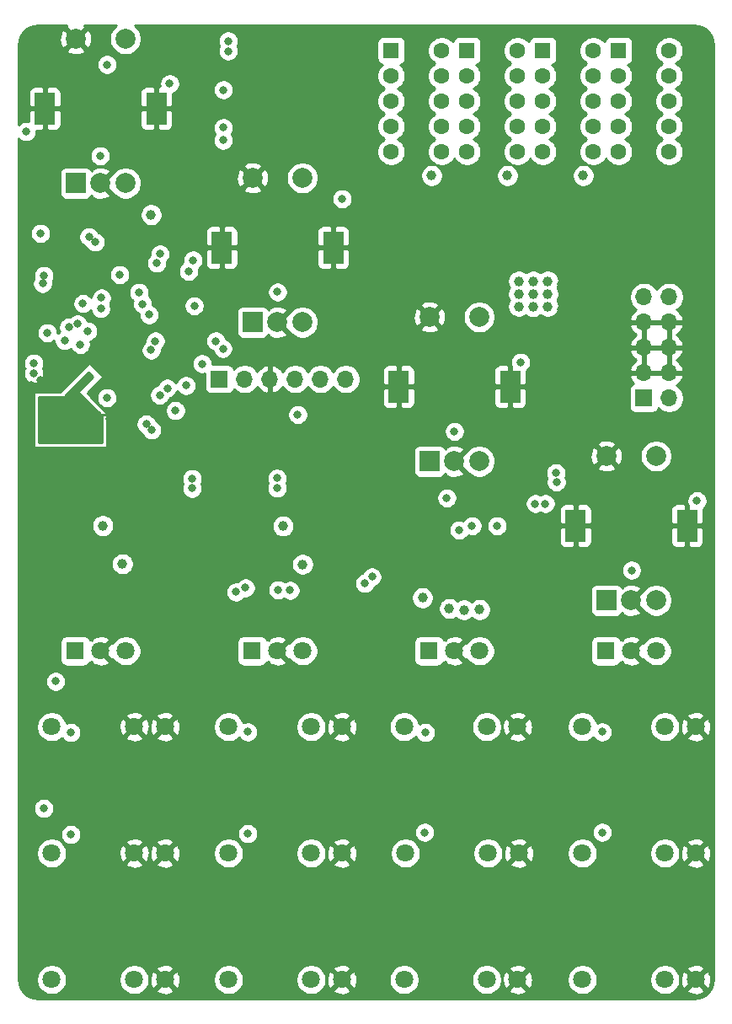
<source format=gbr>
G04 #@! TF.GenerationSoftware,KiCad,Pcbnew,5.1.6-c6e7f7d~87~ubuntu18.04.1*
G04 #@! TF.CreationDate,2020-08-19T10:21:35-04:00*
G04 #@! TF.ProjectId,quad_adsr,71756164-5f61-4647-9372-2e6b69636164,rev?*
G04 #@! TF.SameCoordinates,Original*
G04 #@! TF.FileFunction,Copper,L3,Inr*
G04 #@! TF.FilePolarity,Positive*
%FSLAX46Y46*%
G04 Gerber Fmt 4.6, Leading zero omitted, Abs format (unit mm)*
G04 Created by KiCad (PCBNEW 5.1.6-c6e7f7d~87~ubuntu18.04.1) date 2020-08-19 10:21:35*
%MOMM*%
%LPD*%
G01*
G04 APERTURE LIST*
G04 #@! TA.AperFunction,ViaPad*
%ADD10O,1.700000X1.700000*%
G04 #@! TD*
G04 #@! TA.AperFunction,ViaPad*
%ADD11R,1.700000X1.700000*%
G04 #@! TD*
G04 #@! TA.AperFunction,ViaPad*
%ADD12R,2.000000X2.000000*%
G04 #@! TD*
G04 #@! TA.AperFunction,ViaPad*
%ADD13C,2.000000*%
G04 #@! TD*
G04 #@! TA.AperFunction,ViaPad*
%ADD14R,2.000000X3.200000*%
G04 #@! TD*
G04 #@! TA.AperFunction,ViaPad*
%ADD15R,1.600000X1.600000*%
G04 #@! TD*
G04 #@! TA.AperFunction,ViaPad*
%ADD16C,1.600000*%
G04 #@! TD*
G04 #@! TA.AperFunction,ViaPad*
%ADD17C,1.800000*%
G04 #@! TD*
G04 #@! TA.AperFunction,ViaPad*
%ADD18R,1.800000X1.800000*%
G04 #@! TD*
G04 #@! TA.AperFunction,ViaPad*
%ADD19C,1.000000*%
G04 #@! TD*
G04 #@! TA.AperFunction,ViaPad*
%ADD20C,0.800000*%
G04 #@! TD*
G04 #@! TA.AperFunction,Conductor*
%ADD21C,0.250000*%
G04 #@! TD*
G04 #@! TA.AperFunction,Conductor*
%ADD22C,0.254000*%
G04 #@! TD*
G04 APERTURE END LIST*
D10*
X109728000Y-86995000D03*
X107188000Y-86995000D03*
X104648000Y-86995000D03*
X102108000Y-86995000D03*
X99568000Y-86995000D03*
D11*
X97028000Y-86995000D03*
D12*
X135930000Y-109220000D03*
D13*
X138430000Y-109220000D03*
X140930000Y-109220000D03*
D14*
X132830000Y-101720000D03*
X144030000Y-101720000D03*
D13*
X135930000Y-94720000D03*
X140930000Y-94720000D03*
D15*
X121920000Y-53975000D03*
D16*
X121920000Y-56515000D03*
X121920000Y-59055000D03*
X121920000Y-61595000D03*
X121920000Y-64135000D03*
X127000000Y-64135000D03*
X127000000Y-61595000D03*
X127000000Y-59055000D03*
X127000000Y-56515000D03*
X127000000Y-53975000D03*
X134620000Y-53975000D03*
X134620000Y-56515000D03*
X134620000Y-59055000D03*
X134620000Y-61595000D03*
X134620000Y-64135000D03*
X129540000Y-64135000D03*
X129540000Y-61595000D03*
X129540000Y-59055000D03*
X129540000Y-56515000D03*
D15*
X129540000Y-53975000D03*
D17*
X80170000Y-147320000D03*
X91570000Y-147320000D03*
X88470000Y-147320000D03*
D16*
X119380000Y-53975000D03*
X119380000Y-56515000D03*
X119380000Y-59055000D03*
X119380000Y-61595000D03*
X119380000Y-64135000D03*
X114300000Y-64135000D03*
X114300000Y-61595000D03*
X114300000Y-59055000D03*
X114300000Y-56515000D03*
D15*
X114300000Y-53975000D03*
D17*
X97950000Y-134620000D03*
X109350000Y-134620000D03*
X106250000Y-134620000D03*
X123900000Y-121920000D03*
X127000000Y-121920000D03*
X115600000Y-121920000D03*
X106250000Y-121920000D03*
X109350000Y-121920000D03*
X97950000Y-121920000D03*
D12*
X82590000Y-67310000D03*
D13*
X85090000Y-67310000D03*
X87590000Y-67310000D03*
D14*
X79490000Y-59810000D03*
X90690000Y-59810000D03*
D13*
X82590000Y-52810000D03*
X87590000Y-52810000D03*
D18*
X82550000Y-114300000D03*
D17*
X85090000Y-114300000D03*
X87630000Y-114300000D03*
X105410000Y-114300000D03*
X102870000Y-114300000D03*
D18*
X100330000Y-114300000D03*
X118110000Y-114300000D03*
D17*
X120650000Y-114300000D03*
X123190000Y-114300000D03*
X140970000Y-114300000D03*
X138430000Y-114300000D03*
D18*
X135890000Y-114300000D03*
D17*
X88470000Y-121920000D03*
X91570000Y-121920000D03*
X80170000Y-121920000D03*
X80170000Y-134620000D03*
X91570000Y-134620000D03*
X88470000Y-134620000D03*
X115730000Y-134620000D03*
X127130000Y-134620000D03*
X124030000Y-134620000D03*
X141810000Y-121920000D03*
X144910000Y-121920000D03*
X133510000Y-121920000D03*
X133510000Y-134620000D03*
X144910000Y-134620000D03*
X141810000Y-134620000D03*
X106250000Y-147320000D03*
X109350000Y-147320000D03*
X97950000Y-147320000D03*
X115600000Y-147320000D03*
X127000000Y-147320000D03*
X123900000Y-147320000D03*
X141810000Y-147320000D03*
X144910000Y-147320000D03*
X133510000Y-147320000D03*
D13*
X105370000Y-66780000D03*
X100370000Y-66780000D03*
D14*
X108470000Y-73780000D03*
X97270000Y-73780000D03*
D13*
X105370000Y-81280000D03*
X102870000Y-81280000D03*
D12*
X100370000Y-81280000D03*
D13*
X123150000Y-80750000D03*
X118150000Y-80750000D03*
D14*
X126250000Y-87750000D03*
X115050000Y-87750000D03*
D13*
X123150000Y-95250000D03*
X120650000Y-95250000D03*
D12*
X118150000Y-95250000D03*
D15*
X137160000Y-53975000D03*
D16*
X137160000Y-56515000D03*
X137160000Y-59055000D03*
X137160000Y-61595000D03*
X137160000Y-64135000D03*
X142240000Y-64135000D03*
X142240000Y-61595000D03*
X142240000Y-59055000D03*
X142240000Y-56515000D03*
X142240000Y-53975000D03*
D11*
X139700000Y-88900000D03*
D10*
X142240000Y-88900000D03*
X139700000Y-86360000D03*
X142240000Y-86360000D03*
X139700000Y-83820000D03*
X142240000Y-83820000D03*
X139700000Y-81280000D03*
X142240000Y-81280000D03*
X139700000Y-78740000D03*
X142240000Y-78740000D03*
D19*
X120142000Y-110032800D03*
X117449600Y-108966002D03*
X121602844Y-110172836D03*
X123190012Y-110134388D03*
D20*
X79735883Y-82341517D03*
X81475391Y-83119030D03*
X91262200Y-91033600D03*
X84810600Y-90576400D03*
X79476600Y-93116400D03*
X101335840Y-94325440D03*
X96662240Y-96967040D03*
X96667320Y-97983040D03*
X90652600Y-90500200D03*
X95173800Y-82270600D03*
X95961200Y-81508600D03*
X97561400Y-81305400D03*
X81965800Y-72466200D03*
X79070200Y-87122000D03*
X95377000Y-104267000D03*
X81584800Y-99618800D03*
X85699600Y-100101400D03*
X99669600Y-99644200D03*
X103835200Y-100126800D03*
X85953600Y-91008200D03*
D19*
X117515640Y-68600320D03*
X125125480Y-68600320D03*
X132740400Y-68595240D03*
X140365480Y-68574920D03*
X131445000Y-77470000D03*
X131445000Y-80010000D03*
X125730000Y-80010000D03*
X125730000Y-77470000D03*
X137160000Y-76200000D03*
X135255000Y-76200000D03*
X124460000Y-76200000D03*
X124460000Y-73660000D03*
X85725000Y-70485000D03*
D20*
X85013800Y-96199960D03*
X78653640Y-94401640D03*
X85349080Y-94427040D03*
X90246200Y-94112080D03*
X92410280Y-97292160D03*
X78404720Y-98318320D03*
X84841080Y-71511160D03*
X85582760Y-72222360D03*
X78181200Y-76088240D03*
X78115158Y-77058520D03*
X107576907Y-96419774D03*
X98742003Y-91858057D03*
X104549916Y-97000146D03*
X104550338Y-97973112D03*
X107656810Y-94653966D03*
X78142010Y-87606000D03*
X89916000Y-100584000D03*
D19*
X130175000Y-83820000D03*
X127127000Y-83820000D03*
X121920000Y-73660000D03*
X121920000Y-76200000D03*
X119380000Y-76200000D03*
X119380000Y-73660000D03*
X116840000Y-73660000D03*
X116840000Y-76200000D03*
X114300000Y-76200000D03*
X114300000Y-73660000D03*
X111760000Y-73660000D03*
X111760000Y-76200000D03*
X142240000Y-73660000D03*
X144780000Y-73660000D03*
D20*
X94386400Y-75031600D03*
X91066150Y-74422149D03*
X93929200Y-76149200D03*
X90728800Y-75336406D03*
X89301718Y-79439721D03*
X96672400Y-83159600D03*
X97383600Y-83933210D03*
X89966800Y-80518006D03*
X91793672Y-87913481D03*
X130850123Y-96407829D03*
X91033600Y-88595200D03*
X130911600Y-97332800D03*
X84531200Y-73228200D03*
X83921600Y-72694800D03*
X78384400Y-86436200D03*
X78384400Y-85394800D03*
D19*
X130048000Y-77152500D03*
X130048000Y-78422500D03*
X130048000Y-79692500D03*
X127127000Y-79692500D03*
X127127000Y-78422500D03*
X127127000Y-77152500D03*
D20*
X94513400Y-79629000D03*
X94289880Y-96987360D03*
X94279720Y-97962720D03*
X102829360Y-96941640D03*
X102829360Y-97952560D03*
X135509000Y-132524500D03*
X117665500Y-132524500D03*
X135509000Y-122428000D03*
X117729000Y-122491500D03*
X99885500Y-132651500D03*
X99885500Y-122428000D03*
X82105500Y-122491500D03*
X119888000Y-98933000D03*
X128778000Y-99504500D03*
X129794000Y-99504500D03*
X97409000Y-62992000D03*
X97917000Y-54038500D03*
X85737700Y-55397400D03*
X85051900Y-64566800D03*
X97917000Y-53022500D03*
X85712300Y-88849200D03*
X79273400Y-77393796D03*
X79400400Y-76580998D03*
X82097006Y-132740487D03*
D19*
X128569720Y-78440280D03*
X128569720Y-77170280D03*
X128569720Y-79710280D03*
X90170000Y-70485000D03*
D20*
X79065120Y-72349360D03*
X77607160Y-62118240D03*
X92029280Y-57312560D03*
X89687400Y-91516202D03*
X90220804Y-92100400D03*
X120654800Y-92248000D03*
X102870000Y-78232000D03*
X138457800Y-106195000D03*
X127304800Y-85293200D03*
X109372400Y-68884800D03*
X145034000Y-99212400D03*
X88947249Y-78278281D03*
X95290640Y-85450680D03*
D19*
X118364000Y-66548000D03*
X125984000Y-66548000D03*
X133604000Y-66548000D03*
D20*
X80568800Y-117348000D03*
X83055013Y-83515086D03*
X79362300Y-130111500D03*
X81898489Y-81769659D03*
X98700644Y-108378621D03*
X82772771Y-81461466D03*
X99648839Y-107961610D03*
X83791935Y-82171663D03*
X83312000Y-79400400D03*
X102920800Y-108153200D03*
X85115400Y-79908400D03*
X104140002Y-108204000D03*
X111643160Y-107513120D03*
X85178900Y-78828900D03*
X112369600Y-106857800D03*
X87020400Y-76504800D03*
D19*
X85308440Y-101721920D03*
X103428800Y-101747320D03*
X87279480Y-105547160D03*
X105384600Y-105592880D03*
D20*
X93679706Y-87629292D03*
X124942600Y-101727000D03*
X90170000Y-84074000D03*
X97434400Y-57937400D03*
X121132600Y-102145010D03*
X97434400Y-61722002D03*
X104905009Y-90558432D03*
X90589134Y-83172028D03*
X92616002Y-90144600D03*
X122426132Y-101731991D03*
D21*
X84810600Y-90576400D02*
X85699600Y-90576400D01*
X85699600Y-90576400D02*
X85852000Y-90424000D01*
D22*
G36*
X81634192Y-51674587D02*
G01*
X82590000Y-52630395D01*
X83545808Y-51674587D01*
X83468086Y-51460000D01*
X86667496Y-51460000D01*
X86547748Y-51540013D01*
X86320013Y-51767748D01*
X86141082Y-52035537D01*
X86017832Y-52333088D01*
X85955000Y-52648967D01*
X85955000Y-52971033D01*
X86017832Y-53286912D01*
X86141082Y-53584463D01*
X86320013Y-53852252D01*
X86547748Y-54079987D01*
X86815537Y-54258918D01*
X87113088Y-54382168D01*
X87428967Y-54445000D01*
X87751033Y-54445000D01*
X88066912Y-54382168D01*
X88364463Y-54258918D01*
X88632252Y-54079987D01*
X88859987Y-53852252D01*
X89038918Y-53584463D01*
X89162168Y-53286912D01*
X89225000Y-52971033D01*
X89225000Y-52920561D01*
X96882000Y-52920561D01*
X96882000Y-53124439D01*
X96921774Y-53324398D01*
X96999795Y-53512756D01*
X97011651Y-53530500D01*
X96999795Y-53548244D01*
X96921774Y-53736602D01*
X96882000Y-53936561D01*
X96882000Y-54140439D01*
X96921774Y-54340398D01*
X96999795Y-54528756D01*
X97113063Y-54698274D01*
X97257226Y-54842437D01*
X97426744Y-54955705D01*
X97615102Y-55033726D01*
X97815061Y-55073500D01*
X98018939Y-55073500D01*
X98218898Y-55033726D01*
X98407256Y-54955705D01*
X98576774Y-54842437D01*
X98720937Y-54698274D01*
X98834205Y-54528756D01*
X98912226Y-54340398D01*
X98952000Y-54140439D01*
X98952000Y-53936561D01*
X98912226Y-53736602D01*
X98834205Y-53548244D01*
X98822349Y-53530500D01*
X98834205Y-53512756D01*
X98912226Y-53324398D01*
X98941942Y-53175000D01*
X112861928Y-53175000D01*
X112861928Y-54775000D01*
X112874188Y-54899482D01*
X112910498Y-55019180D01*
X112969463Y-55129494D01*
X113048815Y-55226185D01*
X113145506Y-55305537D01*
X113255820Y-55364502D01*
X113375518Y-55400812D01*
X113383961Y-55401643D01*
X113185363Y-55600241D01*
X113028320Y-55835273D01*
X112920147Y-56096426D01*
X112865000Y-56373665D01*
X112865000Y-56656335D01*
X112920147Y-56933574D01*
X113028320Y-57194727D01*
X113185363Y-57429759D01*
X113385241Y-57629637D01*
X113617759Y-57785000D01*
X113385241Y-57940363D01*
X113185363Y-58140241D01*
X113028320Y-58375273D01*
X112920147Y-58636426D01*
X112865000Y-58913665D01*
X112865000Y-59196335D01*
X112920147Y-59473574D01*
X113028320Y-59734727D01*
X113185363Y-59969759D01*
X113385241Y-60169637D01*
X113617759Y-60325000D01*
X113385241Y-60480363D01*
X113185363Y-60680241D01*
X113028320Y-60915273D01*
X112920147Y-61176426D01*
X112865000Y-61453665D01*
X112865000Y-61736335D01*
X112920147Y-62013574D01*
X113028320Y-62274727D01*
X113185363Y-62509759D01*
X113385241Y-62709637D01*
X113617759Y-62865000D01*
X113385241Y-63020363D01*
X113185363Y-63220241D01*
X113028320Y-63455273D01*
X112920147Y-63716426D01*
X112865000Y-63993665D01*
X112865000Y-64276335D01*
X112920147Y-64553574D01*
X113028320Y-64814727D01*
X113185363Y-65049759D01*
X113385241Y-65249637D01*
X113620273Y-65406680D01*
X113881426Y-65514853D01*
X114158665Y-65570000D01*
X114441335Y-65570000D01*
X114718574Y-65514853D01*
X114979727Y-65406680D01*
X115214759Y-65249637D01*
X115414637Y-65049759D01*
X115571680Y-64814727D01*
X115679853Y-64553574D01*
X115735000Y-64276335D01*
X115735000Y-63993665D01*
X115679853Y-63716426D01*
X115571680Y-63455273D01*
X115414637Y-63220241D01*
X115214759Y-63020363D01*
X114982241Y-62865000D01*
X115214759Y-62709637D01*
X115414637Y-62509759D01*
X115571680Y-62274727D01*
X115679853Y-62013574D01*
X115735000Y-61736335D01*
X115735000Y-61453665D01*
X115679853Y-61176426D01*
X115571680Y-60915273D01*
X115414637Y-60680241D01*
X115214759Y-60480363D01*
X114982241Y-60325000D01*
X115214759Y-60169637D01*
X115414637Y-59969759D01*
X115571680Y-59734727D01*
X115679853Y-59473574D01*
X115735000Y-59196335D01*
X115735000Y-58913665D01*
X115679853Y-58636426D01*
X115571680Y-58375273D01*
X115414637Y-58140241D01*
X115214759Y-57940363D01*
X114982241Y-57785000D01*
X115214759Y-57629637D01*
X115414637Y-57429759D01*
X115571680Y-57194727D01*
X115679853Y-56933574D01*
X115735000Y-56656335D01*
X115735000Y-56373665D01*
X115679853Y-56096426D01*
X115571680Y-55835273D01*
X115414637Y-55600241D01*
X115216039Y-55401643D01*
X115224482Y-55400812D01*
X115344180Y-55364502D01*
X115454494Y-55305537D01*
X115551185Y-55226185D01*
X115630537Y-55129494D01*
X115689502Y-55019180D01*
X115725812Y-54899482D01*
X115738072Y-54775000D01*
X115738072Y-53833665D01*
X117945000Y-53833665D01*
X117945000Y-54116335D01*
X118000147Y-54393574D01*
X118108320Y-54654727D01*
X118265363Y-54889759D01*
X118465241Y-55089637D01*
X118697759Y-55245000D01*
X118465241Y-55400363D01*
X118265363Y-55600241D01*
X118108320Y-55835273D01*
X118000147Y-56096426D01*
X117945000Y-56373665D01*
X117945000Y-56656335D01*
X118000147Y-56933574D01*
X118108320Y-57194727D01*
X118265363Y-57429759D01*
X118465241Y-57629637D01*
X118697759Y-57785000D01*
X118465241Y-57940363D01*
X118265363Y-58140241D01*
X118108320Y-58375273D01*
X118000147Y-58636426D01*
X117945000Y-58913665D01*
X117945000Y-59196335D01*
X118000147Y-59473574D01*
X118108320Y-59734727D01*
X118265363Y-59969759D01*
X118465241Y-60169637D01*
X118697759Y-60325000D01*
X118465241Y-60480363D01*
X118265363Y-60680241D01*
X118108320Y-60915273D01*
X118000147Y-61176426D01*
X117945000Y-61453665D01*
X117945000Y-61736335D01*
X118000147Y-62013574D01*
X118108320Y-62274727D01*
X118265363Y-62509759D01*
X118465241Y-62709637D01*
X118697759Y-62865000D01*
X118465241Y-63020363D01*
X118265363Y-63220241D01*
X118108320Y-63455273D01*
X118000147Y-63716426D01*
X117945000Y-63993665D01*
X117945000Y-64276335D01*
X118000147Y-64553574D01*
X118108320Y-64814727D01*
X118265363Y-65049759D01*
X118465241Y-65249637D01*
X118700273Y-65406680D01*
X118961426Y-65514853D01*
X119238665Y-65570000D01*
X119521335Y-65570000D01*
X119798574Y-65514853D01*
X120059727Y-65406680D01*
X120294759Y-65249637D01*
X120494637Y-65049759D01*
X120650000Y-64817241D01*
X120805363Y-65049759D01*
X121005241Y-65249637D01*
X121240273Y-65406680D01*
X121501426Y-65514853D01*
X121778665Y-65570000D01*
X122061335Y-65570000D01*
X122338574Y-65514853D01*
X122599727Y-65406680D01*
X122834759Y-65249637D01*
X123034637Y-65049759D01*
X123191680Y-64814727D01*
X123299853Y-64553574D01*
X123355000Y-64276335D01*
X123355000Y-63993665D01*
X123299853Y-63716426D01*
X123191680Y-63455273D01*
X123034637Y-63220241D01*
X122834759Y-63020363D01*
X122602241Y-62865000D01*
X122834759Y-62709637D01*
X123034637Y-62509759D01*
X123191680Y-62274727D01*
X123299853Y-62013574D01*
X123355000Y-61736335D01*
X123355000Y-61453665D01*
X123299853Y-61176426D01*
X123191680Y-60915273D01*
X123034637Y-60680241D01*
X122834759Y-60480363D01*
X122602241Y-60325000D01*
X122834759Y-60169637D01*
X123034637Y-59969759D01*
X123191680Y-59734727D01*
X123299853Y-59473574D01*
X123355000Y-59196335D01*
X123355000Y-58913665D01*
X123299853Y-58636426D01*
X123191680Y-58375273D01*
X123034637Y-58140241D01*
X122834759Y-57940363D01*
X122602241Y-57785000D01*
X122834759Y-57629637D01*
X123034637Y-57429759D01*
X123191680Y-57194727D01*
X123299853Y-56933574D01*
X123355000Y-56656335D01*
X123355000Y-56373665D01*
X123299853Y-56096426D01*
X123191680Y-55835273D01*
X123034637Y-55600241D01*
X122836039Y-55401643D01*
X122844482Y-55400812D01*
X122964180Y-55364502D01*
X123074494Y-55305537D01*
X123171185Y-55226185D01*
X123250537Y-55129494D01*
X123309502Y-55019180D01*
X123345812Y-54899482D01*
X123358072Y-54775000D01*
X123358072Y-53833665D01*
X125565000Y-53833665D01*
X125565000Y-54116335D01*
X125620147Y-54393574D01*
X125728320Y-54654727D01*
X125885363Y-54889759D01*
X126085241Y-55089637D01*
X126317759Y-55245000D01*
X126085241Y-55400363D01*
X125885363Y-55600241D01*
X125728320Y-55835273D01*
X125620147Y-56096426D01*
X125565000Y-56373665D01*
X125565000Y-56656335D01*
X125620147Y-56933574D01*
X125728320Y-57194727D01*
X125885363Y-57429759D01*
X126085241Y-57629637D01*
X126317759Y-57785000D01*
X126085241Y-57940363D01*
X125885363Y-58140241D01*
X125728320Y-58375273D01*
X125620147Y-58636426D01*
X125565000Y-58913665D01*
X125565000Y-59196335D01*
X125620147Y-59473574D01*
X125728320Y-59734727D01*
X125885363Y-59969759D01*
X126085241Y-60169637D01*
X126317759Y-60325000D01*
X126085241Y-60480363D01*
X125885363Y-60680241D01*
X125728320Y-60915273D01*
X125620147Y-61176426D01*
X125565000Y-61453665D01*
X125565000Y-61736335D01*
X125620147Y-62013574D01*
X125728320Y-62274727D01*
X125885363Y-62509759D01*
X126085241Y-62709637D01*
X126317759Y-62865000D01*
X126085241Y-63020363D01*
X125885363Y-63220241D01*
X125728320Y-63455273D01*
X125620147Y-63716426D01*
X125565000Y-63993665D01*
X125565000Y-64276335D01*
X125620147Y-64553574D01*
X125728320Y-64814727D01*
X125885363Y-65049759D01*
X126085241Y-65249637D01*
X126320273Y-65406680D01*
X126581426Y-65514853D01*
X126858665Y-65570000D01*
X127141335Y-65570000D01*
X127418574Y-65514853D01*
X127679727Y-65406680D01*
X127914759Y-65249637D01*
X128114637Y-65049759D01*
X128270000Y-64817241D01*
X128425363Y-65049759D01*
X128625241Y-65249637D01*
X128860273Y-65406680D01*
X129121426Y-65514853D01*
X129398665Y-65570000D01*
X129681335Y-65570000D01*
X129958574Y-65514853D01*
X130219727Y-65406680D01*
X130454759Y-65249637D01*
X130654637Y-65049759D01*
X130811680Y-64814727D01*
X130919853Y-64553574D01*
X130975000Y-64276335D01*
X130975000Y-63993665D01*
X130919853Y-63716426D01*
X130811680Y-63455273D01*
X130654637Y-63220241D01*
X130454759Y-63020363D01*
X130222241Y-62865000D01*
X130454759Y-62709637D01*
X130654637Y-62509759D01*
X130811680Y-62274727D01*
X130919853Y-62013574D01*
X130975000Y-61736335D01*
X130975000Y-61453665D01*
X130919853Y-61176426D01*
X130811680Y-60915273D01*
X130654637Y-60680241D01*
X130454759Y-60480363D01*
X130222241Y-60325000D01*
X130454759Y-60169637D01*
X130654637Y-59969759D01*
X130811680Y-59734727D01*
X130919853Y-59473574D01*
X130975000Y-59196335D01*
X130975000Y-58913665D01*
X130919853Y-58636426D01*
X130811680Y-58375273D01*
X130654637Y-58140241D01*
X130454759Y-57940363D01*
X130222241Y-57785000D01*
X130454759Y-57629637D01*
X130654637Y-57429759D01*
X130811680Y-57194727D01*
X130919853Y-56933574D01*
X130975000Y-56656335D01*
X130975000Y-56373665D01*
X130919853Y-56096426D01*
X130811680Y-55835273D01*
X130654637Y-55600241D01*
X130456039Y-55401643D01*
X130464482Y-55400812D01*
X130584180Y-55364502D01*
X130694494Y-55305537D01*
X130791185Y-55226185D01*
X130870537Y-55129494D01*
X130929502Y-55019180D01*
X130965812Y-54899482D01*
X130978072Y-54775000D01*
X130978072Y-53833665D01*
X133185000Y-53833665D01*
X133185000Y-54116335D01*
X133240147Y-54393574D01*
X133348320Y-54654727D01*
X133505363Y-54889759D01*
X133705241Y-55089637D01*
X133937759Y-55245000D01*
X133705241Y-55400363D01*
X133505363Y-55600241D01*
X133348320Y-55835273D01*
X133240147Y-56096426D01*
X133185000Y-56373665D01*
X133185000Y-56656335D01*
X133240147Y-56933574D01*
X133348320Y-57194727D01*
X133505363Y-57429759D01*
X133705241Y-57629637D01*
X133937759Y-57785000D01*
X133705241Y-57940363D01*
X133505363Y-58140241D01*
X133348320Y-58375273D01*
X133240147Y-58636426D01*
X133185000Y-58913665D01*
X133185000Y-59196335D01*
X133240147Y-59473574D01*
X133348320Y-59734727D01*
X133505363Y-59969759D01*
X133705241Y-60169637D01*
X133937759Y-60325000D01*
X133705241Y-60480363D01*
X133505363Y-60680241D01*
X133348320Y-60915273D01*
X133240147Y-61176426D01*
X133185000Y-61453665D01*
X133185000Y-61736335D01*
X133240147Y-62013574D01*
X133348320Y-62274727D01*
X133505363Y-62509759D01*
X133705241Y-62709637D01*
X133937759Y-62865000D01*
X133705241Y-63020363D01*
X133505363Y-63220241D01*
X133348320Y-63455273D01*
X133240147Y-63716426D01*
X133185000Y-63993665D01*
X133185000Y-64276335D01*
X133240147Y-64553574D01*
X133348320Y-64814727D01*
X133505363Y-65049759D01*
X133705241Y-65249637D01*
X133940273Y-65406680D01*
X134201426Y-65514853D01*
X134478665Y-65570000D01*
X134761335Y-65570000D01*
X135038574Y-65514853D01*
X135299727Y-65406680D01*
X135534759Y-65249637D01*
X135734637Y-65049759D01*
X135890000Y-64817241D01*
X136045363Y-65049759D01*
X136245241Y-65249637D01*
X136480273Y-65406680D01*
X136741426Y-65514853D01*
X137018665Y-65570000D01*
X137301335Y-65570000D01*
X137578574Y-65514853D01*
X137839727Y-65406680D01*
X138074759Y-65249637D01*
X138274637Y-65049759D01*
X138431680Y-64814727D01*
X138539853Y-64553574D01*
X138595000Y-64276335D01*
X138595000Y-63993665D01*
X138539853Y-63716426D01*
X138431680Y-63455273D01*
X138274637Y-63220241D01*
X138074759Y-63020363D01*
X137842241Y-62865000D01*
X138074759Y-62709637D01*
X138274637Y-62509759D01*
X138431680Y-62274727D01*
X138539853Y-62013574D01*
X138595000Y-61736335D01*
X138595000Y-61453665D01*
X138539853Y-61176426D01*
X138431680Y-60915273D01*
X138274637Y-60680241D01*
X138074759Y-60480363D01*
X137842241Y-60325000D01*
X138074759Y-60169637D01*
X138274637Y-59969759D01*
X138431680Y-59734727D01*
X138539853Y-59473574D01*
X138595000Y-59196335D01*
X138595000Y-58913665D01*
X138539853Y-58636426D01*
X138431680Y-58375273D01*
X138274637Y-58140241D01*
X138074759Y-57940363D01*
X137842241Y-57785000D01*
X138074759Y-57629637D01*
X138274637Y-57429759D01*
X138431680Y-57194727D01*
X138539853Y-56933574D01*
X138595000Y-56656335D01*
X138595000Y-56373665D01*
X138539853Y-56096426D01*
X138431680Y-55835273D01*
X138274637Y-55600241D01*
X138076039Y-55401643D01*
X138084482Y-55400812D01*
X138204180Y-55364502D01*
X138314494Y-55305537D01*
X138411185Y-55226185D01*
X138490537Y-55129494D01*
X138549502Y-55019180D01*
X138585812Y-54899482D01*
X138598072Y-54775000D01*
X138598072Y-53833665D01*
X140805000Y-53833665D01*
X140805000Y-54116335D01*
X140860147Y-54393574D01*
X140968320Y-54654727D01*
X141125363Y-54889759D01*
X141325241Y-55089637D01*
X141557759Y-55245000D01*
X141325241Y-55400363D01*
X141125363Y-55600241D01*
X140968320Y-55835273D01*
X140860147Y-56096426D01*
X140805000Y-56373665D01*
X140805000Y-56656335D01*
X140860147Y-56933574D01*
X140968320Y-57194727D01*
X141125363Y-57429759D01*
X141325241Y-57629637D01*
X141557759Y-57785000D01*
X141325241Y-57940363D01*
X141125363Y-58140241D01*
X140968320Y-58375273D01*
X140860147Y-58636426D01*
X140805000Y-58913665D01*
X140805000Y-59196335D01*
X140860147Y-59473574D01*
X140968320Y-59734727D01*
X141125363Y-59969759D01*
X141325241Y-60169637D01*
X141557759Y-60325000D01*
X141325241Y-60480363D01*
X141125363Y-60680241D01*
X140968320Y-60915273D01*
X140860147Y-61176426D01*
X140805000Y-61453665D01*
X140805000Y-61736335D01*
X140860147Y-62013574D01*
X140968320Y-62274727D01*
X141125363Y-62509759D01*
X141325241Y-62709637D01*
X141557759Y-62865000D01*
X141325241Y-63020363D01*
X141125363Y-63220241D01*
X140968320Y-63455273D01*
X140860147Y-63716426D01*
X140805000Y-63993665D01*
X140805000Y-64276335D01*
X140860147Y-64553574D01*
X140968320Y-64814727D01*
X141125363Y-65049759D01*
X141325241Y-65249637D01*
X141560273Y-65406680D01*
X141821426Y-65514853D01*
X142098665Y-65570000D01*
X142381335Y-65570000D01*
X142658574Y-65514853D01*
X142919727Y-65406680D01*
X143154759Y-65249637D01*
X143354637Y-65049759D01*
X143511680Y-64814727D01*
X143619853Y-64553574D01*
X143675000Y-64276335D01*
X143675000Y-63993665D01*
X143619853Y-63716426D01*
X143511680Y-63455273D01*
X143354637Y-63220241D01*
X143154759Y-63020363D01*
X142922241Y-62865000D01*
X143154759Y-62709637D01*
X143354637Y-62509759D01*
X143511680Y-62274727D01*
X143619853Y-62013574D01*
X143675000Y-61736335D01*
X143675000Y-61453665D01*
X143619853Y-61176426D01*
X143511680Y-60915273D01*
X143354637Y-60680241D01*
X143154759Y-60480363D01*
X142922241Y-60325000D01*
X143154759Y-60169637D01*
X143354637Y-59969759D01*
X143511680Y-59734727D01*
X143619853Y-59473574D01*
X143675000Y-59196335D01*
X143675000Y-58913665D01*
X143619853Y-58636426D01*
X143511680Y-58375273D01*
X143354637Y-58140241D01*
X143154759Y-57940363D01*
X142922241Y-57785000D01*
X143154759Y-57629637D01*
X143354637Y-57429759D01*
X143511680Y-57194727D01*
X143619853Y-56933574D01*
X143675000Y-56656335D01*
X143675000Y-56373665D01*
X143619853Y-56096426D01*
X143511680Y-55835273D01*
X143354637Y-55600241D01*
X143154759Y-55400363D01*
X142922241Y-55245000D01*
X143154759Y-55089637D01*
X143354637Y-54889759D01*
X143511680Y-54654727D01*
X143619853Y-54393574D01*
X143675000Y-54116335D01*
X143675000Y-53833665D01*
X143619853Y-53556426D01*
X143511680Y-53295273D01*
X143354637Y-53060241D01*
X143154759Y-52860363D01*
X142919727Y-52703320D01*
X142658574Y-52595147D01*
X142381335Y-52540000D01*
X142098665Y-52540000D01*
X141821426Y-52595147D01*
X141560273Y-52703320D01*
X141325241Y-52860363D01*
X141125363Y-53060241D01*
X140968320Y-53295273D01*
X140860147Y-53556426D01*
X140805000Y-53833665D01*
X138598072Y-53833665D01*
X138598072Y-53175000D01*
X138585812Y-53050518D01*
X138549502Y-52930820D01*
X138490537Y-52820506D01*
X138411185Y-52723815D01*
X138314494Y-52644463D01*
X138204180Y-52585498D01*
X138084482Y-52549188D01*
X137960000Y-52536928D01*
X136360000Y-52536928D01*
X136235518Y-52549188D01*
X136115820Y-52585498D01*
X136005506Y-52644463D01*
X135908815Y-52723815D01*
X135829463Y-52820506D01*
X135770498Y-52930820D01*
X135734188Y-53050518D01*
X135733357Y-53058961D01*
X135534759Y-52860363D01*
X135299727Y-52703320D01*
X135038574Y-52595147D01*
X134761335Y-52540000D01*
X134478665Y-52540000D01*
X134201426Y-52595147D01*
X133940273Y-52703320D01*
X133705241Y-52860363D01*
X133505363Y-53060241D01*
X133348320Y-53295273D01*
X133240147Y-53556426D01*
X133185000Y-53833665D01*
X130978072Y-53833665D01*
X130978072Y-53175000D01*
X130965812Y-53050518D01*
X130929502Y-52930820D01*
X130870537Y-52820506D01*
X130791185Y-52723815D01*
X130694494Y-52644463D01*
X130584180Y-52585498D01*
X130464482Y-52549188D01*
X130340000Y-52536928D01*
X128740000Y-52536928D01*
X128615518Y-52549188D01*
X128495820Y-52585498D01*
X128385506Y-52644463D01*
X128288815Y-52723815D01*
X128209463Y-52820506D01*
X128150498Y-52930820D01*
X128114188Y-53050518D01*
X128113357Y-53058961D01*
X127914759Y-52860363D01*
X127679727Y-52703320D01*
X127418574Y-52595147D01*
X127141335Y-52540000D01*
X126858665Y-52540000D01*
X126581426Y-52595147D01*
X126320273Y-52703320D01*
X126085241Y-52860363D01*
X125885363Y-53060241D01*
X125728320Y-53295273D01*
X125620147Y-53556426D01*
X125565000Y-53833665D01*
X123358072Y-53833665D01*
X123358072Y-53175000D01*
X123345812Y-53050518D01*
X123309502Y-52930820D01*
X123250537Y-52820506D01*
X123171185Y-52723815D01*
X123074494Y-52644463D01*
X122964180Y-52585498D01*
X122844482Y-52549188D01*
X122720000Y-52536928D01*
X121120000Y-52536928D01*
X120995518Y-52549188D01*
X120875820Y-52585498D01*
X120765506Y-52644463D01*
X120668815Y-52723815D01*
X120589463Y-52820506D01*
X120530498Y-52930820D01*
X120494188Y-53050518D01*
X120493357Y-53058961D01*
X120294759Y-52860363D01*
X120059727Y-52703320D01*
X119798574Y-52595147D01*
X119521335Y-52540000D01*
X119238665Y-52540000D01*
X118961426Y-52595147D01*
X118700273Y-52703320D01*
X118465241Y-52860363D01*
X118265363Y-53060241D01*
X118108320Y-53295273D01*
X118000147Y-53556426D01*
X117945000Y-53833665D01*
X115738072Y-53833665D01*
X115738072Y-53175000D01*
X115725812Y-53050518D01*
X115689502Y-52930820D01*
X115630537Y-52820506D01*
X115551185Y-52723815D01*
X115454494Y-52644463D01*
X115344180Y-52585498D01*
X115224482Y-52549188D01*
X115100000Y-52536928D01*
X113500000Y-52536928D01*
X113375518Y-52549188D01*
X113255820Y-52585498D01*
X113145506Y-52644463D01*
X113048815Y-52723815D01*
X112969463Y-52820506D01*
X112910498Y-52930820D01*
X112874188Y-53050518D01*
X112861928Y-53175000D01*
X98941942Y-53175000D01*
X98952000Y-53124439D01*
X98952000Y-52920561D01*
X98912226Y-52720602D01*
X98834205Y-52532244D01*
X98720937Y-52362726D01*
X98576774Y-52218563D01*
X98407256Y-52105295D01*
X98218898Y-52027274D01*
X98018939Y-51987500D01*
X97815061Y-51987500D01*
X97615102Y-52027274D01*
X97426744Y-52105295D01*
X97257226Y-52218563D01*
X97113063Y-52362726D01*
X96999795Y-52532244D01*
X96921774Y-52720602D01*
X96882000Y-52920561D01*
X89225000Y-52920561D01*
X89225000Y-52648967D01*
X89162168Y-52333088D01*
X89038918Y-52035537D01*
X88859987Y-51767748D01*
X88632252Y-51540013D01*
X88512504Y-51460000D01*
X144747721Y-51460000D01*
X145144545Y-51498909D01*
X145495208Y-51604780D01*
X145818625Y-51776744D01*
X146102484Y-52008254D01*
X146335965Y-52290486D01*
X146510183Y-52612695D01*
X146618502Y-52962614D01*
X146660001Y-53357452D01*
X146660000Y-147287721D01*
X146621091Y-147684545D01*
X146515220Y-148035206D01*
X146343257Y-148358623D01*
X146111748Y-148642482D01*
X145829514Y-148875965D01*
X145507304Y-149050184D01*
X145157385Y-149158502D01*
X144762557Y-149200000D01*
X78772279Y-149200000D01*
X78375455Y-149161091D01*
X78024794Y-149055220D01*
X77701377Y-148883257D01*
X77417518Y-148651748D01*
X77184035Y-148369514D01*
X77009816Y-148047304D01*
X76901498Y-147697385D01*
X76860000Y-147302557D01*
X76860000Y-147168816D01*
X78635000Y-147168816D01*
X78635000Y-147471184D01*
X78693989Y-147767743D01*
X78809701Y-148047095D01*
X78977688Y-148298505D01*
X79191495Y-148512312D01*
X79442905Y-148680299D01*
X79722257Y-148796011D01*
X80018816Y-148855000D01*
X80321184Y-148855000D01*
X80617743Y-148796011D01*
X80897095Y-148680299D01*
X81148505Y-148512312D01*
X81362312Y-148298505D01*
X81530299Y-148047095D01*
X81646011Y-147767743D01*
X81705000Y-147471184D01*
X81705000Y-147168816D01*
X86935000Y-147168816D01*
X86935000Y-147471184D01*
X86993989Y-147767743D01*
X87109701Y-148047095D01*
X87277688Y-148298505D01*
X87491495Y-148512312D01*
X87742905Y-148680299D01*
X88022257Y-148796011D01*
X88318816Y-148855000D01*
X88621184Y-148855000D01*
X88917743Y-148796011D01*
X89197095Y-148680299D01*
X89448505Y-148512312D01*
X89576737Y-148384080D01*
X90685525Y-148384080D01*
X90769208Y-148638261D01*
X91041775Y-148769158D01*
X91334642Y-148844365D01*
X91636553Y-148860991D01*
X91935907Y-148818397D01*
X92221199Y-148718222D01*
X92370792Y-148638261D01*
X92454475Y-148384080D01*
X91570000Y-147499605D01*
X90685525Y-148384080D01*
X89576737Y-148384080D01*
X89662312Y-148298505D01*
X89830299Y-148047095D01*
X89946011Y-147767743D01*
X90005000Y-147471184D01*
X90005000Y-147386553D01*
X90029009Y-147386553D01*
X90071603Y-147685907D01*
X90171778Y-147971199D01*
X90251739Y-148120792D01*
X90505920Y-148204475D01*
X91390395Y-147320000D01*
X91749605Y-147320000D01*
X92634080Y-148204475D01*
X92888261Y-148120792D01*
X93019158Y-147848225D01*
X93094365Y-147555358D01*
X93110991Y-147253447D01*
X93098950Y-147168816D01*
X96415000Y-147168816D01*
X96415000Y-147471184D01*
X96473989Y-147767743D01*
X96589701Y-148047095D01*
X96757688Y-148298505D01*
X96971495Y-148512312D01*
X97222905Y-148680299D01*
X97502257Y-148796011D01*
X97798816Y-148855000D01*
X98101184Y-148855000D01*
X98397743Y-148796011D01*
X98677095Y-148680299D01*
X98928505Y-148512312D01*
X99142312Y-148298505D01*
X99310299Y-148047095D01*
X99426011Y-147767743D01*
X99485000Y-147471184D01*
X99485000Y-147168816D01*
X104715000Y-147168816D01*
X104715000Y-147471184D01*
X104773989Y-147767743D01*
X104889701Y-148047095D01*
X105057688Y-148298505D01*
X105271495Y-148512312D01*
X105522905Y-148680299D01*
X105802257Y-148796011D01*
X106098816Y-148855000D01*
X106401184Y-148855000D01*
X106697743Y-148796011D01*
X106977095Y-148680299D01*
X107228505Y-148512312D01*
X107356737Y-148384080D01*
X108465525Y-148384080D01*
X108549208Y-148638261D01*
X108821775Y-148769158D01*
X109114642Y-148844365D01*
X109416553Y-148860991D01*
X109715907Y-148818397D01*
X110001199Y-148718222D01*
X110150792Y-148638261D01*
X110234475Y-148384080D01*
X109350000Y-147499605D01*
X108465525Y-148384080D01*
X107356737Y-148384080D01*
X107442312Y-148298505D01*
X107610299Y-148047095D01*
X107726011Y-147767743D01*
X107785000Y-147471184D01*
X107785000Y-147386553D01*
X107809009Y-147386553D01*
X107851603Y-147685907D01*
X107951778Y-147971199D01*
X108031739Y-148120792D01*
X108285920Y-148204475D01*
X109170395Y-147320000D01*
X109529605Y-147320000D01*
X110414080Y-148204475D01*
X110668261Y-148120792D01*
X110799158Y-147848225D01*
X110874365Y-147555358D01*
X110890991Y-147253447D01*
X110878950Y-147168816D01*
X114065000Y-147168816D01*
X114065000Y-147471184D01*
X114123989Y-147767743D01*
X114239701Y-148047095D01*
X114407688Y-148298505D01*
X114621495Y-148512312D01*
X114872905Y-148680299D01*
X115152257Y-148796011D01*
X115448816Y-148855000D01*
X115751184Y-148855000D01*
X116047743Y-148796011D01*
X116327095Y-148680299D01*
X116578505Y-148512312D01*
X116792312Y-148298505D01*
X116960299Y-148047095D01*
X117076011Y-147767743D01*
X117135000Y-147471184D01*
X117135000Y-147168816D01*
X122365000Y-147168816D01*
X122365000Y-147471184D01*
X122423989Y-147767743D01*
X122539701Y-148047095D01*
X122707688Y-148298505D01*
X122921495Y-148512312D01*
X123172905Y-148680299D01*
X123452257Y-148796011D01*
X123748816Y-148855000D01*
X124051184Y-148855000D01*
X124347743Y-148796011D01*
X124627095Y-148680299D01*
X124878505Y-148512312D01*
X125006737Y-148384080D01*
X126115525Y-148384080D01*
X126199208Y-148638261D01*
X126471775Y-148769158D01*
X126764642Y-148844365D01*
X127066553Y-148860991D01*
X127365907Y-148818397D01*
X127651199Y-148718222D01*
X127800792Y-148638261D01*
X127884475Y-148384080D01*
X127000000Y-147499605D01*
X126115525Y-148384080D01*
X125006737Y-148384080D01*
X125092312Y-148298505D01*
X125260299Y-148047095D01*
X125376011Y-147767743D01*
X125435000Y-147471184D01*
X125435000Y-147386553D01*
X125459009Y-147386553D01*
X125501603Y-147685907D01*
X125601778Y-147971199D01*
X125681739Y-148120792D01*
X125935920Y-148204475D01*
X126820395Y-147320000D01*
X127179605Y-147320000D01*
X128064080Y-148204475D01*
X128318261Y-148120792D01*
X128449158Y-147848225D01*
X128524365Y-147555358D01*
X128540991Y-147253447D01*
X128528950Y-147168816D01*
X131975000Y-147168816D01*
X131975000Y-147471184D01*
X132033989Y-147767743D01*
X132149701Y-148047095D01*
X132317688Y-148298505D01*
X132531495Y-148512312D01*
X132782905Y-148680299D01*
X133062257Y-148796011D01*
X133358816Y-148855000D01*
X133661184Y-148855000D01*
X133957743Y-148796011D01*
X134237095Y-148680299D01*
X134488505Y-148512312D01*
X134702312Y-148298505D01*
X134870299Y-148047095D01*
X134986011Y-147767743D01*
X135045000Y-147471184D01*
X135045000Y-147168816D01*
X140275000Y-147168816D01*
X140275000Y-147471184D01*
X140333989Y-147767743D01*
X140449701Y-148047095D01*
X140617688Y-148298505D01*
X140831495Y-148512312D01*
X141082905Y-148680299D01*
X141362257Y-148796011D01*
X141658816Y-148855000D01*
X141961184Y-148855000D01*
X142257743Y-148796011D01*
X142537095Y-148680299D01*
X142788505Y-148512312D01*
X142916737Y-148384080D01*
X144025525Y-148384080D01*
X144109208Y-148638261D01*
X144381775Y-148769158D01*
X144674642Y-148844365D01*
X144976553Y-148860991D01*
X145275907Y-148818397D01*
X145561199Y-148718222D01*
X145710792Y-148638261D01*
X145794475Y-148384080D01*
X144910000Y-147499605D01*
X144025525Y-148384080D01*
X142916737Y-148384080D01*
X143002312Y-148298505D01*
X143170299Y-148047095D01*
X143286011Y-147767743D01*
X143345000Y-147471184D01*
X143345000Y-147386553D01*
X143369009Y-147386553D01*
X143411603Y-147685907D01*
X143511778Y-147971199D01*
X143591739Y-148120792D01*
X143845920Y-148204475D01*
X144730395Y-147320000D01*
X145089605Y-147320000D01*
X145974080Y-148204475D01*
X146228261Y-148120792D01*
X146359158Y-147848225D01*
X146434365Y-147555358D01*
X146450991Y-147253447D01*
X146408397Y-146954093D01*
X146308222Y-146668801D01*
X146228261Y-146519208D01*
X145974080Y-146435525D01*
X145089605Y-147320000D01*
X144730395Y-147320000D01*
X143845920Y-146435525D01*
X143591739Y-146519208D01*
X143460842Y-146791775D01*
X143385635Y-147084642D01*
X143369009Y-147386553D01*
X143345000Y-147386553D01*
X143345000Y-147168816D01*
X143286011Y-146872257D01*
X143170299Y-146592905D01*
X143002312Y-146341495D01*
X142916737Y-146255920D01*
X144025525Y-146255920D01*
X144910000Y-147140395D01*
X145794475Y-146255920D01*
X145710792Y-146001739D01*
X145438225Y-145870842D01*
X145145358Y-145795635D01*
X144843447Y-145779009D01*
X144544093Y-145821603D01*
X144258801Y-145921778D01*
X144109208Y-146001739D01*
X144025525Y-146255920D01*
X142916737Y-146255920D01*
X142788505Y-146127688D01*
X142537095Y-145959701D01*
X142257743Y-145843989D01*
X141961184Y-145785000D01*
X141658816Y-145785000D01*
X141362257Y-145843989D01*
X141082905Y-145959701D01*
X140831495Y-146127688D01*
X140617688Y-146341495D01*
X140449701Y-146592905D01*
X140333989Y-146872257D01*
X140275000Y-147168816D01*
X135045000Y-147168816D01*
X134986011Y-146872257D01*
X134870299Y-146592905D01*
X134702312Y-146341495D01*
X134488505Y-146127688D01*
X134237095Y-145959701D01*
X133957743Y-145843989D01*
X133661184Y-145785000D01*
X133358816Y-145785000D01*
X133062257Y-145843989D01*
X132782905Y-145959701D01*
X132531495Y-146127688D01*
X132317688Y-146341495D01*
X132149701Y-146592905D01*
X132033989Y-146872257D01*
X131975000Y-147168816D01*
X128528950Y-147168816D01*
X128498397Y-146954093D01*
X128398222Y-146668801D01*
X128318261Y-146519208D01*
X128064080Y-146435525D01*
X127179605Y-147320000D01*
X126820395Y-147320000D01*
X125935920Y-146435525D01*
X125681739Y-146519208D01*
X125550842Y-146791775D01*
X125475635Y-147084642D01*
X125459009Y-147386553D01*
X125435000Y-147386553D01*
X125435000Y-147168816D01*
X125376011Y-146872257D01*
X125260299Y-146592905D01*
X125092312Y-146341495D01*
X125006737Y-146255920D01*
X126115525Y-146255920D01*
X127000000Y-147140395D01*
X127884475Y-146255920D01*
X127800792Y-146001739D01*
X127528225Y-145870842D01*
X127235358Y-145795635D01*
X126933447Y-145779009D01*
X126634093Y-145821603D01*
X126348801Y-145921778D01*
X126199208Y-146001739D01*
X126115525Y-146255920D01*
X125006737Y-146255920D01*
X124878505Y-146127688D01*
X124627095Y-145959701D01*
X124347743Y-145843989D01*
X124051184Y-145785000D01*
X123748816Y-145785000D01*
X123452257Y-145843989D01*
X123172905Y-145959701D01*
X122921495Y-146127688D01*
X122707688Y-146341495D01*
X122539701Y-146592905D01*
X122423989Y-146872257D01*
X122365000Y-147168816D01*
X117135000Y-147168816D01*
X117076011Y-146872257D01*
X116960299Y-146592905D01*
X116792312Y-146341495D01*
X116578505Y-146127688D01*
X116327095Y-145959701D01*
X116047743Y-145843989D01*
X115751184Y-145785000D01*
X115448816Y-145785000D01*
X115152257Y-145843989D01*
X114872905Y-145959701D01*
X114621495Y-146127688D01*
X114407688Y-146341495D01*
X114239701Y-146592905D01*
X114123989Y-146872257D01*
X114065000Y-147168816D01*
X110878950Y-147168816D01*
X110848397Y-146954093D01*
X110748222Y-146668801D01*
X110668261Y-146519208D01*
X110414080Y-146435525D01*
X109529605Y-147320000D01*
X109170395Y-147320000D01*
X108285920Y-146435525D01*
X108031739Y-146519208D01*
X107900842Y-146791775D01*
X107825635Y-147084642D01*
X107809009Y-147386553D01*
X107785000Y-147386553D01*
X107785000Y-147168816D01*
X107726011Y-146872257D01*
X107610299Y-146592905D01*
X107442312Y-146341495D01*
X107356737Y-146255920D01*
X108465525Y-146255920D01*
X109350000Y-147140395D01*
X110234475Y-146255920D01*
X110150792Y-146001739D01*
X109878225Y-145870842D01*
X109585358Y-145795635D01*
X109283447Y-145779009D01*
X108984093Y-145821603D01*
X108698801Y-145921778D01*
X108549208Y-146001739D01*
X108465525Y-146255920D01*
X107356737Y-146255920D01*
X107228505Y-146127688D01*
X106977095Y-145959701D01*
X106697743Y-145843989D01*
X106401184Y-145785000D01*
X106098816Y-145785000D01*
X105802257Y-145843989D01*
X105522905Y-145959701D01*
X105271495Y-146127688D01*
X105057688Y-146341495D01*
X104889701Y-146592905D01*
X104773989Y-146872257D01*
X104715000Y-147168816D01*
X99485000Y-147168816D01*
X99426011Y-146872257D01*
X99310299Y-146592905D01*
X99142312Y-146341495D01*
X98928505Y-146127688D01*
X98677095Y-145959701D01*
X98397743Y-145843989D01*
X98101184Y-145785000D01*
X97798816Y-145785000D01*
X97502257Y-145843989D01*
X97222905Y-145959701D01*
X96971495Y-146127688D01*
X96757688Y-146341495D01*
X96589701Y-146592905D01*
X96473989Y-146872257D01*
X96415000Y-147168816D01*
X93098950Y-147168816D01*
X93068397Y-146954093D01*
X92968222Y-146668801D01*
X92888261Y-146519208D01*
X92634080Y-146435525D01*
X91749605Y-147320000D01*
X91390395Y-147320000D01*
X90505920Y-146435525D01*
X90251739Y-146519208D01*
X90120842Y-146791775D01*
X90045635Y-147084642D01*
X90029009Y-147386553D01*
X90005000Y-147386553D01*
X90005000Y-147168816D01*
X89946011Y-146872257D01*
X89830299Y-146592905D01*
X89662312Y-146341495D01*
X89576737Y-146255920D01*
X90685525Y-146255920D01*
X91570000Y-147140395D01*
X92454475Y-146255920D01*
X92370792Y-146001739D01*
X92098225Y-145870842D01*
X91805358Y-145795635D01*
X91503447Y-145779009D01*
X91204093Y-145821603D01*
X90918801Y-145921778D01*
X90769208Y-146001739D01*
X90685525Y-146255920D01*
X89576737Y-146255920D01*
X89448505Y-146127688D01*
X89197095Y-145959701D01*
X88917743Y-145843989D01*
X88621184Y-145785000D01*
X88318816Y-145785000D01*
X88022257Y-145843989D01*
X87742905Y-145959701D01*
X87491495Y-146127688D01*
X87277688Y-146341495D01*
X87109701Y-146592905D01*
X86993989Y-146872257D01*
X86935000Y-147168816D01*
X81705000Y-147168816D01*
X81646011Y-146872257D01*
X81530299Y-146592905D01*
X81362312Y-146341495D01*
X81148505Y-146127688D01*
X80897095Y-145959701D01*
X80617743Y-145843989D01*
X80321184Y-145785000D01*
X80018816Y-145785000D01*
X79722257Y-145843989D01*
X79442905Y-145959701D01*
X79191495Y-146127688D01*
X78977688Y-146341495D01*
X78809701Y-146592905D01*
X78693989Y-146872257D01*
X78635000Y-147168816D01*
X76860000Y-147168816D01*
X76860000Y-134468816D01*
X78635000Y-134468816D01*
X78635000Y-134771184D01*
X78693989Y-135067743D01*
X78809701Y-135347095D01*
X78977688Y-135598505D01*
X79191495Y-135812312D01*
X79442905Y-135980299D01*
X79722257Y-136096011D01*
X80018816Y-136155000D01*
X80321184Y-136155000D01*
X80617743Y-136096011D01*
X80897095Y-135980299D01*
X81148505Y-135812312D01*
X81276737Y-135684080D01*
X87585525Y-135684080D01*
X87669208Y-135938261D01*
X87941775Y-136069158D01*
X88234642Y-136144365D01*
X88536553Y-136160991D01*
X88835907Y-136118397D01*
X89121199Y-136018222D01*
X89270792Y-135938261D01*
X89354475Y-135684080D01*
X90685525Y-135684080D01*
X90769208Y-135938261D01*
X91041775Y-136069158D01*
X91334642Y-136144365D01*
X91636553Y-136160991D01*
X91935907Y-136118397D01*
X92221199Y-136018222D01*
X92370792Y-135938261D01*
X92454475Y-135684080D01*
X91570000Y-134799605D01*
X90685525Y-135684080D01*
X89354475Y-135684080D01*
X88470000Y-134799605D01*
X87585525Y-135684080D01*
X81276737Y-135684080D01*
X81362312Y-135598505D01*
X81530299Y-135347095D01*
X81646011Y-135067743D01*
X81705000Y-134771184D01*
X81705000Y-134686553D01*
X86929009Y-134686553D01*
X86971603Y-134985907D01*
X87071778Y-135271199D01*
X87151739Y-135420792D01*
X87405920Y-135504475D01*
X88290395Y-134620000D01*
X88649605Y-134620000D01*
X89534080Y-135504475D01*
X89788261Y-135420792D01*
X89919158Y-135148225D01*
X89994365Y-134855358D01*
X90003660Y-134686553D01*
X90029009Y-134686553D01*
X90071603Y-134985907D01*
X90171778Y-135271199D01*
X90251739Y-135420792D01*
X90505920Y-135504475D01*
X91390395Y-134620000D01*
X91749605Y-134620000D01*
X92634080Y-135504475D01*
X92888261Y-135420792D01*
X93019158Y-135148225D01*
X93094365Y-134855358D01*
X93110991Y-134553447D01*
X93098950Y-134468816D01*
X96415000Y-134468816D01*
X96415000Y-134771184D01*
X96473989Y-135067743D01*
X96589701Y-135347095D01*
X96757688Y-135598505D01*
X96971495Y-135812312D01*
X97222905Y-135980299D01*
X97502257Y-136096011D01*
X97798816Y-136155000D01*
X98101184Y-136155000D01*
X98397743Y-136096011D01*
X98677095Y-135980299D01*
X98928505Y-135812312D01*
X99142312Y-135598505D01*
X99310299Y-135347095D01*
X99426011Y-135067743D01*
X99485000Y-134771184D01*
X99485000Y-134468816D01*
X104715000Y-134468816D01*
X104715000Y-134771184D01*
X104773989Y-135067743D01*
X104889701Y-135347095D01*
X105057688Y-135598505D01*
X105271495Y-135812312D01*
X105522905Y-135980299D01*
X105802257Y-136096011D01*
X106098816Y-136155000D01*
X106401184Y-136155000D01*
X106697743Y-136096011D01*
X106977095Y-135980299D01*
X107228505Y-135812312D01*
X107356737Y-135684080D01*
X108465525Y-135684080D01*
X108549208Y-135938261D01*
X108821775Y-136069158D01*
X109114642Y-136144365D01*
X109416553Y-136160991D01*
X109715907Y-136118397D01*
X110001199Y-136018222D01*
X110150792Y-135938261D01*
X110234475Y-135684080D01*
X109350000Y-134799605D01*
X108465525Y-135684080D01*
X107356737Y-135684080D01*
X107442312Y-135598505D01*
X107610299Y-135347095D01*
X107726011Y-135067743D01*
X107785000Y-134771184D01*
X107785000Y-134686553D01*
X107809009Y-134686553D01*
X107851603Y-134985907D01*
X107951778Y-135271199D01*
X108031739Y-135420792D01*
X108285920Y-135504475D01*
X109170395Y-134620000D01*
X109529605Y-134620000D01*
X110414080Y-135504475D01*
X110668261Y-135420792D01*
X110799158Y-135148225D01*
X110874365Y-134855358D01*
X110890991Y-134553447D01*
X110878950Y-134468816D01*
X114195000Y-134468816D01*
X114195000Y-134771184D01*
X114253989Y-135067743D01*
X114369701Y-135347095D01*
X114537688Y-135598505D01*
X114751495Y-135812312D01*
X115002905Y-135980299D01*
X115282257Y-136096011D01*
X115578816Y-136155000D01*
X115881184Y-136155000D01*
X116177743Y-136096011D01*
X116457095Y-135980299D01*
X116708505Y-135812312D01*
X116922312Y-135598505D01*
X117090299Y-135347095D01*
X117206011Y-135067743D01*
X117265000Y-134771184D01*
X117265000Y-134468816D01*
X122495000Y-134468816D01*
X122495000Y-134771184D01*
X122553989Y-135067743D01*
X122669701Y-135347095D01*
X122837688Y-135598505D01*
X123051495Y-135812312D01*
X123302905Y-135980299D01*
X123582257Y-136096011D01*
X123878816Y-136155000D01*
X124181184Y-136155000D01*
X124477743Y-136096011D01*
X124757095Y-135980299D01*
X125008505Y-135812312D01*
X125136737Y-135684080D01*
X126245525Y-135684080D01*
X126329208Y-135938261D01*
X126601775Y-136069158D01*
X126894642Y-136144365D01*
X127196553Y-136160991D01*
X127495907Y-136118397D01*
X127781199Y-136018222D01*
X127930792Y-135938261D01*
X128014475Y-135684080D01*
X127130000Y-134799605D01*
X126245525Y-135684080D01*
X125136737Y-135684080D01*
X125222312Y-135598505D01*
X125390299Y-135347095D01*
X125506011Y-135067743D01*
X125565000Y-134771184D01*
X125565000Y-134686553D01*
X125589009Y-134686553D01*
X125631603Y-134985907D01*
X125731778Y-135271199D01*
X125811739Y-135420792D01*
X126065920Y-135504475D01*
X126950395Y-134620000D01*
X127309605Y-134620000D01*
X128194080Y-135504475D01*
X128448261Y-135420792D01*
X128579158Y-135148225D01*
X128654365Y-134855358D01*
X128670991Y-134553447D01*
X128658950Y-134468816D01*
X131975000Y-134468816D01*
X131975000Y-134771184D01*
X132033989Y-135067743D01*
X132149701Y-135347095D01*
X132317688Y-135598505D01*
X132531495Y-135812312D01*
X132782905Y-135980299D01*
X133062257Y-136096011D01*
X133358816Y-136155000D01*
X133661184Y-136155000D01*
X133957743Y-136096011D01*
X134237095Y-135980299D01*
X134488505Y-135812312D01*
X134702312Y-135598505D01*
X134870299Y-135347095D01*
X134986011Y-135067743D01*
X135045000Y-134771184D01*
X135045000Y-134468816D01*
X140275000Y-134468816D01*
X140275000Y-134771184D01*
X140333989Y-135067743D01*
X140449701Y-135347095D01*
X140617688Y-135598505D01*
X140831495Y-135812312D01*
X141082905Y-135980299D01*
X141362257Y-136096011D01*
X141658816Y-136155000D01*
X141961184Y-136155000D01*
X142257743Y-136096011D01*
X142537095Y-135980299D01*
X142788505Y-135812312D01*
X142916737Y-135684080D01*
X144025525Y-135684080D01*
X144109208Y-135938261D01*
X144381775Y-136069158D01*
X144674642Y-136144365D01*
X144976553Y-136160991D01*
X145275907Y-136118397D01*
X145561199Y-136018222D01*
X145710792Y-135938261D01*
X145794475Y-135684080D01*
X144910000Y-134799605D01*
X144025525Y-135684080D01*
X142916737Y-135684080D01*
X143002312Y-135598505D01*
X143170299Y-135347095D01*
X143286011Y-135067743D01*
X143345000Y-134771184D01*
X143345000Y-134686553D01*
X143369009Y-134686553D01*
X143411603Y-134985907D01*
X143511778Y-135271199D01*
X143591739Y-135420792D01*
X143845920Y-135504475D01*
X144730395Y-134620000D01*
X145089605Y-134620000D01*
X145974080Y-135504475D01*
X146228261Y-135420792D01*
X146359158Y-135148225D01*
X146434365Y-134855358D01*
X146450991Y-134553447D01*
X146408397Y-134254093D01*
X146308222Y-133968801D01*
X146228261Y-133819208D01*
X145974080Y-133735525D01*
X145089605Y-134620000D01*
X144730395Y-134620000D01*
X143845920Y-133735525D01*
X143591739Y-133819208D01*
X143460842Y-134091775D01*
X143385635Y-134384642D01*
X143369009Y-134686553D01*
X143345000Y-134686553D01*
X143345000Y-134468816D01*
X143286011Y-134172257D01*
X143170299Y-133892905D01*
X143002312Y-133641495D01*
X142916737Y-133555920D01*
X144025525Y-133555920D01*
X144910000Y-134440395D01*
X145794475Y-133555920D01*
X145710792Y-133301739D01*
X145438225Y-133170842D01*
X145145358Y-133095635D01*
X144843447Y-133079009D01*
X144544093Y-133121603D01*
X144258801Y-133221778D01*
X144109208Y-133301739D01*
X144025525Y-133555920D01*
X142916737Y-133555920D01*
X142788505Y-133427688D01*
X142537095Y-133259701D01*
X142257743Y-133143989D01*
X141961184Y-133085000D01*
X141658816Y-133085000D01*
X141362257Y-133143989D01*
X141082905Y-133259701D01*
X140831495Y-133427688D01*
X140617688Y-133641495D01*
X140449701Y-133892905D01*
X140333989Y-134172257D01*
X140275000Y-134468816D01*
X135045000Y-134468816D01*
X134986011Y-134172257D01*
X134870299Y-133892905D01*
X134702312Y-133641495D01*
X134488505Y-133427688D01*
X134237095Y-133259701D01*
X133957743Y-133143989D01*
X133661184Y-133085000D01*
X133358816Y-133085000D01*
X133062257Y-133143989D01*
X132782905Y-133259701D01*
X132531495Y-133427688D01*
X132317688Y-133641495D01*
X132149701Y-133892905D01*
X132033989Y-134172257D01*
X131975000Y-134468816D01*
X128658950Y-134468816D01*
X128628397Y-134254093D01*
X128528222Y-133968801D01*
X128448261Y-133819208D01*
X128194080Y-133735525D01*
X127309605Y-134620000D01*
X126950395Y-134620000D01*
X126065920Y-133735525D01*
X125811739Y-133819208D01*
X125680842Y-134091775D01*
X125605635Y-134384642D01*
X125589009Y-134686553D01*
X125565000Y-134686553D01*
X125565000Y-134468816D01*
X125506011Y-134172257D01*
X125390299Y-133892905D01*
X125222312Y-133641495D01*
X125136737Y-133555920D01*
X126245525Y-133555920D01*
X127130000Y-134440395D01*
X128014475Y-133555920D01*
X127930792Y-133301739D01*
X127658225Y-133170842D01*
X127365358Y-133095635D01*
X127063447Y-133079009D01*
X126764093Y-133121603D01*
X126478801Y-133221778D01*
X126329208Y-133301739D01*
X126245525Y-133555920D01*
X125136737Y-133555920D01*
X125008505Y-133427688D01*
X124757095Y-133259701D01*
X124477743Y-133143989D01*
X124181184Y-133085000D01*
X123878816Y-133085000D01*
X123582257Y-133143989D01*
X123302905Y-133259701D01*
X123051495Y-133427688D01*
X122837688Y-133641495D01*
X122669701Y-133892905D01*
X122553989Y-134172257D01*
X122495000Y-134468816D01*
X117265000Y-134468816D01*
X117206011Y-134172257D01*
X117090299Y-133892905D01*
X116922312Y-133641495D01*
X116708505Y-133427688D01*
X116457095Y-133259701D01*
X116177743Y-133143989D01*
X115881184Y-133085000D01*
X115578816Y-133085000D01*
X115282257Y-133143989D01*
X115002905Y-133259701D01*
X114751495Y-133427688D01*
X114537688Y-133641495D01*
X114369701Y-133892905D01*
X114253989Y-134172257D01*
X114195000Y-134468816D01*
X110878950Y-134468816D01*
X110848397Y-134254093D01*
X110748222Y-133968801D01*
X110668261Y-133819208D01*
X110414080Y-133735525D01*
X109529605Y-134620000D01*
X109170395Y-134620000D01*
X108285920Y-133735525D01*
X108031739Y-133819208D01*
X107900842Y-134091775D01*
X107825635Y-134384642D01*
X107809009Y-134686553D01*
X107785000Y-134686553D01*
X107785000Y-134468816D01*
X107726011Y-134172257D01*
X107610299Y-133892905D01*
X107442312Y-133641495D01*
X107356737Y-133555920D01*
X108465525Y-133555920D01*
X109350000Y-134440395D01*
X110234475Y-133555920D01*
X110150792Y-133301739D01*
X109878225Y-133170842D01*
X109585358Y-133095635D01*
X109283447Y-133079009D01*
X108984093Y-133121603D01*
X108698801Y-133221778D01*
X108549208Y-133301739D01*
X108465525Y-133555920D01*
X107356737Y-133555920D01*
X107228505Y-133427688D01*
X106977095Y-133259701D01*
X106697743Y-133143989D01*
X106401184Y-133085000D01*
X106098816Y-133085000D01*
X105802257Y-133143989D01*
X105522905Y-133259701D01*
X105271495Y-133427688D01*
X105057688Y-133641495D01*
X104889701Y-133892905D01*
X104773989Y-134172257D01*
X104715000Y-134468816D01*
X99485000Y-134468816D01*
X99426011Y-134172257D01*
X99310299Y-133892905D01*
X99142312Y-133641495D01*
X98928505Y-133427688D01*
X98677095Y-133259701D01*
X98397743Y-133143989D01*
X98101184Y-133085000D01*
X97798816Y-133085000D01*
X97502257Y-133143989D01*
X97222905Y-133259701D01*
X96971495Y-133427688D01*
X96757688Y-133641495D01*
X96589701Y-133892905D01*
X96473989Y-134172257D01*
X96415000Y-134468816D01*
X93098950Y-134468816D01*
X93068397Y-134254093D01*
X92968222Y-133968801D01*
X92888261Y-133819208D01*
X92634080Y-133735525D01*
X91749605Y-134620000D01*
X91390395Y-134620000D01*
X90505920Y-133735525D01*
X90251739Y-133819208D01*
X90120842Y-134091775D01*
X90045635Y-134384642D01*
X90029009Y-134686553D01*
X90003660Y-134686553D01*
X90010991Y-134553447D01*
X89968397Y-134254093D01*
X89868222Y-133968801D01*
X89788261Y-133819208D01*
X89534080Y-133735525D01*
X88649605Y-134620000D01*
X88290395Y-134620000D01*
X87405920Y-133735525D01*
X87151739Y-133819208D01*
X87020842Y-134091775D01*
X86945635Y-134384642D01*
X86929009Y-134686553D01*
X81705000Y-134686553D01*
X81705000Y-134468816D01*
X81646011Y-134172257D01*
X81530299Y-133892905D01*
X81362312Y-133641495D01*
X81148505Y-133427688D01*
X80897095Y-133259701D01*
X80617743Y-133143989D01*
X80321184Y-133085000D01*
X80018816Y-133085000D01*
X79722257Y-133143989D01*
X79442905Y-133259701D01*
X79191495Y-133427688D01*
X78977688Y-133641495D01*
X78809701Y-133892905D01*
X78693989Y-134172257D01*
X78635000Y-134468816D01*
X76860000Y-134468816D01*
X76860000Y-132638548D01*
X81062006Y-132638548D01*
X81062006Y-132842426D01*
X81101780Y-133042385D01*
X81179801Y-133230743D01*
X81293069Y-133400261D01*
X81437232Y-133544424D01*
X81606750Y-133657692D01*
X81795108Y-133735713D01*
X81995067Y-133775487D01*
X82198945Y-133775487D01*
X82398904Y-133735713D01*
X82587262Y-133657692D01*
X82739574Y-133555920D01*
X87585525Y-133555920D01*
X88470000Y-134440395D01*
X89354475Y-133555920D01*
X90685525Y-133555920D01*
X91570000Y-134440395D01*
X92454475Y-133555920D01*
X92370792Y-133301739D01*
X92098225Y-133170842D01*
X91805358Y-133095635D01*
X91503447Y-133079009D01*
X91204093Y-133121603D01*
X90918801Y-133221778D01*
X90769208Y-133301739D01*
X90685525Y-133555920D01*
X89354475Y-133555920D01*
X89270792Y-133301739D01*
X88998225Y-133170842D01*
X88705358Y-133095635D01*
X88403447Y-133079009D01*
X88104093Y-133121603D01*
X87818801Y-133221778D01*
X87669208Y-133301739D01*
X87585525Y-133555920D01*
X82739574Y-133555920D01*
X82756780Y-133544424D01*
X82900943Y-133400261D01*
X83014211Y-133230743D01*
X83092232Y-133042385D01*
X83132006Y-132842426D01*
X83132006Y-132638548D01*
X83114306Y-132549561D01*
X98850500Y-132549561D01*
X98850500Y-132753439D01*
X98890274Y-132953398D01*
X98968295Y-133141756D01*
X99081563Y-133311274D01*
X99225726Y-133455437D01*
X99395244Y-133568705D01*
X99583602Y-133646726D01*
X99783561Y-133686500D01*
X99987439Y-133686500D01*
X100187398Y-133646726D01*
X100375756Y-133568705D01*
X100545274Y-133455437D01*
X100689437Y-133311274D01*
X100802705Y-133141756D01*
X100880726Y-132953398D01*
X100920500Y-132753439D01*
X100920500Y-132549561D01*
X100895239Y-132422561D01*
X116630500Y-132422561D01*
X116630500Y-132626439D01*
X116670274Y-132826398D01*
X116748295Y-133014756D01*
X116861563Y-133184274D01*
X117005726Y-133328437D01*
X117175244Y-133441705D01*
X117363602Y-133519726D01*
X117563561Y-133559500D01*
X117767439Y-133559500D01*
X117967398Y-133519726D01*
X118155756Y-133441705D01*
X118325274Y-133328437D01*
X118469437Y-133184274D01*
X118582705Y-133014756D01*
X118660726Y-132826398D01*
X118700500Y-132626439D01*
X118700500Y-132422561D01*
X134474000Y-132422561D01*
X134474000Y-132626439D01*
X134513774Y-132826398D01*
X134591795Y-133014756D01*
X134705063Y-133184274D01*
X134849226Y-133328437D01*
X135018744Y-133441705D01*
X135207102Y-133519726D01*
X135407061Y-133559500D01*
X135610939Y-133559500D01*
X135810898Y-133519726D01*
X135999256Y-133441705D01*
X136168774Y-133328437D01*
X136312937Y-133184274D01*
X136426205Y-133014756D01*
X136504226Y-132826398D01*
X136544000Y-132626439D01*
X136544000Y-132422561D01*
X136504226Y-132222602D01*
X136426205Y-132034244D01*
X136312937Y-131864726D01*
X136168774Y-131720563D01*
X135999256Y-131607295D01*
X135810898Y-131529274D01*
X135610939Y-131489500D01*
X135407061Y-131489500D01*
X135207102Y-131529274D01*
X135018744Y-131607295D01*
X134849226Y-131720563D01*
X134705063Y-131864726D01*
X134591795Y-132034244D01*
X134513774Y-132222602D01*
X134474000Y-132422561D01*
X118700500Y-132422561D01*
X118660726Y-132222602D01*
X118582705Y-132034244D01*
X118469437Y-131864726D01*
X118325274Y-131720563D01*
X118155756Y-131607295D01*
X117967398Y-131529274D01*
X117767439Y-131489500D01*
X117563561Y-131489500D01*
X117363602Y-131529274D01*
X117175244Y-131607295D01*
X117005726Y-131720563D01*
X116861563Y-131864726D01*
X116748295Y-132034244D01*
X116670274Y-132222602D01*
X116630500Y-132422561D01*
X100895239Y-132422561D01*
X100880726Y-132349602D01*
X100802705Y-132161244D01*
X100689437Y-131991726D01*
X100545274Y-131847563D01*
X100375756Y-131734295D01*
X100187398Y-131656274D01*
X99987439Y-131616500D01*
X99783561Y-131616500D01*
X99583602Y-131656274D01*
X99395244Y-131734295D01*
X99225726Y-131847563D01*
X99081563Y-131991726D01*
X98968295Y-132161244D01*
X98890274Y-132349602D01*
X98850500Y-132549561D01*
X83114306Y-132549561D01*
X83092232Y-132438589D01*
X83014211Y-132250231D01*
X82900943Y-132080713D01*
X82756780Y-131936550D01*
X82587262Y-131823282D01*
X82398904Y-131745261D01*
X82198945Y-131705487D01*
X81995067Y-131705487D01*
X81795108Y-131745261D01*
X81606750Y-131823282D01*
X81437232Y-131936550D01*
X81293069Y-132080713D01*
X81179801Y-132250231D01*
X81101780Y-132438589D01*
X81062006Y-132638548D01*
X76860000Y-132638548D01*
X76860000Y-130009561D01*
X78327300Y-130009561D01*
X78327300Y-130213439D01*
X78367074Y-130413398D01*
X78445095Y-130601756D01*
X78558363Y-130771274D01*
X78702526Y-130915437D01*
X78872044Y-131028705D01*
X79060402Y-131106726D01*
X79260361Y-131146500D01*
X79464239Y-131146500D01*
X79664198Y-131106726D01*
X79852556Y-131028705D01*
X80022074Y-130915437D01*
X80166237Y-130771274D01*
X80279505Y-130601756D01*
X80357526Y-130413398D01*
X80397300Y-130213439D01*
X80397300Y-130009561D01*
X80357526Y-129809602D01*
X80279505Y-129621244D01*
X80166237Y-129451726D01*
X80022074Y-129307563D01*
X79852556Y-129194295D01*
X79664198Y-129116274D01*
X79464239Y-129076500D01*
X79260361Y-129076500D01*
X79060402Y-129116274D01*
X78872044Y-129194295D01*
X78702526Y-129307563D01*
X78558363Y-129451726D01*
X78445095Y-129621244D01*
X78367074Y-129809602D01*
X78327300Y-130009561D01*
X76860000Y-130009561D01*
X76860000Y-121768816D01*
X78635000Y-121768816D01*
X78635000Y-122071184D01*
X78693989Y-122367743D01*
X78809701Y-122647095D01*
X78977688Y-122898505D01*
X79191495Y-123112312D01*
X79442905Y-123280299D01*
X79722257Y-123396011D01*
X80018816Y-123455000D01*
X80321184Y-123455000D01*
X80617743Y-123396011D01*
X80897095Y-123280299D01*
X81148505Y-123112312D01*
X81224651Y-123036166D01*
X81301563Y-123151274D01*
X81445726Y-123295437D01*
X81615244Y-123408705D01*
X81803602Y-123486726D01*
X82003561Y-123526500D01*
X82207439Y-123526500D01*
X82407398Y-123486726D01*
X82595756Y-123408705D01*
X82765274Y-123295437D01*
X82909437Y-123151274D01*
X83021152Y-122984080D01*
X87585525Y-122984080D01*
X87669208Y-123238261D01*
X87941775Y-123369158D01*
X88234642Y-123444365D01*
X88536553Y-123460991D01*
X88835907Y-123418397D01*
X89121199Y-123318222D01*
X89270792Y-123238261D01*
X89354475Y-122984080D01*
X90685525Y-122984080D01*
X90769208Y-123238261D01*
X91041775Y-123369158D01*
X91334642Y-123444365D01*
X91636553Y-123460991D01*
X91935907Y-123418397D01*
X92221199Y-123318222D01*
X92370792Y-123238261D01*
X92454475Y-122984080D01*
X91570000Y-122099605D01*
X90685525Y-122984080D01*
X89354475Y-122984080D01*
X88470000Y-122099605D01*
X87585525Y-122984080D01*
X83021152Y-122984080D01*
X83022705Y-122981756D01*
X83100726Y-122793398D01*
X83140500Y-122593439D01*
X83140500Y-122389561D01*
X83100726Y-122189602D01*
X83022705Y-122001244D01*
X83012889Y-121986553D01*
X86929009Y-121986553D01*
X86971603Y-122285907D01*
X87071778Y-122571199D01*
X87151739Y-122720792D01*
X87405920Y-122804475D01*
X88290395Y-121920000D01*
X88649605Y-121920000D01*
X89534080Y-122804475D01*
X89788261Y-122720792D01*
X89919158Y-122448225D01*
X89994365Y-122155358D01*
X90003660Y-121986553D01*
X90029009Y-121986553D01*
X90071603Y-122285907D01*
X90171778Y-122571199D01*
X90251739Y-122720792D01*
X90505920Y-122804475D01*
X91390395Y-121920000D01*
X91749605Y-121920000D01*
X92634080Y-122804475D01*
X92888261Y-122720792D01*
X93019158Y-122448225D01*
X93094365Y-122155358D01*
X93110991Y-121853447D01*
X93098950Y-121768816D01*
X96415000Y-121768816D01*
X96415000Y-122071184D01*
X96473989Y-122367743D01*
X96589701Y-122647095D01*
X96757688Y-122898505D01*
X96971495Y-123112312D01*
X97222905Y-123280299D01*
X97502257Y-123396011D01*
X97798816Y-123455000D01*
X98101184Y-123455000D01*
X98397743Y-123396011D01*
X98677095Y-123280299D01*
X98928505Y-123112312D01*
X99030085Y-123010732D01*
X99081563Y-123087774D01*
X99225726Y-123231937D01*
X99395244Y-123345205D01*
X99583602Y-123423226D01*
X99783561Y-123463000D01*
X99987439Y-123463000D01*
X100187398Y-123423226D01*
X100375756Y-123345205D01*
X100545274Y-123231937D01*
X100689437Y-123087774D01*
X100802705Y-122918256D01*
X100880726Y-122729898D01*
X100920500Y-122529939D01*
X100920500Y-122326061D01*
X100880726Y-122126102D01*
X100802705Y-121937744D01*
X100689832Y-121768816D01*
X104715000Y-121768816D01*
X104715000Y-122071184D01*
X104773989Y-122367743D01*
X104889701Y-122647095D01*
X105057688Y-122898505D01*
X105271495Y-123112312D01*
X105522905Y-123280299D01*
X105802257Y-123396011D01*
X106098816Y-123455000D01*
X106401184Y-123455000D01*
X106697743Y-123396011D01*
X106977095Y-123280299D01*
X107228505Y-123112312D01*
X107356737Y-122984080D01*
X108465525Y-122984080D01*
X108549208Y-123238261D01*
X108821775Y-123369158D01*
X109114642Y-123444365D01*
X109416553Y-123460991D01*
X109715907Y-123418397D01*
X110001199Y-123318222D01*
X110150792Y-123238261D01*
X110234475Y-122984080D01*
X109350000Y-122099605D01*
X108465525Y-122984080D01*
X107356737Y-122984080D01*
X107442312Y-122898505D01*
X107610299Y-122647095D01*
X107726011Y-122367743D01*
X107785000Y-122071184D01*
X107785000Y-121986553D01*
X107809009Y-121986553D01*
X107851603Y-122285907D01*
X107951778Y-122571199D01*
X108031739Y-122720792D01*
X108285920Y-122804475D01*
X109170395Y-121920000D01*
X109529605Y-121920000D01*
X110414080Y-122804475D01*
X110668261Y-122720792D01*
X110799158Y-122448225D01*
X110874365Y-122155358D01*
X110890991Y-121853447D01*
X110878950Y-121768816D01*
X114065000Y-121768816D01*
X114065000Y-122071184D01*
X114123989Y-122367743D01*
X114239701Y-122647095D01*
X114407688Y-122898505D01*
X114621495Y-123112312D01*
X114872905Y-123280299D01*
X115152257Y-123396011D01*
X115448816Y-123455000D01*
X115751184Y-123455000D01*
X116047743Y-123396011D01*
X116327095Y-123280299D01*
X116578505Y-123112312D01*
X116781705Y-122909112D01*
X116811795Y-122981756D01*
X116925063Y-123151274D01*
X117069226Y-123295437D01*
X117238744Y-123408705D01*
X117427102Y-123486726D01*
X117627061Y-123526500D01*
X117830939Y-123526500D01*
X118030898Y-123486726D01*
X118219256Y-123408705D01*
X118388774Y-123295437D01*
X118532937Y-123151274D01*
X118646205Y-122981756D01*
X118724226Y-122793398D01*
X118764000Y-122593439D01*
X118764000Y-122389561D01*
X118724226Y-122189602D01*
X118646205Y-122001244D01*
X118532937Y-121831726D01*
X118470027Y-121768816D01*
X122365000Y-121768816D01*
X122365000Y-122071184D01*
X122423989Y-122367743D01*
X122539701Y-122647095D01*
X122707688Y-122898505D01*
X122921495Y-123112312D01*
X123172905Y-123280299D01*
X123452257Y-123396011D01*
X123748816Y-123455000D01*
X124051184Y-123455000D01*
X124347743Y-123396011D01*
X124627095Y-123280299D01*
X124878505Y-123112312D01*
X125006737Y-122984080D01*
X126115525Y-122984080D01*
X126199208Y-123238261D01*
X126471775Y-123369158D01*
X126764642Y-123444365D01*
X127066553Y-123460991D01*
X127365907Y-123418397D01*
X127651199Y-123318222D01*
X127800792Y-123238261D01*
X127884475Y-122984080D01*
X127000000Y-122099605D01*
X126115525Y-122984080D01*
X125006737Y-122984080D01*
X125092312Y-122898505D01*
X125260299Y-122647095D01*
X125376011Y-122367743D01*
X125435000Y-122071184D01*
X125435000Y-121986553D01*
X125459009Y-121986553D01*
X125501603Y-122285907D01*
X125601778Y-122571199D01*
X125681739Y-122720792D01*
X125935920Y-122804475D01*
X126820395Y-121920000D01*
X127179605Y-121920000D01*
X128064080Y-122804475D01*
X128318261Y-122720792D01*
X128449158Y-122448225D01*
X128524365Y-122155358D01*
X128540991Y-121853447D01*
X128528950Y-121768816D01*
X131975000Y-121768816D01*
X131975000Y-122071184D01*
X132033989Y-122367743D01*
X132149701Y-122647095D01*
X132317688Y-122898505D01*
X132531495Y-123112312D01*
X132782905Y-123280299D01*
X133062257Y-123396011D01*
X133358816Y-123455000D01*
X133661184Y-123455000D01*
X133957743Y-123396011D01*
X134237095Y-123280299D01*
X134488505Y-123112312D01*
X134628151Y-122972666D01*
X134705063Y-123087774D01*
X134849226Y-123231937D01*
X135018744Y-123345205D01*
X135207102Y-123423226D01*
X135407061Y-123463000D01*
X135610939Y-123463000D01*
X135810898Y-123423226D01*
X135999256Y-123345205D01*
X136168774Y-123231937D01*
X136312937Y-123087774D01*
X136426205Y-122918256D01*
X136504226Y-122729898D01*
X136544000Y-122529939D01*
X136544000Y-122326061D01*
X136504226Y-122126102D01*
X136426205Y-121937744D01*
X136313332Y-121768816D01*
X140275000Y-121768816D01*
X140275000Y-122071184D01*
X140333989Y-122367743D01*
X140449701Y-122647095D01*
X140617688Y-122898505D01*
X140831495Y-123112312D01*
X141082905Y-123280299D01*
X141362257Y-123396011D01*
X141658816Y-123455000D01*
X141961184Y-123455000D01*
X142257743Y-123396011D01*
X142537095Y-123280299D01*
X142788505Y-123112312D01*
X142916737Y-122984080D01*
X144025525Y-122984080D01*
X144109208Y-123238261D01*
X144381775Y-123369158D01*
X144674642Y-123444365D01*
X144976553Y-123460991D01*
X145275907Y-123418397D01*
X145561199Y-123318222D01*
X145710792Y-123238261D01*
X145794475Y-122984080D01*
X144910000Y-122099605D01*
X144025525Y-122984080D01*
X142916737Y-122984080D01*
X143002312Y-122898505D01*
X143170299Y-122647095D01*
X143286011Y-122367743D01*
X143345000Y-122071184D01*
X143345000Y-121986553D01*
X143369009Y-121986553D01*
X143411603Y-122285907D01*
X143511778Y-122571199D01*
X143591739Y-122720792D01*
X143845920Y-122804475D01*
X144730395Y-121920000D01*
X145089605Y-121920000D01*
X145974080Y-122804475D01*
X146228261Y-122720792D01*
X146359158Y-122448225D01*
X146434365Y-122155358D01*
X146450991Y-121853447D01*
X146408397Y-121554093D01*
X146308222Y-121268801D01*
X146228261Y-121119208D01*
X145974080Y-121035525D01*
X145089605Y-121920000D01*
X144730395Y-121920000D01*
X143845920Y-121035525D01*
X143591739Y-121119208D01*
X143460842Y-121391775D01*
X143385635Y-121684642D01*
X143369009Y-121986553D01*
X143345000Y-121986553D01*
X143345000Y-121768816D01*
X143286011Y-121472257D01*
X143170299Y-121192905D01*
X143002312Y-120941495D01*
X142916737Y-120855920D01*
X144025525Y-120855920D01*
X144910000Y-121740395D01*
X145794475Y-120855920D01*
X145710792Y-120601739D01*
X145438225Y-120470842D01*
X145145358Y-120395635D01*
X144843447Y-120379009D01*
X144544093Y-120421603D01*
X144258801Y-120521778D01*
X144109208Y-120601739D01*
X144025525Y-120855920D01*
X142916737Y-120855920D01*
X142788505Y-120727688D01*
X142537095Y-120559701D01*
X142257743Y-120443989D01*
X141961184Y-120385000D01*
X141658816Y-120385000D01*
X141362257Y-120443989D01*
X141082905Y-120559701D01*
X140831495Y-120727688D01*
X140617688Y-120941495D01*
X140449701Y-121192905D01*
X140333989Y-121472257D01*
X140275000Y-121768816D01*
X136313332Y-121768816D01*
X136312937Y-121768226D01*
X136168774Y-121624063D01*
X135999256Y-121510795D01*
X135810898Y-121432774D01*
X135610939Y-121393000D01*
X135407061Y-121393000D01*
X135207102Y-121432774D01*
X135018744Y-121510795D01*
X134996617Y-121525579D01*
X134986011Y-121472257D01*
X134870299Y-121192905D01*
X134702312Y-120941495D01*
X134488505Y-120727688D01*
X134237095Y-120559701D01*
X133957743Y-120443989D01*
X133661184Y-120385000D01*
X133358816Y-120385000D01*
X133062257Y-120443989D01*
X132782905Y-120559701D01*
X132531495Y-120727688D01*
X132317688Y-120941495D01*
X132149701Y-121192905D01*
X132033989Y-121472257D01*
X131975000Y-121768816D01*
X128528950Y-121768816D01*
X128498397Y-121554093D01*
X128398222Y-121268801D01*
X128318261Y-121119208D01*
X128064080Y-121035525D01*
X127179605Y-121920000D01*
X126820395Y-121920000D01*
X125935920Y-121035525D01*
X125681739Y-121119208D01*
X125550842Y-121391775D01*
X125475635Y-121684642D01*
X125459009Y-121986553D01*
X125435000Y-121986553D01*
X125435000Y-121768816D01*
X125376011Y-121472257D01*
X125260299Y-121192905D01*
X125092312Y-120941495D01*
X125006737Y-120855920D01*
X126115525Y-120855920D01*
X127000000Y-121740395D01*
X127884475Y-120855920D01*
X127800792Y-120601739D01*
X127528225Y-120470842D01*
X127235358Y-120395635D01*
X126933447Y-120379009D01*
X126634093Y-120421603D01*
X126348801Y-120521778D01*
X126199208Y-120601739D01*
X126115525Y-120855920D01*
X125006737Y-120855920D01*
X124878505Y-120727688D01*
X124627095Y-120559701D01*
X124347743Y-120443989D01*
X124051184Y-120385000D01*
X123748816Y-120385000D01*
X123452257Y-120443989D01*
X123172905Y-120559701D01*
X122921495Y-120727688D01*
X122707688Y-120941495D01*
X122539701Y-121192905D01*
X122423989Y-121472257D01*
X122365000Y-121768816D01*
X118470027Y-121768816D01*
X118388774Y-121687563D01*
X118219256Y-121574295D01*
X118030898Y-121496274D01*
X117830939Y-121456500D01*
X117627061Y-121456500D01*
X117427102Y-121496274D01*
X117238744Y-121574295D01*
X117113018Y-121658302D01*
X117076011Y-121472257D01*
X116960299Y-121192905D01*
X116792312Y-120941495D01*
X116578505Y-120727688D01*
X116327095Y-120559701D01*
X116047743Y-120443989D01*
X115751184Y-120385000D01*
X115448816Y-120385000D01*
X115152257Y-120443989D01*
X114872905Y-120559701D01*
X114621495Y-120727688D01*
X114407688Y-120941495D01*
X114239701Y-121192905D01*
X114123989Y-121472257D01*
X114065000Y-121768816D01*
X110878950Y-121768816D01*
X110848397Y-121554093D01*
X110748222Y-121268801D01*
X110668261Y-121119208D01*
X110414080Y-121035525D01*
X109529605Y-121920000D01*
X109170395Y-121920000D01*
X108285920Y-121035525D01*
X108031739Y-121119208D01*
X107900842Y-121391775D01*
X107825635Y-121684642D01*
X107809009Y-121986553D01*
X107785000Y-121986553D01*
X107785000Y-121768816D01*
X107726011Y-121472257D01*
X107610299Y-121192905D01*
X107442312Y-120941495D01*
X107356737Y-120855920D01*
X108465525Y-120855920D01*
X109350000Y-121740395D01*
X110234475Y-120855920D01*
X110150792Y-120601739D01*
X109878225Y-120470842D01*
X109585358Y-120395635D01*
X109283447Y-120379009D01*
X108984093Y-120421603D01*
X108698801Y-120521778D01*
X108549208Y-120601739D01*
X108465525Y-120855920D01*
X107356737Y-120855920D01*
X107228505Y-120727688D01*
X106977095Y-120559701D01*
X106697743Y-120443989D01*
X106401184Y-120385000D01*
X106098816Y-120385000D01*
X105802257Y-120443989D01*
X105522905Y-120559701D01*
X105271495Y-120727688D01*
X105057688Y-120941495D01*
X104889701Y-121192905D01*
X104773989Y-121472257D01*
X104715000Y-121768816D01*
X100689832Y-121768816D01*
X100689437Y-121768226D01*
X100545274Y-121624063D01*
X100375756Y-121510795D01*
X100187398Y-121432774D01*
X99987439Y-121393000D01*
X99783561Y-121393000D01*
X99583602Y-121432774D01*
X99430751Y-121496087D01*
X99426011Y-121472257D01*
X99310299Y-121192905D01*
X99142312Y-120941495D01*
X98928505Y-120727688D01*
X98677095Y-120559701D01*
X98397743Y-120443989D01*
X98101184Y-120385000D01*
X97798816Y-120385000D01*
X97502257Y-120443989D01*
X97222905Y-120559701D01*
X96971495Y-120727688D01*
X96757688Y-120941495D01*
X96589701Y-121192905D01*
X96473989Y-121472257D01*
X96415000Y-121768816D01*
X93098950Y-121768816D01*
X93068397Y-121554093D01*
X92968222Y-121268801D01*
X92888261Y-121119208D01*
X92634080Y-121035525D01*
X91749605Y-121920000D01*
X91390395Y-121920000D01*
X90505920Y-121035525D01*
X90251739Y-121119208D01*
X90120842Y-121391775D01*
X90045635Y-121684642D01*
X90029009Y-121986553D01*
X90003660Y-121986553D01*
X90010991Y-121853447D01*
X89968397Y-121554093D01*
X89868222Y-121268801D01*
X89788261Y-121119208D01*
X89534080Y-121035525D01*
X88649605Y-121920000D01*
X88290395Y-121920000D01*
X87405920Y-121035525D01*
X87151739Y-121119208D01*
X87020842Y-121391775D01*
X86945635Y-121684642D01*
X86929009Y-121986553D01*
X83012889Y-121986553D01*
X82909437Y-121831726D01*
X82765274Y-121687563D01*
X82595756Y-121574295D01*
X82407398Y-121496274D01*
X82207439Y-121456500D01*
X82003561Y-121456500D01*
X81803602Y-121496274D01*
X81662421Y-121554754D01*
X81646011Y-121472257D01*
X81530299Y-121192905D01*
X81362312Y-120941495D01*
X81276737Y-120855920D01*
X87585525Y-120855920D01*
X88470000Y-121740395D01*
X89354475Y-120855920D01*
X90685525Y-120855920D01*
X91570000Y-121740395D01*
X92454475Y-120855920D01*
X92370792Y-120601739D01*
X92098225Y-120470842D01*
X91805358Y-120395635D01*
X91503447Y-120379009D01*
X91204093Y-120421603D01*
X90918801Y-120521778D01*
X90769208Y-120601739D01*
X90685525Y-120855920D01*
X89354475Y-120855920D01*
X89270792Y-120601739D01*
X88998225Y-120470842D01*
X88705358Y-120395635D01*
X88403447Y-120379009D01*
X88104093Y-120421603D01*
X87818801Y-120521778D01*
X87669208Y-120601739D01*
X87585525Y-120855920D01*
X81276737Y-120855920D01*
X81148505Y-120727688D01*
X80897095Y-120559701D01*
X80617743Y-120443989D01*
X80321184Y-120385000D01*
X80018816Y-120385000D01*
X79722257Y-120443989D01*
X79442905Y-120559701D01*
X79191495Y-120727688D01*
X78977688Y-120941495D01*
X78809701Y-121192905D01*
X78693989Y-121472257D01*
X78635000Y-121768816D01*
X76860000Y-121768816D01*
X76860000Y-117246061D01*
X79533800Y-117246061D01*
X79533800Y-117449939D01*
X79573574Y-117649898D01*
X79651595Y-117838256D01*
X79764863Y-118007774D01*
X79909026Y-118151937D01*
X80078544Y-118265205D01*
X80266902Y-118343226D01*
X80466861Y-118383000D01*
X80670739Y-118383000D01*
X80870698Y-118343226D01*
X81059056Y-118265205D01*
X81228574Y-118151937D01*
X81372737Y-118007774D01*
X81486005Y-117838256D01*
X81564026Y-117649898D01*
X81603800Y-117449939D01*
X81603800Y-117246061D01*
X81564026Y-117046102D01*
X81486005Y-116857744D01*
X81372737Y-116688226D01*
X81228574Y-116544063D01*
X81059056Y-116430795D01*
X80870698Y-116352774D01*
X80670739Y-116313000D01*
X80466861Y-116313000D01*
X80266902Y-116352774D01*
X80078544Y-116430795D01*
X79909026Y-116544063D01*
X79764863Y-116688226D01*
X79651595Y-116857744D01*
X79573574Y-117046102D01*
X79533800Y-117246061D01*
X76860000Y-117246061D01*
X76860000Y-113400000D01*
X81011928Y-113400000D01*
X81011928Y-115200000D01*
X81024188Y-115324482D01*
X81060498Y-115444180D01*
X81119463Y-115554494D01*
X81198815Y-115651185D01*
X81295506Y-115730537D01*
X81405820Y-115789502D01*
X81525518Y-115825812D01*
X81650000Y-115838072D01*
X83450000Y-115838072D01*
X83574482Y-115825812D01*
X83694180Y-115789502D01*
X83804494Y-115730537D01*
X83901185Y-115651185D01*
X83980537Y-115554494D01*
X84039502Y-115444180D01*
X84042813Y-115433265D01*
X84089578Y-115480030D01*
X84205526Y-115364082D01*
X84289208Y-115618261D01*
X84561775Y-115749158D01*
X84854642Y-115824365D01*
X85156553Y-115840991D01*
X85455907Y-115798397D01*
X85741199Y-115698222D01*
X85890792Y-115618261D01*
X85974475Y-115364080D01*
X85090000Y-114479605D01*
X85075858Y-114493748D01*
X84896253Y-114314143D01*
X84910395Y-114300000D01*
X85269605Y-114300000D01*
X86154080Y-115184475D01*
X86335049Y-115124895D01*
X86437688Y-115278505D01*
X86651495Y-115492312D01*
X86902905Y-115660299D01*
X87182257Y-115776011D01*
X87478816Y-115835000D01*
X87781184Y-115835000D01*
X88077743Y-115776011D01*
X88357095Y-115660299D01*
X88608505Y-115492312D01*
X88822312Y-115278505D01*
X88990299Y-115027095D01*
X89106011Y-114747743D01*
X89165000Y-114451184D01*
X89165000Y-114148816D01*
X89106011Y-113852257D01*
X88990299Y-113572905D01*
X88874768Y-113400000D01*
X98791928Y-113400000D01*
X98791928Y-115200000D01*
X98804188Y-115324482D01*
X98840498Y-115444180D01*
X98899463Y-115554494D01*
X98978815Y-115651185D01*
X99075506Y-115730537D01*
X99185820Y-115789502D01*
X99305518Y-115825812D01*
X99430000Y-115838072D01*
X101230000Y-115838072D01*
X101354482Y-115825812D01*
X101474180Y-115789502D01*
X101584494Y-115730537D01*
X101681185Y-115651185D01*
X101760537Y-115554494D01*
X101819502Y-115444180D01*
X101822813Y-115433265D01*
X101869578Y-115480030D01*
X101985526Y-115364082D01*
X102069208Y-115618261D01*
X102341775Y-115749158D01*
X102634642Y-115824365D01*
X102936553Y-115840991D01*
X103235907Y-115798397D01*
X103521199Y-115698222D01*
X103670792Y-115618261D01*
X103754475Y-115364080D01*
X102870000Y-114479605D01*
X102855858Y-114493748D01*
X102676253Y-114314143D01*
X102690395Y-114300000D01*
X103049605Y-114300000D01*
X103934080Y-115184475D01*
X104115049Y-115124895D01*
X104217688Y-115278505D01*
X104431495Y-115492312D01*
X104682905Y-115660299D01*
X104962257Y-115776011D01*
X105258816Y-115835000D01*
X105561184Y-115835000D01*
X105857743Y-115776011D01*
X106137095Y-115660299D01*
X106388505Y-115492312D01*
X106602312Y-115278505D01*
X106770299Y-115027095D01*
X106886011Y-114747743D01*
X106945000Y-114451184D01*
X106945000Y-114148816D01*
X106886011Y-113852257D01*
X106770299Y-113572905D01*
X106654768Y-113400000D01*
X116571928Y-113400000D01*
X116571928Y-115200000D01*
X116584188Y-115324482D01*
X116620498Y-115444180D01*
X116679463Y-115554494D01*
X116758815Y-115651185D01*
X116855506Y-115730537D01*
X116965820Y-115789502D01*
X117085518Y-115825812D01*
X117210000Y-115838072D01*
X119010000Y-115838072D01*
X119134482Y-115825812D01*
X119254180Y-115789502D01*
X119364494Y-115730537D01*
X119461185Y-115651185D01*
X119540537Y-115554494D01*
X119599502Y-115444180D01*
X119602813Y-115433265D01*
X119649578Y-115480030D01*
X119765526Y-115364082D01*
X119849208Y-115618261D01*
X120121775Y-115749158D01*
X120414642Y-115824365D01*
X120716553Y-115840991D01*
X121015907Y-115798397D01*
X121301199Y-115698222D01*
X121450792Y-115618261D01*
X121534475Y-115364080D01*
X120650000Y-114479605D01*
X120635858Y-114493748D01*
X120456253Y-114314143D01*
X120470395Y-114300000D01*
X120829605Y-114300000D01*
X121714080Y-115184475D01*
X121895049Y-115124895D01*
X121997688Y-115278505D01*
X122211495Y-115492312D01*
X122462905Y-115660299D01*
X122742257Y-115776011D01*
X123038816Y-115835000D01*
X123341184Y-115835000D01*
X123637743Y-115776011D01*
X123917095Y-115660299D01*
X124168505Y-115492312D01*
X124382312Y-115278505D01*
X124550299Y-115027095D01*
X124666011Y-114747743D01*
X124725000Y-114451184D01*
X124725000Y-114148816D01*
X124666011Y-113852257D01*
X124550299Y-113572905D01*
X124434768Y-113400000D01*
X134351928Y-113400000D01*
X134351928Y-115200000D01*
X134364188Y-115324482D01*
X134400498Y-115444180D01*
X134459463Y-115554494D01*
X134538815Y-115651185D01*
X134635506Y-115730537D01*
X134745820Y-115789502D01*
X134865518Y-115825812D01*
X134990000Y-115838072D01*
X136790000Y-115838072D01*
X136914482Y-115825812D01*
X137034180Y-115789502D01*
X137144494Y-115730537D01*
X137241185Y-115651185D01*
X137320537Y-115554494D01*
X137379502Y-115444180D01*
X137382813Y-115433265D01*
X137429578Y-115480030D01*
X137545526Y-115364082D01*
X137629208Y-115618261D01*
X137901775Y-115749158D01*
X138194642Y-115824365D01*
X138496553Y-115840991D01*
X138795907Y-115798397D01*
X139081199Y-115698222D01*
X139230792Y-115618261D01*
X139314475Y-115364080D01*
X138430000Y-114479605D01*
X138415858Y-114493748D01*
X138236253Y-114314143D01*
X138250395Y-114300000D01*
X138609605Y-114300000D01*
X139494080Y-115184475D01*
X139675049Y-115124895D01*
X139777688Y-115278505D01*
X139991495Y-115492312D01*
X140242905Y-115660299D01*
X140522257Y-115776011D01*
X140818816Y-115835000D01*
X141121184Y-115835000D01*
X141417743Y-115776011D01*
X141697095Y-115660299D01*
X141948505Y-115492312D01*
X142162312Y-115278505D01*
X142330299Y-115027095D01*
X142446011Y-114747743D01*
X142505000Y-114451184D01*
X142505000Y-114148816D01*
X142446011Y-113852257D01*
X142330299Y-113572905D01*
X142162312Y-113321495D01*
X141948505Y-113107688D01*
X141697095Y-112939701D01*
X141417743Y-112823989D01*
X141121184Y-112765000D01*
X140818816Y-112765000D01*
X140522257Y-112823989D01*
X140242905Y-112939701D01*
X139991495Y-113107688D01*
X139777688Y-113321495D01*
X139675049Y-113475105D01*
X139494080Y-113415525D01*
X138609605Y-114300000D01*
X138250395Y-114300000D01*
X138236253Y-114285858D01*
X138415858Y-114106253D01*
X138430000Y-114120395D01*
X139314475Y-113235920D01*
X139230792Y-112981739D01*
X138958225Y-112850842D01*
X138665358Y-112775635D01*
X138363447Y-112759009D01*
X138064093Y-112801603D01*
X137778801Y-112901778D01*
X137629208Y-112981739D01*
X137545526Y-113235918D01*
X137429578Y-113119970D01*
X137382813Y-113166735D01*
X137379502Y-113155820D01*
X137320537Y-113045506D01*
X137241185Y-112948815D01*
X137144494Y-112869463D01*
X137034180Y-112810498D01*
X136914482Y-112774188D01*
X136790000Y-112761928D01*
X134990000Y-112761928D01*
X134865518Y-112774188D01*
X134745820Y-112810498D01*
X134635506Y-112869463D01*
X134538815Y-112948815D01*
X134459463Y-113045506D01*
X134400498Y-113155820D01*
X134364188Y-113275518D01*
X134351928Y-113400000D01*
X124434768Y-113400000D01*
X124382312Y-113321495D01*
X124168505Y-113107688D01*
X123917095Y-112939701D01*
X123637743Y-112823989D01*
X123341184Y-112765000D01*
X123038816Y-112765000D01*
X122742257Y-112823989D01*
X122462905Y-112939701D01*
X122211495Y-113107688D01*
X121997688Y-113321495D01*
X121895049Y-113475105D01*
X121714080Y-113415525D01*
X120829605Y-114300000D01*
X120470395Y-114300000D01*
X120456253Y-114285858D01*
X120635858Y-114106253D01*
X120650000Y-114120395D01*
X121534475Y-113235920D01*
X121450792Y-112981739D01*
X121178225Y-112850842D01*
X120885358Y-112775635D01*
X120583447Y-112759009D01*
X120284093Y-112801603D01*
X119998801Y-112901778D01*
X119849208Y-112981739D01*
X119765526Y-113235918D01*
X119649578Y-113119970D01*
X119602813Y-113166735D01*
X119599502Y-113155820D01*
X119540537Y-113045506D01*
X119461185Y-112948815D01*
X119364494Y-112869463D01*
X119254180Y-112810498D01*
X119134482Y-112774188D01*
X119010000Y-112761928D01*
X117210000Y-112761928D01*
X117085518Y-112774188D01*
X116965820Y-112810498D01*
X116855506Y-112869463D01*
X116758815Y-112948815D01*
X116679463Y-113045506D01*
X116620498Y-113155820D01*
X116584188Y-113275518D01*
X116571928Y-113400000D01*
X106654768Y-113400000D01*
X106602312Y-113321495D01*
X106388505Y-113107688D01*
X106137095Y-112939701D01*
X105857743Y-112823989D01*
X105561184Y-112765000D01*
X105258816Y-112765000D01*
X104962257Y-112823989D01*
X104682905Y-112939701D01*
X104431495Y-113107688D01*
X104217688Y-113321495D01*
X104115049Y-113475105D01*
X103934080Y-113415525D01*
X103049605Y-114300000D01*
X102690395Y-114300000D01*
X102676253Y-114285858D01*
X102855858Y-114106253D01*
X102870000Y-114120395D01*
X103754475Y-113235920D01*
X103670792Y-112981739D01*
X103398225Y-112850842D01*
X103105358Y-112775635D01*
X102803447Y-112759009D01*
X102504093Y-112801603D01*
X102218801Y-112901778D01*
X102069208Y-112981739D01*
X101985526Y-113235918D01*
X101869578Y-113119970D01*
X101822813Y-113166735D01*
X101819502Y-113155820D01*
X101760537Y-113045506D01*
X101681185Y-112948815D01*
X101584494Y-112869463D01*
X101474180Y-112810498D01*
X101354482Y-112774188D01*
X101230000Y-112761928D01*
X99430000Y-112761928D01*
X99305518Y-112774188D01*
X99185820Y-112810498D01*
X99075506Y-112869463D01*
X98978815Y-112948815D01*
X98899463Y-113045506D01*
X98840498Y-113155820D01*
X98804188Y-113275518D01*
X98791928Y-113400000D01*
X88874768Y-113400000D01*
X88822312Y-113321495D01*
X88608505Y-113107688D01*
X88357095Y-112939701D01*
X88077743Y-112823989D01*
X87781184Y-112765000D01*
X87478816Y-112765000D01*
X87182257Y-112823989D01*
X86902905Y-112939701D01*
X86651495Y-113107688D01*
X86437688Y-113321495D01*
X86335049Y-113475105D01*
X86154080Y-113415525D01*
X85269605Y-114300000D01*
X84910395Y-114300000D01*
X84896253Y-114285858D01*
X85075858Y-114106253D01*
X85090000Y-114120395D01*
X85974475Y-113235920D01*
X85890792Y-112981739D01*
X85618225Y-112850842D01*
X85325358Y-112775635D01*
X85023447Y-112759009D01*
X84724093Y-112801603D01*
X84438801Y-112901778D01*
X84289208Y-112981739D01*
X84205526Y-113235918D01*
X84089578Y-113119970D01*
X84042813Y-113166735D01*
X84039502Y-113155820D01*
X83980537Y-113045506D01*
X83901185Y-112948815D01*
X83804494Y-112869463D01*
X83694180Y-112810498D01*
X83574482Y-112774188D01*
X83450000Y-112761928D01*
X81650000Y-112761928D01*
X81525518Y-112774188D01*
X81405820Y-112810498D01*
X81295506Y-112869463D01*
X81198815Y-112948815D01*
X81119463Y-113045506D01*
X81060498Y-113155820D01*
X81024188Y-113275518D01*
X81011928Y-113400000D01*
X76860000Y-113400000D01*
X76860000Y-108276682D01*
X97665644Y-108276682D01*
X97665644Y-108480560D01*
X97705418Y-108680519D01*
X97783439Y-108868877D01*
X97896707Y-109038395D01*
X98040870Y-109182558D01*
X98210388Y-109295826D01*
X98398746Y-109373847D01*
X98598705Y-109413621D01*
X98802583Y-109413621D01*
X99002542Y-109373847D01*
X99190900Y-109295826D01*
X99360418Y-109182558D01*
X99504581Y-109038395D01*
X99534190Y-108994082D01*
X99546900Y-108996610D01*
X99750778Y-108996610D01*
X99950737Y-108956836D01*
X100139095Y-108878815D01*
X100308613Y-108765547D01*
X100452776Y-108621384D01*
X100566044Y-108451866D01*
X100644065Y-108263508D01*
X100683839Y-108063549D01*
X100683839Y-108051261D01*
X101885800Y-108051261D01*
X101885800Y-108255139D01*
X101925574Y-108455098D01*
X102003595Y-108643456D01*
X102116863Y-108812974D01*
X102261026Y-108957137D01*
X102430544Y-109070405D01*
X102618902Y-109148426D01*
X102818861Y-109188200D01*
X103022739Y-109188200D01*
X103222698Y-109148426D01*
X103411056Y-109070405D01*
X103492387Y-109016061D01*
X103649746Y-109121205D01*
X103838104Y-109199226D01*
X104038063Y-109239000D01*
X104241941Y-109239000D01*
X104441900Y-109199226D01*
X104630258Y-109121205D01*
X104799776Y-109007937D01*
X104943939Y-108863774D01*
X104950326Y-108854214D01*
X116314600Y-108854214D01*
X116314600Y-109077790D01*
X116358217Y-109297069D01*
X116443776Y-109503626D01*
X116567988Y-109689522D01*
X116726080Y-109847614D01*
X116911976Y-109971826D01*
X117118533Y-110057385D01*
X117337812Y-110101002D01*
X117561388Y-110101002D01*
X117780667Y-110057385D01*
X117987224Y-109971826D01*
X118063272Y-109921012D01*
X119007000Y-109921012D01*
X119007000Y-110144588D01*
X119050617Y-110363867D01*
X119136176Y-110570424D01*
X119260388Y-110756320D01*
X119418480Y-110914412D01*
X119604376Y-111038624D01*
X119810933Y-111124183D01*
X120030212Y-111167800D01*
X120253788Y-111167800D01*
X120473067Y-111124183D01*
X120679624Y-111038624D01*
X120789850Y-110964974D01*
X120879324Y-111054448D01*
X121065220Y-111178660D01*
X121271777Y-111264219D01*
X121491056Y-111307836D01*
X121714632Y-111307836D01*
X121933911Y-111264219D01*
X122140468Y-111178660D01*
X122326364Y-111054448D01*
X122415652Y-110965160D01*
X122466492Y-111016000D01*
X122652388Y-111140212D01*
X122858945Y-111225771D01*
X123078224Y-111269388D01*
X123301800Y-111269388D01*
X123521079Y-111225771D01*
X123727636Y-111140212D01*
X123913532Y-111016000D01*
X124071624Y-110857908D01*
X124195836Y-110672012D01*
X124281395Y-110465455D01*
X124325012Y-110246176D01*
X124325012Y-110022600D01*
X124281395Y-109803321D01*
X124195836Y-109596764D01*
X124071624Y-109410868D01*
X123913532Y-109252776D01*
X123727636Y-109128564D01*
X123521079Y-109043005D01*
X123301800Y-108999388D01*
X123078224Y-108999388D01*
X122858945Y-109043005D01*
X122652388Y-109128564D01*
X122466492Y-109252776D01*
X122377204Y-109342064D01*
X122326364Y-109291224D01*
X122140468Y-109167012D01*
X121933911Y-109081453D01*
X121714632Y-109037836D01*
X121491056Y-109037836D01*
X121271777Y-109081453D01*
X121065220Y-109167012D01*
X120954994Y-109240662D01*
X120865520Y-109151188D01*
X120679624Y-109026976D01*
X120473067Y-108941417D01*
X120253788Y-108897800D01*
X120030212Y-108897800D01*
X119810933Y-108941417D01*
X119604376Y-109026976D01*
X119418480Y-109151188D01*
X119260388Y-109309280D01*
X119136176Y-109495176D01*
X119050617Y-109701733D01*
X119007000Y-109921012D01*
X118063272Y-109921012D01*
X118173120Y-109847614D01*
X118331212Y-109689522D01*
X118455424Y-109503626D01*
X118540983Y-109297069D01*
X118584600Y-109077790D01*
X118584600Y-108854214D01*
X118540983Y-108634935D01*
X118455424Y-108428378D01*
X118331212Y-108242482D01*
X118308730Y-108220000D01*
X134291928Y-108220000D01*
X134291928Y-110220000D01*
X134304188Y-110344482D01*
X134340498Y-110464180D01*
X134399463Y-110574494D01*
X134478815Y-110671185D01*
X134575506Y-110750537D01*
X134685820Y-110809502D01*
X134805518Y-110845812D01*
X134930000Y-110858072D01*
X136930000Y-110858072D01*
X137054482Y-110845812D01*
X137174180Y-110809502D01*
X137284494Y-110750537D01*
X137381185Y-110671185D01*
X137460537Y-110574494D01*
X137515976Y-110470777D01*
X137569956Y-110619814D01*
X137859571Y-110760704D01*
X138171108Y-110842384D01*
X138492595Y-110861718D01*
X138811675Y-110817961D01*
X139116088Y-110712795D01*
X139290044Y-110619814D01*
X139385808Y-110355413D01*
X138430000Y-109399605D01*
X138415858Y-109413748D01*
X138236253Y-109234143D01*
X138250395Y-109220000D01*
X138609605Y-109220000D01*
X139565413Y-110175808D01*
X139595075Y-110165065D01*
X139660013Y-110262252D01*
X139887748Y-110489987D01*
X140155537Y-110668918D01*
X140453088Y-110792168D01*
X140768967Y-110855000D01*
X141091033Y-110855000D01*
X141406912Y-110792168D01*
X141704463Y-110668918D01*
X141972252Y-110489987D01*
X142199987Y-110262252D01*
X142378918Y-109994463D01*
X142502168Y-109696912D01*
X142565000Y-109381033D01*
X142565000Y-109058967D01*
X142502168Y-108743088D01*
X142378918Y-108445537D01*
X142199987Y-108177748D01*
X141972252Y-107950013D01*
X141704463Y-107771082D01*
X141406912Y-107647832D01*
X141091033Y-107585000D01*
X140768967Y-107585000D01*
X140453088Y-107647832D01*
X140155537Y-107771082D01*
X139887748Y-107950013D01*
X139660013Y-108177748D01*
X139595075Y-108274935D01*
X139565413Y-108264192D01*
X138609605Y-109220000D01*
X138250395Y-109220000D01*
X138236253Y-109205858D01*
X138415858Y-109026253D01*
X138430000Y-109040395D01*
X139385808Y-108084587D01*
X139290044Y-107820186D01*
X139000429Y-107679296D01*
X138688892Y-107597616D01*
X138367405Y-107578282D01*
X138048325Y-107622039D01*
X137743912Y-107727205D01*
X137569956Y-107820186D01*
X137515976Y-107969223D01*
X137460537Y-107865506D01*
X137381185Y-107768815D01*
X137284494Y-107689463D01*
X137174180Y-107630498D01*
X137054482Y-107594188D01*
X136930000Y-107581928D01*
X134930000Y-107581928D01*
X134805518Y-107594188D01*
X134685820Y-107630498D01*
X134575506Y-107689463D01*
X134478815Y-107768815D01*
X134399463Y-107865506D01*
X134340498Y-107975820D01*
X134304188Y-108095518D01*
X134291928Y-108220000D01*
X118308730Y-108220000D01*
X118173120Y-108084390D01*
X117987224Y-107960178D01*
X117780667Y-107874619D01*
X117561388Y-107831002D01*
X117337812Y-107831002D01*
X117118533Y-107874619D01*
X116911976Y-107960178D01*
X116726080Y-108084390D01*
X116567988Y-108242482D01*
X116443776Y-108428378D01*
X116358217Y-108634935D01*
X116314600Y-108854214D01*
X104950326Y-108854214D01*
X105057207Y-108694256D01*
X105135228Y-108505898D01*
X105175002Y-108305939D01*
X105175002Y-108102061D01*
X105135228Y-107902102D01*
X105057207Y-107713744D01*
X104943939Y-107544226D01*
X104810894Y-107411181D01*
X110608160Y-107411181D01*
X110608160Y-107615059D01*
X110647934Y-107815018D01*
X110725955Y-108003376D01*
X110839223Y-108172894D01*
X110983386Y-108317057D01*
X111152904Y-108430325D01*
X111341262Y-108508346D01*
X111541221Y-108548120D01*
X111745099Y-108548120D01*
X111945058Y-108508346D01*
X112133416Y-108430325D01*
X112302934Y-108317057D01*
X112447097Y-108172894D01*
X112560365Y-108003376D01*
X112618256Y-107863616D01*
X112671498Y-107853026D01*
X112859856Y-107775005D01*
X113029374Y-107661737D01*
X113173537Y-107517574D01*
X113286805Y-107348056D01*
X113364826Y-107159698D01*
X113404600Y-106959739D01*
X113404600Y-106755861D01*
X113364826Y-106555902D01*
X113286805Y-106367544D01*
X113173537Y-106198026D01*
X113068572Y-106093061D01*
X137422800Y-106093061D01*
X137422800Y-106296939D01*
X137462574Y-106496898D01*
X137540595Y-106685256D01*
X137653863Y-106854774D01*
X137798026Y-106998937D01*
X137967544Y-107112205D01*
X138155902Y-107190226D01*
X138355861Y-107230000D01*
X138559739Y-107230000D01*
X138759698Y-107190226D01*
X138948056Y-107112205D01*
X139117574Y-106998937D01*
X139261737Y-106854774D01*
X139375005Y-106685256D01*
X139453026Y-106496898D01*
X139492800Y-106296939D01*
X139492800Y-106093061D01*
X139453026Y-105893102D01*
X139375005Y-105704744D01*
X139261737Y-105535226D01*
X139117574Y-105391063D01*
X138948056Y-105277795D01*
X138759698Y-105199774D01*
X138559739Y-105160000D01*
X138355861Y-105160000D01*
X138155902Y-105199774D01*
X137967544Y-105277795D01*
X137798026Y-105391063D01*
X137653863Y-105535226D01*
X137540595Y-105704744D01*
X137462574Y-105893102D01*
X137422800Y-106093061D01*
X113068572Y-106093061D01*
X113029374Y-106053863D01*
X112859856Y-105940595D01*
X112671498Y-105862574D01*
X112471539Y-105822800D01*
X112267661Y-105822800D01*
X112067702Y-105862574D01*
X111879344Y-105940595D01*
X111709826Y-106053863D01*
X111565663Y-106198026D01*
X111452395Y-106367544D01*
X111394504Y-106507304D01*
X111341262Y-106517894D01*
X111152904Y-106595915D01*
X110983386Y-106709183D01*
X110839223Y-106853346D01*
X110725955Y-107022864D01*
X110647934Y-107211222D01*
X110608160Y-107411181D01*
X104810894Y-107411181D01*
X104799776Y-107400063D01*
X104630258Y-107286795D01*
X104441900Y-107208774D01*
X104241941Y-107169000D01*
X104038063Y-107169000D01*
X103838104Y-107208774D01*
X103649746Y-107286795D01*
X103568415Y-107341139D01*
X103411056Y-107235995D01*
X103222698Y-107157974D01*
X103022739Y-107118200D01*
X102818861Y-107118200D01*
X102618902Y-107157974D01*
X102430544Y-107235995D01*
X102261026Y-107349263D01*
X102116863Y-107493426D01*
X102003595Y-107662944D01*
X101925574Y-107851302D01*
X101885800Y-108051261D01*
X100683839Y-108051261D01*
X100683839Y-107859671D01*
X100644065Y-107659712D01*
X100566044Y-107471354D01*
X100452776Y-107301836D01*
X100308613Y-107157673D01*
X100139095Y-107044405D01*
X99950737Y-106966384D01*
X99750778Y-106926610D01*
X99546900Y-106926610D01*
X99346941Y-106966384D01*
X99158583Y-107044405D01*
X98989065Y-107157673D01*
X98844902Y-107301836D01*
X98815293Y-107346149D01*
X98802583Y-107343621D01*
X98598705Y-107343621D01*
X98398746Y-107383395D01*
X98210388Y-107461416D01*
X98040870Y-107574684D01*
X97896707Y-107718847D01*
X97783439Y-107888365D01*
X97705418Y-108076723D01*
X97665644Y-108276682D01*
X76860000Y-108276682D01*
X76860000Y-105435372D01*
X86144480Y-105435372D01*
X86144480Y-105658948D01*
X86188097Y-105878227D01*
X86273656Y-106084784D01*
X86397868Y-106270680D01*
X86555960Y-106428772D01*
X86741856Y-106552984D01*
X86948413Y-106638543D01*
X87167692Y-106682160D01*
X87391268Y-106682160D01*
X87610547Y-106638543D01*
X87817104Y-106552984D01*
X88003000Y-106428772D01*
X88161092Y-106270680D01*
X88285304Y-106084784D01*
X88370863Y-105878227D01*
X88414480Y-105658948D01*
X88414480Y-105481092D01*
X104249600Y-105481092D01*
X104249600Y-105704668D01*
X104293217Y-105923947D01*
X104378776Y-106130504D01*
X104502988Y-106316400D01*
X104661080Y-106474492D01*
X104846976Y-106598704D01*
X105053533Y-106684263D01*
X105272812Y-106727880D01*
X105496388Y-106727880D01*
X105715667Y-106684263D01*
X105922224Y-106598704D01*
X106108120Y-106474492D01*
X106266212Y-106316400D01*
X106390424Y-106130504D01*
X106475983Y-105923947D01*
X106519600Y-105704668D01*
X106519600Y-105481092D01*
X106475983Y-105261813D01*
X106390424Y-105055256D01*
X106266212Y-104869360D01*
X106108120Y-104711268D01*
X105922224Y-104587056D01*
X105715667Y-104501497D01*
X105496388Y-104457880D01*
X105272812Y-104457880D01*
X105053533Y-104501497D01*
X104846976Y-104587056D01*
X104661080Y-104711268D01*
X104502988Y-104869360D01*
X104378776Y-105055256D01*
X104293217Y-105261813D01*
X104249600Y-105481092D01*
X88414480Y-105481092D01*
X88414480Y-105435372D01*
X88370863Y-105216093D01*
X88285304Y-105009536D01*
X88161092Y-104823640D01*
X88003000Y-104665548D01*
X87817104Y-104541336D01*
X87610547Y-104455777D01*
X87391268Y-104412160D01*
X87167692Y-104412160D01*
X86948413Y-104455777D01*
X86741856Y-104541336D01*
X86555960Y-104665548D01*
X86397868Y-104823640D01*
X86273656Y-105009536D01*
X86188097Y-105216093D01*
X86144480Y-105435372D01*
X76860000Y-105435372D01*
X76860000Y-103320000D01*
X131191928Y-103320000D01*
X131204188Y-103444482D01*
X131240498Y-103564180D01*
X131299463Y-103674494D01*
X131378815Y-103771185D01*
X131475506Y-103850537D01*
X131585820Y-103909502D01*
X131705518Y-103945812D01*
X131830000Y-103958072D01*
X132544250Y-103955000D01*
X132703000Y-103796250D01*
X132703000Y-101847000D01*
X132957000Y-101847000D01*
X132957000Y-103796250D01*
X133115750Y-103955000D01*
X133830000Y-103958072D01*
X133954482Y-103945812D01*
X134074180Y-103909502D01*
X134184494Y-103850537D01*
X134281185Y-103771185D01*
X134360537Y-103674494D01*
X134419502Y-103564180D01*
X134455812Y-103444482D01*
X134468072Y-103320000D01*
X142391928Y-103320000D01*
X142404188Y-103444482D01*
X142440498Y-103564180D01*
X142499463Y-103674494D01*
X142578815Y-103771185D01*
X142675506Y-103850537D01*
X142785820Y-103909502D01*
X142905518Y-103945812D01*
X143030000Y-103958072D01*
X143744250Y-103955000D01*
X143903000Y-103796250D01*
X143903000Y-101847000D01*
X144157000Y-101847000D01*
X144157000Y-103796250D01*
X144315750Y-103955000D01*
X145030000Y-103958072D01*
X145154482Y-103945812D01*
X145274180Y-103909502D01*
X145384494Y-103850537D01*
X145481185Y-103771185D01*
X145560537Y-103674494D01*
X145619502Y-103564180D01*
X145655812Y-103444482D01*
X145668072Y-103320000D01*
X145665000Y-102005750D01*
X145506250Y-101847000D01*
X144157000Y-101847000D01*
X143903000Y-101847000D01*
X142553750Y-101847000D01*
X142395000Y-102005750D01*
X142391928Y-103320000D01*
X134468072Y-103320000D01*
X134465000Y-102005750D01*
X134306250Y-101847000D01*
X132957000Y-101847000D01*
X132703000Y-101847000D01*
X131353750Y-101847000D01*
X131195000Y-102005750D01*
X131191928Y-103320000D01*
X76860000Y-103320000D01*
X76860000Y-101610132D01*
X84173440Y-101610132D01*
X84173440Y-101833708D01*
X84217057Y-102052987D01*
X84302616Y-102259544D01*
X84426828Y-102445440D01*
X84584920Y-102603532D01*
X84770816Y-102727744D01*
X84977373Y-102813303D01*
X85196652Y-102856920D01*
X85420228Y-102856920D01*
X85639507Y-102813303D01*
X85846064Y-102727744D01*
X86031960Y-102603532D01*
X86190052Y-102445440D01*
X86314264Y-102259544D01*
X86399823Y-102052987D01*
X86443440Y-101833708D01*
X86443440Y-101635532D01*
X102293800Y-101635532D01*
X102293800Y-101859108D01*
X102337417Y-102078387D01*
X102422976Y-102284944D01*
X102547188Y-102470840D01*
X102705280Y-102628932D01*
X102891176Y-102753144D01*
X103097733Y-102838703D01*
X103317012Y-102882320D01*
X103540588Y-102882320D01*
X103759867Y-102838703D01*
X103966424Y-102753144D01*
X104152320Y-102628932D01*
X104310412Y-102470840D01*
X104434624Y-102284944D01*
X104520183Y-102078387D01*
X104527207Y-102043071D01*
X120097600Y-102043071D01*
X120097600Y-102246949D01*
X120137374Y-102446908D01*
X120215395Y-102635266D01*
X120328663Y-102804784D01*
X120472826Y-102948947D01*
X120642344Y-103062215D01*
X120830702Y-103140236D01*
X121030661Y-103180010D01*
X121234539Y-103180010D01*
X121434498Y-103140236D01*
X121622856Y-103062215D01*
X121792374Y-102948947D01*
X121936537Y-102804784D01*
X122017818Y-102683138D01*
X122124234Y-102727217D01*
X122324193Y-102766991D01*
X122528071Y-102766991D01*
X122728030Y-102727217D01*
X122916388Y-102649196D01*
X123085906Y-102535928D01*
X123230069Y-102391765D01*
X123343337Y-102222247D01*
X123421358Y-102033889D01*
X123461132Y-101833930D01*
X123461132Y-101630052D01*
X123460140Y-101625061D01*
X123907600Y-101625061D01*
X123907600Y-101828939D01*
X123947374Y-102028898D01*
X124025395Y-102217256D01*
X124138663Y-102386774D01*
X124282826Y-102530937D01*
X124452344Y-102644205D01*
X124640702Y-102722226D01*
X124840661Y-102762000D01*
X125044539Y-102762000D01*
X125244498Y-102722226D01*
X125432856Y-102644205D01*
X125602374Y-102530937D01*
X125746537Y-102386774D01*
X125859805Y-102217256D01*
X125937826Y-102028898D01*
X125977600Y-101828939D01*
X125977600Y-101625061D01*
X125937826Y-101425102D01*
X125859805Y-101236744D01*
X125746537Y-101067226D01*
X125602374Y-100923063D01*
X125432856Y-100809795D01*
X125244498Y-100731774D01*
X125044539Y-100692000D01*
X124840661Y-100692000D01*
X124640702Y-100731774D01*
X124452344Y-100809795D01*
X124282826Y-100923063D01*
X124138663Y-101067226D01*
X124025395Y-101236744D01*
X123947374Y-101425102D01*
X123907600Y-101625061D01*
X123460140Y-101625061D01*
X123421358Y-101430093D01*
X123343337Y-101241735D01*
X123230069Y-101072217D01*
X123085906Y-100928054D01*
X122916388Y-100814786D01*
X122728030Y-100736765D01*
X122528071Y-100696991D01*
X122324193Y-100696991D01*
X122124234Y-100736765D01*
X121935876Y-100814786D01*
X121766358Y-100928054D01*
X121622195Y-101072217D01*
X121540914Y-101193863D01*
X121434498Y-101149784D01*
X121234539Y-101110010D01*
X121030661Y-101110010D01*
X120830702Y-101149784D01*
X120642344Y-101227805D01*
X120472826Y-101341073D01*
X120328663Y-101485236D01*
X120215395Y-101654754D01*
X120137374Y-101843112D01*
X120097600Y-102043071D01*
X104527207Y-102043071D01*
X104563800Y-101859108D01*
X104563800Y-101635532D01*
X104520183Y-101416253D01*
X104434624Y-101209696D01*
X104310412Y-101023800D01*
X104152320Y-100865708D01*
X103966424Y-100741496D01*
X103759867Y-100655937D01*
X103540588Y-100612320D01*
X103317012Y-100612320D01*
X103097733Y-100655937D01*
X102891176Y-100741496D01*
X102705280Y-100865708D01*
X102547188Y-101023800D01*
X102422976Y-101209696D01*
X102337417Y-101416253D01*
X102293800Y-101635532D01*
X86443440Y-101635532D01*
X86443440Y-101610132D01*
X86399823Y-101390853D01*
X86314264Y-101184296D01*
X86190052Y-100998400D01*
X86031960Y-100840308D01*
X85846064Y-100716096D01*
X85639507Y-100630537D01*
X85420228Y-100586920D01*
X85196652Y-100586920D01*
X84977373Y-100630537D01*
X84770816Y-100716096D01*
X84584920Y-100840308D01*
X84426828Y-100998400D01*
X84302616Y-101184296D01*
X84217057Y-101390853D01*
X84173440Y-101610132D01*
X76860000Y-101610132D01*
X76860000Y-97860781D01*
X93244720Y-97860781D01*
X93244720Y-98064659D01*
X93284494Y-98264618D01*
X93362515Y-98452976D01*
X93475783Y-98622494D01*
X93619946Y-98766657D01*
X93789464Y-98879925D01*
X93977822Y-98957946D01*
X94177781Y-98997720D01*
X94381659Y-98997720D01*
X94581618Y-98957946D01*
X94769976Y-98879925D01*
X94939494Y-98766657D01*
X95083657Y-98622494D01*
X95196925Y-98452976D01*
X95274946Y-98264618D01*
X95314720Y-98064659D01*
X95314720Y-97860781D01*
X95274946Y-97660822D01*
X95202130Y-97485031D01*
X95207085Y-97477616D01*
X95285106Y-97289258D01*
X95324880Y-97089299D01*
X95324880Y-96885421D01*
X95315786Y-96839701D01*
X101794360Y-96839701D01*
X101794360Y-97043579D01*
X101834134Y-97243538D01*
X101912155Y-97431896D01*
X101922314Y-97447100D01*
X101912155Y-97462304D01*
X101834134Y-97650662D01*
X101794360Y-97850621D01*
X101794360Y-98054499D01*
X101834134Y-98254458D01*
X101912155Y-98442816D01*
X102025423Y-98612334D01*
X102169586Y-98756497D01*
X102339104Y-98869765D01*
X102527462Y-98947786D01*
X102727421Y-98987560D01*
X102931299Y-98987560D01*
X103131258Y-98947786D01*
X103319616Y-98869765D01*
X103377540Y-98831061D01*
X118853000Y-98831061D01*
X118853000Y-99034939D01*
X118892774Y-99234898D01*
X118970795Y-99423256D01*
X119084063Y-99592774D01*
X119228226Y-99736937D01*
X119397744Y-99850205D01*
X119586102Y-99928226D01*
X119786061Y-99968000D01*
X119989939Y-99968000D01*
X120189898Y-99928226D01*
X120378256Y-99850205D01*
X120547774Y-99736937D01*
X120691937Y-99592774D01*
X120805205Y-99423256D01*
X120813777Y-99402561D01*
X127743000Y-99402561D01*
X127743000Y-99606439D01*
X127782774Y-99806398D01*
X127860795Y-99994756D01*
X127974063Y-100164274D01*
X128118226Y-100308437D01*
X128287744Y-100421705D01*
X128476102Y-100499726D01*
X128676061Y-100539500D01*
X128879939Y-100539500D01*
X129079898Y-100499726D01*
X129268256Y-100421705D01*
X129286000Y-100409849D01*
X129303744Y-100421705D01*
X129492102Y-100499726D01*
X129692061Y-100539500D01*
X129895939Y-100539500D01*
X130095898Y-100499726D01*
X130284256Y-100421705D01*
X130453774Y-100308437D01*
X130597937Y-100164274D01*
X130627519Y-100120000D01*
X131191928Y-100120000D01*
X131195000Y-101434250D01*
X131353750Y-101593000D01*
X132703000Y-101593000D01*
X132703000Y-99643750D01*
X132957000Y-99643750D01*
X132957000Y-101593000D01*
X134306250Y-101593000D01*
X134465000Y-101434250D01*
X134468072Y-100120000D01*
X142391928Y-100120000D01*
X142395000Y-101434250D01*
X142553750Y-101593000D01*
X143903000Y-101593000D01*
X143903000Y-99643750D01*
X143744250Y-99485000D01*
X143030000Y-99481928D01*
X142905518Y-99494188D01*
X142785820Y-99530498D01*
X142675506Y-99589463D01*
X142578815Y-99668815D01*
X142499463Y-99765506D01*
X142440498Y-99875820D01*
X142404188Y-99995518D01*
X142391928Y-100120000D01*
X134468072Y-100120000D01*
X134455812Y-99995518D01*
X134419502Y-99875820D01*
X134360537Y-99765506D01*
X134281185Y-99668815D01*
X134184494Y-99589463D01*
X134074180Y-99530498D01*
X133954482Y-99494188D01*
X133830000Y-99481928D01*
X133115750Y-99485000D01*
X132957000Y-99643750D01*
X132703000Y-99643750D01*
X132544250Y-99485000D01*
X131830000Y-99481928D01*
X131705518Y-99494188D01*
X131585820Y-99530498D01*
X131475506Y-99589463D01*
X131378815Y-99668815D01*
X131299463Y-99765506D01*
X131240498Y-99875820D01*
X131204188Y-99995518D01*
X131191928Y-100120000D01*
X130627519Y-100120000D01*
X130711205Y-99994756D01*
X130789226Y-99806398D01*
X130829000Y-99606439D01*
X130829000Y-99402561D01*
X130789226Y-99202602D01*
X130751060Y-99110461D01*
X143999000Y-99110461D01*
X143999000Y-99314339D01*
X144038774Y-99514298D01*
X144116795Y-99702656D01*
X144157000Y-99762827D01*
X144157000Y-101593000D01*
X145506250Y-101593000D01*
X145665000Y-101434250D01*
X145668072Y-100120000D01*
X145660080Y-100038851D01*
X145693774Y-100016337D01*
X145837937Y-99872174D01*
X145951205Y-99702656D01*
X146029226Y-99514298D01*
X146069000Y-99314339D01*
X146069000Y-99110461D01*
X146029226Y-98910502D01*
X145951205Y-98722144D01*
X145837937Y-98552626D01*
X145693774Y-98408463D01*
X145524256Y-98295195D01*
X145335898Y-98217174D01*
X145135939Y-98177400D01*
X144932061Y-98177400D01*
X144732102Y-98217174D01*
X144543744Y-98295195D01*
X144374226Y-98408463D01*
X144230063Y-98552626D01*
X144116795Y-98722144D01*
X144038774Y-98910502D01*
X143999000Y-99110461D01*
X130751060Y-99110461D01*
X130711205Y-99014244D01*
X130597937Y-98844726D01*
X130453774Y-98700563D01*
X130284256Y-98587295D01*
X130095898Y-98509274D01*
X129895939Y-98469500D01*
X129692061Y-98469500D01*
X129492102Y-98509274D01*
X129303744Y-98587295D01*
X129286000Y-98599151D01*
X129268256Y-98587295D01*
X129079898Y-98509274D01*
X128879939Y-98469500D01*
X128676061Y-98469500D01*
X128476102Y-98509274D01*
X128287744Y-98587295D01*
X128118226Y-98700563D01*
X127974063Y-98844726D01*
X127860795Y-99014244D01*
X127782774Y-99202602D01*
X127743000Y-99402561D01*
X120813777Y-99402561D01*
X120883226Y-99234898D01*
X120923000Y-99034939D01*
X120923000Y-98831061D01*
X120883226Y-98631102D01*
X120805205Y-98442744D01*
X120691937Y-98273226D01*
X120547774Y-98129063D01*
X120378256Y-98015795D01*
X120189898Y-97937774D01*
X119989939Y-97898000D01*
X119786061Y-97898000D01*
X119586102Y-97937774D01*
X119397744Y-98015795D01*
X119228226Y-98129063D01*
X119084063Y-98273226D01*
X118970795Y-98442744D01*
X118892774Y-98631102D01*
X118853000Y-98831061D01*
X103377540Y-98831061D01*
X103489134Y-98756497D01*
X103633297Y-98612334D01*
X103746565Y-98442816D01*
X103824586Y-98254458D01*
X103864360Y-98054499D01*
X103864360Y-97850621D01*
X103824586Y-97650662D01*
X103746565Y-97462304D01*
X103736406Y-97447100D01*
X103746565Y-97431896D01*
X103824586Y-97243538D01*
X103864360Y-97043579D01*
X103864360Y-96839701D01*
X103824586Y-96639742D01*
X103746565Y-96451384D01*
X103633297Y-96281866D01*
X103489134Y-96137703D01*
X103319616Y-96024435D01*
X103131258Y-95946414D01*
X102931299Y-95906640D01*
X102727421Y-95906640D01*
X102527462Y-95946414D01*
X102339104Y-96024435D01*
X102169586Y-96137703D01*
X102025423Y-96281866D01*
X101912155Y-96451384D01*
X101834134Y-96639742D01*
X101794360Y-96839701D01*
X95315786Y-96839701D01*
X95285106Y-96685462D01*
X95207085Y-96497104D01*
X95093817Y-96327586D01*
X94949654Y-96183423D01*
X94780136Y-96070155D01*
X94591778Y-95992134D01*
X94391819Y-95952360D01*
X94187941Y-95952360D01*
X93987982Y-95992134D01*
X93799624Y-96070155D01*
X93630106Y-96183423D01*
X93485943Y-96327586D01*
X93372675Y-96497104D01*
X93294654Y-96685462D01*
X93254880Y-96885421D01*
X93254880Y-97089299D01*
X93294654Y-97289258D01*
X93367470Y-97465049D01*
X93362515Y-97472464D01*
X93284494Y-97660822D01*
X93244720Y-97860781D01*
X76860000Y-97860781D01*
X76860000Y-94250000D01*
X116511928Y-94250000D01*
X116511928Y-96250000D01*
X116524188Y-96374482D01*
X116560498Y-96494180D01*
X116619463Y-96604494D01*
X116698815Y-96701185D01*
X116795506Y-96780537D01*
X116905820Y-96839502D01*
X117025518Y-96875812D01*
X117150000Y-96888072D01*
X119150000Y-96888072D01*
X119274482Y-96875812D01*
X119394180Y-96839502D01*
X119504494Y-96780537D01*
X119601185Y-96701185D01*
X119680537Y-96604494D01*
X119735976Y-96500777D01*
X119789956Y-96649814D01*
X120079571Y-96790704D01*
X120391108Y-96872384D01*
X120712595Y-96891718D01*
X121031675Y-96847961D01*
X121336088Y-96742795D01*
X121510044Y-96649814D01*
X121605808Y-96385413D01*
X120650000Y-95429605D01*
X120635858Y-95443748D01*
X120456253Y-95264143D01*
X120470395Y-95250000D01*
X120829605Y-95250000D01*
X121785413Y-96205808D01*
X121815075Y-96195065D01*
X121880013Y-96292252D01*
X122107748Y-96519987D01*
X122375537Y-96698918D01*
X122673088Y-96822168D01*
X122988967Y-96885000D01*
X123311033Y-96885000D01*
X123626912Y-96822168D01*
X123924463Y-96698918D01*
X124192252Y-96519987D01*
X124406349Y-96305890D01*
X129815123Y-96305890D01*
X129815123Y-96509768D01*
X129854897Y-96709727D01*
X129932918Y-96898085D01*
X129956667Y-96933628D01*
X129916374Y-97030902D01*
X129876600Y-97230861D01*
X129876600Y-97434739D01*
X129916374Y-97634698D01*
X129994395Y-97823056D01*
X130107663Y-97992574D01*
X130251826Y-98136737D01*
X130421344Y-98250005D01*
X130609702Y-98328026D01*
X130809661Y-98367800D01*
X131013539Y-98367800D01*
X131213498Y-98328026D01*
X131401856Y-98250005D01*
X131571374Y-98136737D01*
X131715537Y-97992574D01*
X131828805Y-97823056D01*
X131906826Y-97634698D01*
X131946600Y-97434739D01*
X131946600Y-97230861D01*
X131906826Y-97030902D01*
X131828805Y-96842544D01*
X131805056Y-96807001D01*
X131845349Y-96709727D01*
X131885123Y-96509768D01*
X131885123Y-96305890D01*
X131845349Y-96105931D01*
X131767328Y-95917573D01*
X131725795Y-95855413D01*
X134974192Y-95855413D01*
X135069956Y-96119814D01*
X135359571Y-96260704D01*
X135671108Y-96342384D01*
X135992595Y-96361718D01*
X136311675Y-96317961D01*
X136616088Y-96212795D01*
X136790044Y-96119814D01*
X136885808Y-95855413D01*
X135930000Y-94899605D01*
X134974192Y-95855413D01*
X131725795Y-95855413D01*
X131654060Y-95748055D01*
X131509897Y-95603892D01*
X131340379Y-95490624D01*
X131152021Y-95412603D01*
X130952062Y-95372829D01*
X130748184Y-95372829D01*
X130548225Y-95412603D01*
X130359867Y-95490624D01*
X130190349Y-95603892D01*
X130046186Y-95748055D01*
X129932918Y-95917573D01*
X129854897Y-96105931D01*
X129815123Y-96305890D01*
X124406349Y-96305890D01*
X124419987Y-96292252D01*
X124598918Y-96024463D01*
X124722168Y-95726912D01*
X124785000Y-95411033D01*
X124785000Y-95088967D01*
X124724060Y-94782595D01*
X134288282Y-94782595D01*
X134332039Y-95101675D01*
X134437205Y-95406088D01*
X134530186Y-95580044D01*
X134794587Y-95675808D01*
X135750395Y-94720000D01*
X136109605Y-94720000D01*
X137065413Y-95675808D01*
X137329814Y-95580044D01*
X137470704Y-95290429D01*
X137552384Y-94978892D01*
X137571718Y-94657405D01*
X137558219Y-94558967D01*
X139295000Y-94558967D01*
X139295000Y-94881033D01*
X139357832Y-95196912D01*
X139481082Y-95494463D01*
X139660013Y-95762252D01*
X139887748Y-95989987D01*
X140155537Y-96168918D01*
X140453088Y-96292168D01*
X140768967Y-96355000D01*
X141091033Y-96355000D01*
X141406912Y-96292168D01*
X141704463Y-96168918D01*
X141972252Y-95989987D01*
X142199987Y-95762252D01*
X142378918Y-95494463D01*
X142502168Y-95196912D01*
X142565000Y-94881033D01*
X142565000Y-94558967D01*
X142502168Y-94243088D01*
X142378918Y-93945537D01*
X142199987Y-93677748D01*
X141972252Y-93450013D01*
X141704463Y-93271082D01*
X141406912Y-93147832D01*
X141091033Y-93085000D01*
X140768967Y-93085000D01*
X140453088Y-93147832D01*
X140155537Y-93271082D01*
X139887748Y-93450013D01*
X139660013Y-93677748D01*
X139481082Y-93945537D01*
X139357832Y-94243088D01*
X139295000Y-94558967D01*
X137558219Y-94558967D01*
X137527961Y-94338325D01*
X137422795Y-94033912D01*
X137329814Y-93859956D01*
X137065413Y-93764192D01*
X136109605Y-94720000D01*
X135750395Y-94720000D01*
X134794587Y-93764192D01*
X134530186Y-93859956D01*
X134389296Y-94149571D01*
X134307616Y-94461108D01*
X134288282Y-94782595D01*
X124724060Y-94782595D01*
X124722168Y-94773088D01*
X124598918Y-94475537D01*
X124419987Y-94207748D01*
X124192252Y-93980013D01*
X123924463Y-93801082D01*
X123626912Y-93677832D01*
X123311033Y-93615000D01*
X122988967Y-93615000D01*
X122673088Y-93677832D01*
X122375537Y-93801082D01*
X122107748Y-93980013D01*
X121880013Y-94207748D01*
X121815075Y-94304935D01*
X121785413Y-94294192D01*
X120829605Y-95250000D01*
X120470395Y-95250000D01*
X120456253Y-95235858D01*
X120635858Y-95056253D01*
X120650000Y-95070395D01*
X121605808Y-94114587D01*
X121510044Y-93850186D01*
X121220429Y-93709296D01*
X120908892Y-93627616D01*
X120587405Y-93608282D01*
X120268325Y-93652039D01*
X119963912Y-93757205D01*
X119789956Y-93850186D01*
X119735976Y-93999223D01*
X119680537Y-93895506D01*
X119601185Y-93798815D01*
X119504494Y-93719463D01*
X119394180Y-93660498D01*
X119274482Y-93624188D01*
X119150000Y-93611928D01*
X117150000Y-93611928D01*
X117025518Y-93624188D01*
X116905820Y-93660498D01*
X116795506Y-93719463D01*
X116698815Y-93798815D01*
X116619463Y-93895506D01*
X116560498Y-94005820D01*
X116524188Y-94125518D01*
X116511928Y-94250000D01*
X76860000Y-94250000D01*
X76860000Y-88392000D01*
X78359000Y-88392000D01*
X78359000Y-93726000D01*
X78361440Y-93750776D01*
X78368667Y-93774601D01*
X78380403Y-93796557D01*
X78396197Y-93815803D01*
X78415443Y-93831597D01*
X78437399Y-93843333D01*
X78461224Y-93850560D01*
X78486000Y-93853000D01*
X85598000Y-93853000D01*
X85622776Y-93850560D01*
X85646601Y-93843333D01*
X85668557Y-93831597D01*
X85687803Y-93815803D01*
X85703597Y-93796557D01*
X85715333Y-93774601D01*
X85722560Y-93750776D01*
X85725000Y-93726000D01*
X85725000Y-93584587D01*
X134974192Y-93584587D01*
X135930000Y-94540395D01*
X136885808Y-93584587D01*
X136790044Y-93320186D01*
X136500429Y-93179296D01*
X136188892Y-93097616D01*
X135867405Y-93078282D01*
X135548325Y-93122039D01*
X135243912Y-93227205D01*
X135069956Y-93320186D01*
X134974192Y-93584587D01*
X85725000Y-93584587D01*
X85725000Y-91414263D01*
X88652400Y-91414263D01*
X88652400Y-91618141D01*
X88692174Y-91818100D01*
X88770195Y-92006458D01*
X88883463Y-92175976D01*
X89027626Y-92320139D01*
X89197144Y-92433407D01*
X89247022Y-92454067D01*
X89303599Y-92590656D01*
X89416867Y-92760174D01*
X89561030Y-92904337D01*
X89730548Y-93017605D01*
X89918906Y-93095626D01*
X90118865Y-93135400D01*
X90322743Y-93135400D01*
X90522702Y-93095626D01*
X90711060Y-93017605D01*
X90880578Y-92904337D01*
X91024741Y-92760174D01*
X91138009Y-92590656D01*
X91216030Y-92402298D01*
X91255804Y-92202339D01*
X91255804Y-92146061D01*
X119619800Y-92146061D01*
X119619800Y-92349939D01*
X119659574Y-92549898D01*
X119737595Y-92738256D01*
X119850863Y-92907774D01*
X119995026Y-93051937D01*
X120164544Y-93165205D01*
X120352902Y-93243226D01*
X120552861Y-93283000D01*
X120756739Y-93283000D01*
X120956698Y-93243226D01*
X121145056Y-93165205D01*
X121314574Y-93051937D01*
X121458737Y-92907774D01*
X121572005Y-92738256D01*
X121650026Y-92549898D01*
X121689800Y-92349939D01*
X121689800Y-92146061D01*
X121650026Y-91946102D01*
X121572005Y-91757744D01*
X121458737Y-91588226D01*
X121314574Y-91444063D01*
X121145056Y-91330795D01*
X120956698Y-91252774D01*
X120756739Y-91213000D01*
X120552861Y-91213000D01*
X120352902Y-91252774D01*
X120164544Y-91330795D01*
X119995026Y-91444063D01*
X119850863Y-91588226D01*
X119737595Y-91757744D01*
X119659574Y-91946102D01*
X119619800Y-92146061D01*
X91255804Y-92146061D01*
X91255804Y-91998461D01*
X91216030Y-91798502D01*
X91138009Y-91610144D01*
X91024741Y-91440626D01*
X90880578Y-91296463D01*
X90711060Y-91183195D01*
X90661182Y-91162535D01*
X90604605Y-91025946D01*
X90491337Y-90856428D01*
X90347174Y-90712265D01*
X90177656Y-90598997D01*
X89989298Y-90520976D01*
X89789339Y-90481202D01*
X89585461Y-90481202D01*
X89385502Y-90520976D01*
X89197144Y-90598997D01*
X89027626Y-90712265D01*
X88883463Y-90856428D01*
X88770195Y-91025946D01*
X88692174Y-91214304D01*
X88652400Y-91414263D01*
X85725000Y-91414263D01*
X85725000Y-90424000D01*
X85722560Y-90399224D01*
X85715333Y-90375399D01*
X85703597Y-90353443D01*
X85687803Y-90334197D01*
X85396267Y-90042661D01*
X91581002Y-90042661D01*
X91581002Y-90246539D01*
X91620776Y-90446498D01*
X91698797Y-90634856D01*
X91812065Y-90804374D01*
X91956228Y-90948537D01*
X92125746Y-91061805D01*
X92314104Y-91139826D01*
X92514063Y-91179600D01*
X92717941Y-91179600D01*
X92917900Y-91139826D01*
X93106258Y-91061805D01*
X93275776Y-90948537D01*
X93419939Y-90804374D01*
X93533207Y-90634856D01*
X93607087Y-90456493D01*
X103870009Y-90456493D01*
X103870009Y-90660371D01*
X103909783Y-90860330D01*
X103987804Y-91048688D01*
X104101072Y-91218206D01*
X104245235Y-91362369D01*
X104414753Y-91475637D01*
X104603111Y-91553658D01*
X104803070Y-91593432D01*
X105006948Y-91593432D01*
X105206907Y-91553658D01*
X105395265Y-91475637D01*
X105564783Y-91362369D01*
X105708946Y-91218206D01*
X105822214Y-91048688D01*
X105900235Y-90860330D01*
X105940009Y-90660371D01*
X105940009Y-90456493D01*
X105900235Y-90256534D01*
X105822214Y-90068176D01*
X105708946Y-89898658D01*
X105564783Y-89754495D01*
X105395265Y-89641227D01*
X105206907Y-89563206D01*
X105006948Y-89523432D01*
X104803070Y-89523432D01*
X104603111Y-89563206D01*
X104414753Y-89641227D01*
X104245235Y-89754495D01*
X104101072Y-89898658D01*
X103987804Y-90068176D01*
X103909783Y-90256534D01*
X103870009Y-90456493D01*
X93607087Y-90456493D01*
X93611228Y-90446498D01*
X93651002Y-90246539D01*
X93651002Y-90042661D01*
X93611228Y-89842702D01*
X93533207Y-89654344D01*
X93419939Y-89484826D01*
X93285113Y-89350000D01*
X113411928Y-89350000D01*
X113424188Y-89474482D01*
X113460498Y-89594180D01*
X113519463Y-89704494D01*
X113598815Y-89801185D01*
X113695506Y-89880537D01*
X113805820Y-89939502D01*
X113925518Y-89975812D01*
X114050000Y-89988072D01*
X114764250Y-89985000D01*
X114923000Y-89826250D01*
X114923000Y-87877000D01*
X115177000Y-87877000D01*
X115177000Y-89826250D01*
X115335750Y-89985000D01*
X116050000Y-89988072D01*
X116174482Y-89975812D01*
X116294180Y-89939502D01*
X116404494Y-89880537D01*
X116501185Y-89801185D01*
X116580537Y-89704494D01*
X116639502Y-89594180D01*
X116675812Y-89474482D01*
X116688072Y-89350000D01*
X124611928Y-89350000D01*
X124624188Y-89474482D01*
X124660498Y-89594180D01*
X124719463Y-89704494D01*
X124798815Y-89801185D01*
X124895506Y-89880537D01*
X125005820Y-89939502D01*
X125125518Y-89975812D01*
X125250000Y-89988072D01*
X125964250Y-89985000D01*
X126123000Y-89826250D01*
X126123000Y-87877000D01*
X126377000Y-87877000D01*
X126377000Y-89826250D01*
X126535750Y-89985000D01*
X127250000Y-89988072D01*
X127374482Y-89975812D01*
X127494180Y-89939502D01*
X127604494Y-89880537D01*
X127701185Y-89801185D01*
X127780537Y-89704494D01*
X127839502Y-89594180D01*
X127875812Y-89474482D01*
X127888072Y-89350000D01*
X127885034Y-88050000D01*
X138211928Y-88050000D01*
X138211928Y-89750000D01*
X138224188Y-89874482D01*
X138260498Y-89994180D01*
X138319463Y-90104494D01*
X138398815Y-90201185D01*
X138495506Y-90280537D01*
X138605820Y-90339502D01*
X138725518Y-90375812D01*
X138850000Y-90388072D01*
X140550000Y-90388072D01*
X140674482Y-90375812D01*
X140794180Y-90339502D01*
X140904494Y-90280537D01*
X141001185Y-90201185D01*
X141080537Y-90104494D01*
X141139502Y-89994180D01*
X141161513Y-89921620D01*
X141293368Y-90053475D01*
X141536589Y-90215990D01*
X141806842Y-90327932D01*
X142093740Y-90385000D01*
X142386260Y-90385000D01*
X142673158Y-90327932D01*
X142943411Y-90215990D01*
X143186632Y-90053475D01*
X143393475Y-89846632D01*
X143555990Y-89603411D01*
X143667932Y-89333158D01*
X143725000Y-89046260D01*
X143725000Y-88753740D01*
X143667932Y-88466842D01*
X143555990Y-88196589D01*
X143393475Y-87953368D01*
X143186632Y-87746525D01*
X143004466Y-87624805D01*
X143121355Y-87555178D01*
X143337588Y-87360269D01*
X143511641Y-87126920D01*
X143636825Y-86864099D01*
X143681476Y-86716890D01*
X143560155Y-86487000D01*
X142367000Y-86487000D01*
X142367000Y-86507000D01*
X142113000Y-86507000D01*
X142113000Y-86487000D01*
X139827000Y-86487000D01*
X139827000Y-86507000D01*
X139573000Y-86507000D01*
X139573000Y-86487000D01*
X138379845Y-86487000D01*
X138258524Y-86716890D01*
X138303175Y-86864099D01*
X138428359Y-87126920D01*
X138602412Y-87360269D01*
X138686466Y-87436034D01*
X138605820Y-87460498D01*
X138495506Y-87519463D01*
X138398815Y-87598815D01*
X138319463Y-87695506D01*
X138260498Y-87805820D01*
X138224188Y-87925518D01*
X138211928Y-88050000D01*
X127885034Y-88050000D01*
X127885000Y-88035750D01*
X127726250Y-87877000D01*
X126377000Y-87877000D01*
X126123000Y-87877000D01*
X124773750Y-87877000D01*
X124615000Y-88035750D01*
X124611928Y-89350000D01*
X116688072Y-89350000D01*
X116685000Y-88035750D01*
X116526250Y-87877000D01*
X115177000Y-87877000D01*
X114923000Y-87877000D01*
X113573750Y-87877000D01*
X113415000Y-88035750D01*
X113411928Y-89350000D01*
X93285113Y-89350000D01*
X93275776Y-89340663D01*
X93106258Y-89227395D01*
X92917900Y-89149374D01*
X92717941Y-89109600D01*
X92514063Y-89109600D01*
X92314104Y-89149374D01*
X92125746Y-89227395D01*
X91956228Y-89340663D01*
X91812065Y-89484826D01*
X91698797Y-89654344D01*
X91620776Y-89842702D01*
X91581002Y-90042661D01*
X85396267Y-90042661D01*
X84100867Y-88747261D01*
X84677300Y-88747261D01*
X84677300Y-88951139D01*
X84717074Y-89151098D01*
X84795095Y-89339456D01*
X84908363Y-89508974D01*
X85052526Y-89653137D01*
X85222044Y-89766405D01*
X85410402Y-89844426D01*
X85610361Y-89884200D01*
X85814239Y-89884200D01*
X86014198Y-89844426D01*
X86202556Y-89766405D01*
X86372074Y-89653137D01*
X86516237Y-89508974D01*
X86629505Y-89339456D01*
X86707526Y-89151098D01*
X86747300Y-88951139D01*
X86747300Y-88747261D01*
X86707526Y-88547302D01*
X86685142Y-88493261D01*
X89998600Y-88493261D01*
X89998600Y-88697139D01*
X90038374Y-88897098D01*
X90116395Y-89085456D01*
X90229663Y-89254974D01*
X90373826Y-89399137D01*
X90543344Y-89512405D01*
X90731702Y-89590426D01*
X90931661Y-89630200D01*
X91135539Y-89630200D01*
X91335498Y-89590426D01*
X91523856Y-89512405D01*
X91693374Y-89399137D01*
X91837537Y-89254974D01*
X91950805Y-89085456D01*
X92017593Y-88924218D01*
X92095570Y-88908707D01*
X92283928Y-88830686D01*
X92453446Y-88717418D01*
X92597609Y-88573255D01*
X92710877Y-88403737D01*
X92788898Y-88215379D01*
X92797532Y-88171975D01*
X92875769Y-88289066D01*
X93019932Y-88433229D01*
X93189450Y-88546497D01*
X93377808Y-88624518D01*
X93577767Y-88664292D01*
X93781645Y-88664292D01*
X93981604Y-88624518D01*
X94169962Y-88546497D01*
X94339480Y-88433229D01*
X94483643Y-88289066D01*
X94596911Y-88119548D01*
X94674932Y-87931190D01*
X94714706Y-87731231D01*
X94714706Y-87527353D01*
X94674932Y-87327394D01*
X94596911Y-87139036D01*
X94483643Y-86969518D01*
X94339480Y-86825355D01*
X94169962Y-86712087D01*
X93981604Y-86634066D01*
X93781645Y-86594292D01*
X93577767Y-86594292D01*
X93377808Y-86634066D01*
X93189450Y-86712087D01*
X93019932Y-86825355D01*
X92875769Y-86969518D01*
X92762501Y-87139036D01*
X92684480Y-87327394D01*
X92675846Y-87370798D01*
X92597609Y-87253707D01*
X92453446Y-87109544D01*
X92283928Y-86996276D01*
X92095570Y-86918255D01*
X91895611Y-86878481D01*
X91691733Y-86878481D01*
X91491774Y-86918255D01*
X91303416Y-86996276D01*
X91133898Y-87109544D01*
X90989735Y-87253707D01*
X90876467Y-87423225D01*
X90809679Y-87584463D01*
X90731702Y-87599974D01*
X90543344Y-87677995D01*
X90373826Y-87791263D01*
X90229663Y-87935426D01*
X90116395Y-88104944D01*
X90038374Y-88293302D01*
X89998600Y-88493261D01*
X86685142Y-88493261D01*
X86629505Y-88358944D01*
X86516237Y-88189426D01*
X86372074Y-88045263D01*
X86202556Y-87931995D01*
X86014198Y-87853974D01*
X85814239Y-87814200D01*
X85610361Y-87814200D01*
X85410402Y-87853974D01*
X85222044Y-87931995D01*
X85052526Y-88045263D01*
X84908363Y-88189426D01*
X84795095Y-88358944D01*
X84717074Y-88547302D01*
X84677300Y-88747261D01*
X84100867Y-88747261D01*
X83745606Y-88392000D01*
X85306803Y-86830803D01*
X85322597Y-86811557D01*
X85334333Y-86789601D01*
X85341560Y-86765776D01*
X85344000Y-86741000D01*
X85341560Y-86716224D01*
X85334333Y-86692399D01*
X85322597Y-86670443D01*
X85306803Y-86651197D01*
X84036803Y-85381197D01*
X84017557Y-85365403D01*
X83995601Y-85353667D01*
X83979362Y-85348741D01*
X94255640Y-85348741D01*
X94255640Y-85552619D01*
X94295414Y-85752578D01*
X94373435Y-85940936D01*
X94486703Y-86110454D01*
X94630866Y-86254617D01*
X94800384Y-86367885D01*
X94988742Y-86445906D01*
X95188701Y-86485680D01*
X95392579Y-86485680D01*
X95539928Y-86456371D01*
X95539928Y-87845000D01*
X95552188Y-87969482D01*
X95588498Y-88089180D01*
X95647463Y-88199494D01*
X95726815Y-88296185D01*
X95823506Y-88375537D01*
X95933820Y-88434502D01*
X96053518Y-88470812D01*
X96178000Y-88483072D01*
X97878000Y-88483072D01*
X98002482Y-88470812D01*
X98122180Y-88434502D01*
X98232494Y-88375537D01*
X98329185Y-88296185D01*
X98408537Y-88199494D01*
X98467502Y-88089180D01*
X98489513Y-88016620D01*
X98621368Y-88148475D01*
X98864589Y-88310990D01*
X99134842Y-88422932D01*
X99421740Y-88480000D01*
X99714260Y-88480000D01*
X100001158Y-88422932D01*
X100271411Y-88310990D01*
X100514632Y-88148475D01*
X100721475Y-87941632D01*
X100843195Y-87759466D01*
X100912822Y-87876355D01*
X101107731Y-88092588D01*
X101341080Y-88266641D01*
X101603901Y-88391825D01*
X101751110Y-88436476D01*
X101981000Y-88315155D01*
X101981000Y-87122000D01*
X101961000Y-87122000D01*
X101961000Y-86868000D01*
X101981000Y-86868000D01*
X101981000Y-85674845D01*
X102235000Y-85674845D01*
X102235000Y-86868000D01*
X102255000Y-86868000D01*
X102255000Y-87122000D01*
X102235000Y-87122000D01*
X102235000Y-88315155D01*
X102464890Y-88436476D01*
X102612099Y-88391825D01*
X102874920Y-88266641D01*
X103108269Y-88092588D01*
X103303178Y-87876355D01*
X103372805Y-87759466D01*
X103494525Y-87941632D01*
X103701368Y-88148475D01*
X103944589Y-88310990D01*
X104214842Y-88422932D01*
X104501740Y-88480000D01*
X104794260Y-88480000D01*
X105081158Y-88422932D01*
X105351411Y-88310990D01*
X105594632Y-88148475D01*
X105801475Y-87941632D01*
X105918000Y-87767240D01*
X106034525Y-87941632D01*
X106241368Y-88148475D01*
X106484589Y-88310990D01*
X106754842Y-88422932D01*
X107041740Y-88480000D01*
X107334260Y-88480000D01*
X107621158Y-88422932D01*
X107891411Y-88310990D01*
X108134632Y-88148475D01*
X108341475Y-87941632D01*
X108458000Y-87767240D01*
X108574525Y-87941632D01*
X108781368Y-88148475D01*
X109024589Y-88310990D01*
X109294842Y-88422932D01*
X109581740Y-88480000D01*
X109874260Y-88480000D01*
X110161158Y-88422932D01*
X110431411Y-88310990D01*
X110674632Y-88148475D01*
X110881475Y-87941632D01*
X111043990Y-87698411D01*
X111155932Y-87428158D01*
X111213000Y-87141260D01*
X111213000Y-86848740D01*
X111155932Y-86561842D01*
X111043990Y-86291589D01*
X110949384Y-86150000D01*
X113411928Y-86150000D01*
X113415000Y-87464250D01*
X113573750Y-87623000D01*
X114923000Y-87623000D01*
X114923000Y-85673750D01*
X115177000Y-85673750D01*
X115177000Y-87623000D01*
X116526250Y-87623000D01*
X116685000Y-87464250D01*
X116688072Y-86150000D01*
X124611928Y-86150000D01*
X124615000Y-87464250D01*
X124773750Y-87623000D01*
X126123000Y-87623000D01*
X126123000Y-85673750D01*
X125964250Y-85515000D01*
X125250000Y-85511928D01*
X125125518Y-85524188D01*
X125005820Y-85560498D01*
X124895506Y-85619463D01*
X124798815Y-85698815D01*
X124719463Y-85795506D01*
X124660498Y-85905820D01*
X124624188Y-86025518D01*
X124611928Y-86150000D01*
X116688072Y-86150000D01*
X116675812Y-86025518D01*
X116639502Y-85905820D01*
X116580537Y-85795506D01*
X116501185Y-85698815D01*
X116404494Y-85619463D01*
X116294180Y-85560498D01*
X116174482Y-85524188D01*
X116050000Y-85511928D01*
X115335750Y-85515000D01*
X115177000Y-85673750D01*
X114923000Y-85673750D01*
X114764250Y-85515000D01*
X114050000Y-85511928D01*
X113925518Y-85524188D01*
X113805820Y-85560498D01*
X113695506Y-85619463D01*
X113598815Y-85698815D01*
X113519463Y-85795506D01*
X113460498Y-85905820D01*
X113424188Y-86025518D01*
X113411928Y-86150000D01*
X110949384Y-86150000D01*
X110881475Y-86048368D01*
X110674632Y-85841525D01*
X110431411Y-85679010D01*
X110161158Y-85567068D01*
X109874260Y-85510000D01*
X109581740Y-85510000D01*
X109294842Y-85567068D01*
X109024589Y-85679010D01*
X108781368Y-85841525D01*
X108574525Y-86048368D01*
X108458000Y-86222760D01*
X108341475Y-86048368D01*
X108134632Y-85841525D01*
X107891411Y-85679010D01*
X107621158Y-85567068D01*
X107334260Y-85510000D01*
X107041740Y-85510000D01*
X106754842Y-85567068D01*
X106484589Y-85679010D01*
X106241368Y-85841525D01*
X106034525Y-86048368D01*
X105918000Y-86222760D01*
X105801475Y-86048368D01*
X105594632Y-85841525D01*
X105351411Y-85679010D01*
X105081158Y-85567068D01*
X104794260Y-85510000D01*
X104501740Y-85510000D01*
X104214842Y-85567068D01*
X103944589Y-85679010D01*
X103701368Y-85841525D01*
X103494525Y-86048368D01*
X103372805Y-86230534D01*
X103303178Y-86113645D01*
X103108269Y-85897412D01*
X102874920Y-85723359D01*
X102612099Y-85598175D01*
X102464890Y-85553524D01*
X102235000Y-85674845D01*
X101981000Y-85674845D01*
X101751110Y-85553524D01*
X101603901Y-85598175D01*
X101341080Y-85723359D01*
X101107731Y-85897412D01*
X100912822Y-86113645D01*
X100843195Y-86230534D01*
X100721475Y-86048368D01*
X100514632Y-85841525D01*
X100271411Y-85679010D01*
X100001158Y-85567068D01*
X99714260Y-85510000D01*
X99421740Y-85510000D01*
X99134842Y-85567068D01*
X98864589Y-85679010D01*
X98621368Y-85841525D01*
X98489513Y-85973380D01*
X98467502Y-85900820D01*
X98408537Y-85790506D01*
X98329185Y-85693815D01*
X98232494Y-85614463D01*
X98122180Y-85555498D01*
X98002482Y-85519188D01*
X97878000Y-85506928D01*
X96325640Y-85506928D01*
X96325640Y-85348741D01*
X96294316Y-85191261D01*
X126269800Y-85191261D01*
X126269800Y-85395139D01*
X126309574Y-85595098D01*
X126377000Y-85757878D01*
X126377000Y-87623000D01*
X127726250Y-87623000D01*
X127885000Y-87464250D01*
X127888072Y-86150000D01*
X127887911Y-86148362D01*
X127964574Y-86097137D01*
X128108737Y-85952974D01*
X128222005Y-85783456D01*
X128300026Y-85595098D01*
X128339800Y-85395139D01*
X128339800Y-85191261D01*
X128300026Y-84991302D01*
X128222005Y-84802944D01*
X128108737Y-84633426D01*
X127964574Y-84489263D01*
X127795056Y-84375995D01*
X127606698Y-84297974D01*
X127406739Y-84258200D01*
X127202861Y-84258200D01*
X127002902Y-84297974D01*
X126814544Y-84375995D01*
X126645026Y-84489263D01*
X126500863Y-84633426D01*
X126387595Y-84802944D01*
X126309574Y-84991302D01*
X126269800Y-85191261D01*
X96294316Y-85191261D01*
X96285866Y-85148782D01*
X96207845Y-84960424D01*
X96094577Y-84790906D01*
X95950414Y-84646743D01*
X95780896Y-84533475D01*
X95592538Y-84455454D01*
X95392579Y-84415680D01*
X95188701Y-84415680D01*
X94988742Y-84455454D01*
X94800384Y-84533475D01*
X94630866Y-84646743D01*
X94486703Y-84790906D01*
X94373435Y-84960424D01*
X94295414Y-85148782D01*
X94255640Y-85348741D01*
X83979362Y-85348741D01*
X83971776Y-85346440D01*
X83947000Y-85344000D01*
X83922224Y-85346440D01*
X83898399Y-85353667D01*
X83876443Y-85365403D01*
X83857197Y-85381197D01*
X80973394Y-88265000D01*
X78486000Y-88265000D01*
X78461224Y-88267440D01*
X78437399Y-88274667D01*
X78415443Y-88286403D01*
X78396197Y-88302197D01*
X78380403Y-88321443D01*
X78368667Y-88343399D01*
X78361440Y-88367224D01*
X78359000Y-88392000D01*
X76860000Y-88392000D01*
X76860000Y-85292861D01*
X77349400Y-85292861D01*
X77349400Y-85496739D01*
X77389174Y-85696698D01*
X77467195Y-85885056D01*
X77487537Y-85915500D01*
X77467195Y-85945944D01*
X77389174Y-86134302D01*
X77349400Y-86334261D01*
X77349400Y-86538139D01*
X77389174Y-86738098D01*
X77467195Y-86926456D01*
X77580463Y-87095974D01*
X77724626Y-87240137D01*
X77894144Y-87353405D01*
X78082502Y-87431426D01*
X78282461Y-87471200D01*
X78486339Y-87471200D01*
X78686298Y-87431426D01*
X78874656Y-87353405D01*
X79044174Y-87240137D01*
X79188337Y-87095974D01*
X79301605Y-86926456D01*
X79379626Y-86738098D01*
X79419400Y-86538139D01*
X79419400Y-86334261D01*
X79379626Y-86134302D01*
X79301605Y-85945944D01*
X79281263Y-85915500D01*
X79301605Y-85885056D01*
X79379626Y-85696698D01*
X79419400Y-85496739D01*
X79419400Y-85292861D01*
X79379626Y-85092902D01*
X79301605Y-84904544D01*
X79188337Y-84735026D01*
X79044174Y-84590863D01*
X78874656Y-84477595D01*
X78686298Y-84399574D01*
X78486339Y-84359800D01*
X78282461Y-84359800D01*
X78082502Y-84399574D01*
X77894144Y-84477595D01*
X77724626Y-84590863D01*
X77580463Y-84735026D01*
X77467195Y-84904544D01*
X77389174Y-85092902D01*
X77349400Y-85292861D01*
X76860000Y-85292861D01*
X76860000Y-82239578D01*
X78700883Y-82239578D01*
X78700883Y-82443456D01*
X78740657Y-82643415D01*
X78818678Y-82831773D01*
X78931946Y-83001291D01*
X79076109Y-83145454D01*
X79245627Y-83258722D01*
X79433985Y-83336743D01*
X79633944Y-83376517D01*
X79837822Y-83376517D01*
X80037781Y-83336743D01*
X80226139Y-83258722D01*
X80395657Y-83145454D01*
X80440391Y-83100720D01*
X80440391Y-83220969D01*
X80480165Y-83420928D01*
X80558186Y-83609286D01*
X80671454Y-83778804D01*
X80815617Y-83922967D01*
X80985135Y-84036235D01*
X81173493Y-84114256D01*
X81373452Y-84154030D01*
X81577330Y-84154030D01*
X81777289Y-84114256D01*
X81965647Y-84036235D01*
X82110511Y-83939441D01*
X82137808Y-84005342D01*
X82251076Y-84174860D01*
X82395239Y-84319023D01*
X82564757Y-84432291D01*
X82753115Y-84510312D01*
X82953074Y-84550086D01*
X83156952Y-84550086D01*
X83356911Y-84510312D01*
X83545269Y-84432291D01*
X83714787Y-84319023D01*
X83858950Y-84174860D01*
X83972218Y-84005342D01*
X83986003Y-83972061D01*
X89135000Y-83972061D01*
X89135000Y-84175939D01*
X89174774Y-84375898D01*
X89252795Y-84564256D01*
X89366063Y-84733774D01*
X89510226Y-84877937D01*
X89679744Y-84991205D01*
X89868102Y-85069226D01*
X90068061Y-85109000D01*
X90271939Y-85109000D01*
X90471898Y-85069226D01*
X90660256Y-84991205D01*
X90829774Y-84877937D01*
X90973937Y-84733774D01*
X91087205Y-84564256D01*
X91165226Y-84375898D01*
X91205000Y-84175939D01*
X91205000Y-84005303D01*
X91248908Y-83975965D01*
X91393071Y-83831802D01*
X91506339Y-83662284D01*
X91584360Y-83473926D01*
X91624134Y-83273967D01*
X91624134Y-83070089D01*
X91621662Y-83057661D01*
X95637400Y-83057661D01*
X95637400Y-83261539D01*
X95677174Y-83461498D01*
X95755195Y-83649856D01*
X95868463Y-83819374D01*
X96012626Y-83963537D01*
X96182144Y-84076805D01*
X96370502Y-84154826D01*
X96372483Y-84155220D01*
X96388374Y-84235108D01*
X96466395Y-84423466D01*
X96579663Y-84592984D01*
X96723826Y-84737147D01*
X96893344Y-84850415D01*
X97081702Y-84928436D01*
X97281661Y-84968210D01*
X97485539Y-84968210D01*
X97685498Y-84928436D01*
X97873856Y-84850415D01*
X98043374Y-84737147D01*
X98187537Y-84592984D01*
X98300805Y-84423466D01*
X98378826Y-84235108D01*
X98390406Y-84176890D01*
X138258524Y-84176890D01*
X138303175Y-84324099D01*
X138428359Y-84586920D01*
X138602412Y-84820269D01*
X138818645Y-85015178D01*
X138944255Y-85090000D01*
X138818645Y-85164822D01*
X138602412Y-85359731D01*
X138428359Y-85593080D01*
X138303175Y-85855901D01*
X138258524Y-86003110D01*
X138379845Y-86233000D01*
X139573000Y-86233000D01*
X139573000Y-83947000D01*
X139827000Y-83947000D01*
X139827000Y-86233000D01*
X142113000Y-86233000D01*
X142113000Y-83947000D01*
X142367000Y-83947000D01*
X142367000Y-86233000D01*
X143560155Y-86233000D01*
X143681476Y-86003110D01*
X143636825Y-85855901D01*
X143511641Y-85593080D01*
X143337588Y-85359731D01*
X143121355Y-85164822D01*
X142995745Y-85090000D01*
X143121355Y-85015178D01*
X143337588Y-84820269D01*
X143511641Y-84586920D01*
X143636825Y-84324099D01*
X143681476Y-84176890D01*
X143560155Y-83947000D01*
X142367000Y-83947000D01*
X142113000Y-83947000D01*
X139827000Y-83947000D01*
X139573000Y-83947000D01*
X138379845Y-83947000D01*
X138258524Y-84176890D01*
X98390406Y-84176890D01*
X98418600Y-84035149D01*
X98418600Y-83831271D01*
X98378826Y-83631312D01*
X98300805Y-83442954D01*
X98187537Y-83273436D01*
X98043374Y-83129273D01*
X97873856Y-83016005D01*
X97685498Y-82937984D01*
X97683517Y-82937590D01*
X97667626Y-82857702D01*
X97589605Y-82669344D01*
X97476337Y-82499826D01*
X97332174Y-82355663D01*
X97162656Y-82242395D01*
X96974298Y-82164374D01*
X96774339Y-82124600D01*
X96570461Y-82124600D01*
X96370502Y-82164374D01*
X96182144Y-82242395D01*
X96012626Y-82355663D01*
X95868463Y-82499826D01*
X95755195Y-82669344D01*
X95677174Y-82857702D01*
X95637400Y-83057661D01*
X91621662Y-83057661D01*
X91584360Y-82870130D01*
X91506339Y-82681772D01*
X91393071Y-82512254D01*
X91248908Y-82368091D01*
X91079390Y-82254823D01*
X90891032Y-82176802D01*
X90691073Y-82137028D01*
X90487195Y-82137028D01*
X90287236Y-82176802D01*
X90098878Y-82254823D01*
X89929360Y-82368091D01*
X89785197Y-82512254D01*
X89671929Y-82681772D01*
X89593908Y-82870130D01*
X89554134Y-83070089D01*
X89554134Y-83240725D01*
X89510226Y-83270063D01*
X89366063Y-83414226D01*
X89252795Y-83583744D01*
X89174774Y-83772102D01*
X89135000Y-83972061D01*
X83986003Y-83972061D01*
X84050239Y-83816984D01*
X84090013Y-83617025D01*
X84090013Y-83413147D01*
X84050239Y-83213188D01*
X84035839Y-83178425D01*
X84093833Y-83166889D01*
X84282191Y-83088868D01*
X84451709Y-82975600D01*
X84595872Y-82831437D01*
X84709140Y-82661919D01*
X84787161Y-82473561D01*
X84826935Y-82273602D01*
X84826935Y-82069724D01*
X84787161Y-81869765D01*
X84709140Y-81681407D01*
X84595872Y-81511889D01*
X84451709Y-81367726D01*
X84282191Y-81254458D01*
X84093833Y-81176437D01*
X83893874Y-81136663D01*
X83758509Y-81136663D01*
X83689976Y-80971210D01*
X83576708Y-80801692D01*
X83432545Y-80657529D01*
X83263027Y-80544261D01*
X83074669Y-80466240D01*
X82874710Y-80426466D01*
X82670832Y-80426466D01*
X82470873Y-80466240D01*
X82282515Y-80544261D01*
X82112997Y-80657529D01*
X82029987Y-80740539D01*
X82000428Y-80734659D01*
X81796550Y-80734659D01*
X81596591Y-80774433D01*
X81408233Y-80852454D01*
X81238715Y-80965722D01*
X81094552Y-81109885D01*
X80981284Y-81279403D01*
X80903263Y-81467761D01*
X80863489Y-81667720D01*
X80863489Y-81871598D01*
X80903263Y-82071557D01*
X80963273Y-82216433D01*
X80815617Y-82315093D01*
X80770883Y-82359827D01*
X80770883Y-82239578D01*
X80731109Y-82039619D01*
X80653088Y-81851261D01*
X80539820Y-81681743D01*
X80395657Y-81537580D01*
X80226139Y-81424312D01*
X80037781Y-81346291D01*
X79837822Y-81306517D01*
X79633944Y-81306517D01*
X79433985Y-81346291D01*
X79245627Y-81424312D01*
X79076109Y-81537580D01*
X78931946Y-81681743D01*
X78818678Y-81851261D01*
X78740657Y-82039619D01*
X78700883Y-82239578D01*
X76860000Y-82239578D01*
X76860000Y-79298461D01*
X82277000Y-79298461D01*
X82277000Y-79502339D01*
X82316774Y-79702298D01*
X82394795Y-79890656D01*
X82508063Y-80060174D01*
X82652226Y-80204337D01*
X82821744Y-80317605D01*
X83010102Y-80395626D01*
X83210061Y-80435400D01*
X83413939Y-80435400D01*
X83613898Y-80395626D01*
X83802256Y-80317605D01*
X83971774Y-80204337D01*
X84094564Y-80081547D01*
X84120174Y-80210298D01*
X84198195Y-80398656D01*
X84311463Y-80568174D01*
X84455626Y-80712337D01*
X84625144Y-80825605D01*
X84813502Y-80903626D01*
X85013461Y-80943400D01*
X85217339Y-80943400D01*
X85417298Y-80903626D01*
X85605656Y-80825605D01*
X85775174Y-80712337D01*
X85919337Y-80568174D01*
X86032605Y-80398656D01*
X86110626Y-80210298D01*
X86150400Y-80010339D01*
X86150400Y-79806461D01*
X86110626Y-79606502D01*
X86032605Y-79418144D01*
X86031284Y-79416167D01*
X86096105Y-79319156D01*
X86174126Y-79130798D01*
X86213900Y-78930839D01*
X86213900Y-78726961D01*
X86174126Y-78527002D01*
X86096105Y-78338644D01*
X85987659Y-78176342D01*
X87912249Y-78176342D01*
X87912249Y-78380220D01*
X87952023Y-78580179D01*
X88030044Y-78768537D01*
X88143312Y-78938055D01*
X88287475Y-79082218D01*
X88320409Y-79104224D01*
X88306492Y-79137823D01*
X88266718Y-79337782D01*
X88266718Y-79541660D01*
X88306492Y-79741619D01*
X88384513Y-79929977D01*
X88497781Y-80099495D01*
X88641944Y-80243658D01*
X88811462Y-80356926D01*
X88933508Y-80407480D01*
X88931800Y-80416067D01*
X88931800Y-80619945D01*
X88971574Y-80819904D01*
X89049595Y-81008262D01*
X89162863Y-81177780D01*
X89307026Y-81321943D01*
X89476544Y-81435211D01*
X89664902Y-81513232D01*
X89864861Y-81553006D01*
X90068739Y-81553006D01*
X90268698Y-81513232D01*
X90457056Y-81435211D01*
X90626574Y-81321943D01*
X90770737Y-81177780D01*
X90884005Y-81008262D01*
X90962026Y-80819904D01*
X91001800Y-80619945D01*
X91001800Y-80416067D01*
X90962026Y-80216108D01*
X90884005Y-80027750D01*
X90770737Y-79858232D01*
X90626574Y-79714069D01*
X90457056Y-79600801D01*
X90335010Y-79550247D01*
X90336718Y-79541660D01*
X90336718Y-79527061D01*
X93478400Y-79527061D01*
X93478400Y-79730939D01*
X93518174Y-79930898D01*
X93596195Y-80119256D01*
X93709463Y-80288774D01*
X93853626Y-80432937D01*
X94023144Y-80546205D01*
X94211502Y-80624226D01*
X94411461Y-80664000D01*
X94615339Y-80664000D01*
X94815298Y-80624226D01*
X95003656Y-80546205D01*
X95173174Y-80432937D01*
X95317337Y-80288774D01*
X95323199Y-80280000D01*
X98731928Y-80280000D01*
X98731928Y-82280000D01*
X98744188Y-82404482D01*
X98780498Y-82524180D01*
X98839463Y-82634494D01*
X98918815Y-82731185D01*
X99015506Y-82810537D01*
X99125820Y-82869502D01*
X99245518Y-82905812D01*
X99370000Y-82918072D01*
X101370000Y-82918072D01*
X101494482Y-82905812D01*
X101614180Y-82869502D01*
X101724494Y-82810537D01*
X101821185Y-82731185D01*
X101900537Y-82634494D01*
X101955976Y-82530777D01*
X102009956Y-82679814D01*
X102299571Y-82820704D01*
X102611108Y-82902384D01*
X102932595Y-82921718D01*
X103251675Y-82877961D01*
X103556088Y-82772795D01*
X103730044Y-82679814D01*
X103825808Y-82415413D01*
X102870000Y-81459605D01*
X102855858Y-81473748D01*
X102676253Y-81294143D01*
X102690395Y-81280000D01*
X103049605Y-81280000D01*
X104005413Y-82235808D01*
X104035075Y-82225065D01*
X104100013Y-82322252D01*
X104327748Y-82549987D01*
X104595537Y-82728918D01*
X104893088Y-82852168D01*
X105208967Y-82915000D01*
X105531033Y-82915000D01*
X105846912Y-82852168D01*
X106144463Y-82728918D01*
X106412252Y-82549987D01*
X106639987Y-82322252D01*
X106818918Y-82054463D01*
X106888940Y-81885413D01*
X117194192Y-81885413D01*
X117289956Y-82149814D01*
X117579571Y-82290704D01*
X117891108Y-82372384D01*
X118212595Y-82391718D01*
X118531675Y-82347961D01*
X118836088Y-82242795D01*
X119010044Y-82149814D01*
X119105808Y-81885413D01*
X118150000Y-80929605D01*
X117194192Y-81885413D01*
X106888940Y-81885413D01*
X106942168Y-81756912D01*
X107005000Y-81441033D01*
X107005000Y-81118967D01*
X106944060Y-80812595D01*
X116508282Y-80812595D01*
X116552039Y-81131675D01*
X116657205Y-81436088D01*
X116750186Y-81610044D01*
X117014587Y-81705808D01*
X117970395Y-80750000D01*
X118329605Y-80750000D01*
X119285413Y-81705808D01*
X119549814Y-81610044D01*
X119690704Y-81320429D01*
X119772384Y-81008892D01*
X119791718Y-80687405D01*
X119778219Y-80588967D01*
X121515000Y-80588967D01*
X121515000Y-80911033D01*
X121577832Y-81226912D01*
X121701082Y-81524463D01*
X121880013Y-81792252D01*
X122107748Y-82019987D01*
X122375537Y-82198918D01*
X122673088Y-82322168D01*
X122988967Y-82385000D01*
X123311033Y-82385000D01*
X123626912Y-82322168D01*
X123924463Y-82198918D01*
X124192252Y-82019987D01*
X124419987Y-81792252D01*
X124523796Y-81636890D01*
X138258524Y-81636890D01*
X138303175Y-81784099D01*
X138428359Y-82046920D01*
X138602412Y-82280269D01*
X138818645Y-82475178D01*
X138944255Y-82550000D01*
X138818645Y-82624822D01*
X138602412Y-82819731D01*
X138428359Y-83053080D01*
X138303175Y-83315901D01*
X138258524Y-83463110D01*
X138379845Y-83693000D01*
X139573000Y-83693000D01*
X139573000Y-81407000D01*
X139827000Y-81407000D01*
X139827000Y-83693000D01*
X142113000Y-83693000D01*
X142113000Y-81407000D01*
X142367000Y-81407000D01*
X142367000Y-83693000D01*
X143560155Y-83693000D01*
X143681476Y-83463110D01*
X143636825Y-83315901D01*
X143511641Y-83053080D01*
X143337588Y-82819731D01*
X143121355Y-82624822D01*
X142995745Y-82550000D01*
X143121355Y-82475178D01*
X143337588Y-82280269D01*
X143511641Y-82046920D01*
X143636825Y-81784099D01*
X143681476Y-81636890D01*
X143560155Y-81407000D01*
X142367000Y-81407000D01*
X142113000Y-81407000D01*
X139827000Y-81407000D01*
X139573000Y-81407000D01*
X138379845Y-81407000D01*
X138258524Y-81636890D01*
X124523796Y-81636890D01*
X124598918Y-81524463D01*
X124722168Y-81226912D01*
X124785000Y-80911033D01*
X124785000Y-80588967D01*
X124722168Y-80273088D01*
X124598918Y-79975537D01*
X124419987Y-79707748D01*
X124192252Y-79480013D01*
X123924463Y-79301082D01*
X123626912Y-79177832D01*
X123311033Y-79115000D01*
X122988967Y-79115000D01*
X122673088Y-79177832D01*
X122375537Y-79301082D01*
X122107748Y-79480013D01*
X121880013Y-79707748D01*
X121701082Y-79975537D01*
X121577832Y-80273088D01*
X121515000Y-80588967D01*
X119778219Y-80588967D01*
X119747961Y-80368325D01*
X119642795Y-80063912D01*
X119549814Y-79889956D01*
X119285413Y-79794192D01*
X118329605Y-80750000D01*
X117970395Y-80750000D01*
X117014587Y-79794192D01*
X116750186Y-79889956D01*
X116609296Y-80179571D01*
X116527616Y-80491108D01*
X116508282Y-80812595D01*
X106944060Y-80812595D01*
X106942168Y-80803088D01*
X106818918Y-80505537D01*
X106639987Y-80237748D01*
X106412252Y-80010013D01*
X106144463Y-79831082D01*
X105846912Y-79707832D01*
X105531033Y-79645000D01*
X105208967Y-79645000D01*
X104893088Y-79707832D01*
X104595537Y-79831082D01*
X104327748Y-80010013D01*
X104100013Y-80237748D01*
X104035075Y-80334935D01*
X104005413Y-80324192D01*
X103049605Y-81280000D01*
X102690395Y-81280000D01*
X102676253Y-81265858D01*
X102855858Y-81086253D01*
X102870000Y-81100395D01*
X103825808Y-80144587D01*
X103730044Y-79880186D01*
X103440429Y-79739296D01*
X103128892Y-79657616D01*
X102807405Y-79638282D01*
X102488325Y-79682039D01*
X102183912Y-79787205D01*
X102009956Y-79880186D01*
X101955976Y-80029223D01*
X101900537Y-79925506D01*
X101821185Y-79828815D01*
X101724494Y-79749463D01*
X101614180Y-79690498D01*
X101494482Y-79654188D01*
X101370000Y-79641928D01*
X99370000Y-79641928D01*
X99245518Y-79654188D01*
X99125820Y-79690498D01*
X99015506Y-79749463D01*
X98918815Y-79828815D01*
X98839463Y-79925506D01*
X98780498Y-80035820D01*
X98744188Y-80155518D01*
X98731928Y-80280000D01*
X95323199Y-80280000D01*
X95430605Y-80119256D01*
X95508626Y-79930898D01*
X95548400Y-79730939D01*
X95548400Y-79614587D01*
X117194192Y-79614587D01*
X118150000Y-80570395D01*
X119105808Y-79614587D01*
X119010044Y-79350186D01*
X118720429Y-79209296D01*
X118408892Y-79127616D01*
X118087405Y-79108282D01*
X117768325Y-79152039D01*
X117463912Y-79257205D01*
X117289956Y-79350186D01*
X117194192Y-79614587D01*
X95548400Y-79614587D01*
X95548400Y-79527061D01*
X95508626Y-79327102D01*
X95430605Y-79138744D01*
X95317337Y-78969226D01*
X95173174Y-78825063D01*
X95003656Y-78711795D01*
X94815298Y-78633774D01*
X94615339Y-78594000D01*
X94411461Y-78594000D01*
X94211502Y-78633774D01*
X94023144Y-78711795D01*
X93853626Y-78825063D01*
X93709463Y-78969226D01*
X93596195Y-79138744D01*
X93518174Y-79327102D01*
X93478400Y-79527061D01*
X90336718Y-79527061D01*
X90336718Y-79337782D01*
X90296944Y-79137823D01*
X90218923Y-78949465D01*
X90105655Y-78779947D01*
X89961492Y-78635784D01*
X89928558Y-78613778D01*
X89942475Y-78580179D01*
X89982249Y-78380220D01*
X89982249Y-78176342D01*
X89973044Y-78130061D01*
X101835000Y-78130061D01*
X101835000Y-78333939D01*
X101874774Y-78533898D01*
X101952795Y-78722256D01*
X102066063Y-78891774D01*
X102210226Y-79035937D01*
X102379744Y-79149205D01*
X102568102Y-79227226D01*
X102768061Y-79267000D01*
X102971939Y-79267000D01*
X103171898Y-79227226D01*
X103360256Y-79149205D01*
X103529774Y-79035937D01*
X103673937Y-78891774D01*
X103787205Y-78722256D01*
X103865226Y-78533898D01*
X103905000Y-78333939D01*
X103905000Y-78130061D01*
X103865226Y-77930102D01*
X103787205Y-77741744D01*
X103673937Y-77572226D01*
X103529774Y-77428063D01*
X103360256Y-77314795D01*
X103171898Y-77236774D01*
X102971939Y-77197000D01*
X102768061Y-77197000D01*
X102568102Y-77236774D01*
X102379744Y-77314795D01*
X102210226Y-77428063D01*
X102066063Y-77572226D01*
X101952795Y-77741744D01*
X101874774Y-77930102D01*
X101835000Y-78130061D01*
X89973044Y-78130061D01*
X89942475Y-77976383D01*
X89864454Y-77788025D01*
X89751186Y-77618507D01*
X89607023Y-77474344D01*
X89437505Y-77361076D01*
X89249147Y-77283055D01*
X89049188Y-77243281D01*
X88845310Y-77243281D01*
X88645351Y-77283055D01*
X88456993Y-77361076D01*
X88287475Y-77474344D01*
X88143312Y-77618507D01*
X88030044Y-77788025D01*
X87952023Y-77976383D01*
X87912249Y-78176342D01*
X85987659Y-78176342D01*
X85982837Y-78169126D01*
X85838674Y-78024963D01*
X85669156Y-77911695D01*
X85480798Y-77833674D01*
X85280839Y-77793900D01*
X85076961Y-77793900D01*
X84877002Y-77833674D01*
X84688644Y-77911695D01*
X84519126Y-78024963D01*
X84374963Y-78169126D01*
X84261695Y-78338644D01*
X84183674Y-78527002D01*
X84143900Y-78726961D01*
X84143900Y-78782476D01*
X84115937Y-78740626D01*
X83971774Y-78596463D01*
X83802256Y-78483195D01*
X83613898Y-78405174D01*
X83413939Y-78365400D01*
X83210061Y-78365400D01*
X83010102Y-78405174D01*
X82821744Y-78483195D01*
X82652226Y-78596463D01*
X82508063Y-78740626D01*
X82394795Y-78910144D01*
X82316774Y-79098502D01*
X82277000Y-79298461D01*
X76860000Y-79298461D01*
X76860000Y-77291857D01*
X78238400Y-77291857D01*
X78238400Y-77495735D01*
X78278174Y-77695694D01*
X78356195Y-77884052D01*
X78469463Y-78053570D01*
X78613626Y-78197733D01*
X78783144Y-78311001D01*
X78971502Y-78389022D01*
X79171461Y-78428796D01*
X79375339Y-78428796D01*
X79575298Y-78389022D01*
X79763656Y-78311001D01*
X79933174Y-78197733D01*
X80077337Y-78053570D01*
X80190605Y-77884052D01*
X80268626Y-77695694D01*
X80308400Y-77495735D01*
X80308400Y-77291857D01*
X80276698Y-77132477D01*
X80317605Y-77071254D01*
X80395626Y-76882896D01*
X80435400Y-76682937D01*
X80435400Y-76479059D01*
X80420244Y-76402861D01*
X85985400Y-76402861D01*
X85985400Y-76606739D01*
X86025174Y-76806698D01*
X86103195Y-76995056D01*
X86216463Y-77164574D01*
X86360626Y-77308737D01*
X86530144Y-77422005D01*
X86718502Y-77500026D01*
X86918461Y-77539800D01*
X87122339Y-77539800D01*
X87322298Y-77500026D01*
X87510656Y-77422005D01*
X87680174Y-77308737D01*
X87824337Y-77164574D01*
X87937605Y-76995056D01*
X88015626Y-76806698D01*
X88055400Y-76606739D01*
X88055400Y-76402861D01*
X88015626Y-76202902D01*
X87937605Y-76014544D01*
X87824337Y-75845026D01*
X87680174Y-75700863D01*
X87510656Y-75587595D01*
X87322298Y-75509574D01*
X87122339Y-75469800D01*
X86918461Y-75469800D01*
X86718502Y-75509574D01*
X86530144Y-75587595D01*
X86360626Y-75700863D01*
X86216463Y-75845026D01*
X86103195Y-76014544D01*
X86025174Y-76202902D01*
X85985400Y-76402861D01*
X80420244Y-76402861D01*
X80395626Y-76279100D01*
X80317605Y-76090742D01*
X80204337Y-75921224D01*
X80060174Y-75777061D01*
X79890656Y-75663793D01*
X79702298Y-75585772D01*
X79502339Y-75545998D01*
X79298461Y-75545998D01*
X79098502Y-75585772D01*
X78910144Y-75663793D01*
X78740626Y-75777061D01*
X78596463Y-75921224D01*
X78483195Y-76090742D01*
X78405174Y-76279100D01*
X78365400Y-76479059D01*
X78365400Y-76682937D01*
X78397102Y-76842317D01*
X78356195Y-76903540D01*
X78278174Y-77091898D01*
X78238400Y-77291857D01*
X76860000Y-77291857D01*
X76860000Y-75234467D01*
X89693800Y-75234467D01*
X89693800Y-75438345D01*
X89733574Y-75638304D01*
X89811595Y-75826662D01*
X89924863Y-75996180D01*
X90069026Y-76140343D01*
X90238544Y-76253611D01*
X90426902Y-76331632D01*
X90626861Y-76371406D01*
X90830739Y-76371406D01*
X91030698Y-76331632D01*
X91219056Y-76253611D01*
X91388574Y-76140343D01*
X91481656Y-76047261D01*
X92894200Y-76047261D01*
X92894200Y-76251139D01*
X92933974Y-76451098D01*
X93011995Y-76639456D01*
X93125263Y-76808974D01*
X93269426Y-76953137D01*
X93438944Y-77066405D01*
X93627302Y-77144426D01*
X93827261Y-77184200D01*
X94031139Y-77184200D01*
X94231098Y-77144426D01*
X94419456Y-77066405D01*
X94457908Y-77040712D01*
X125992000Y-77040712D01*
X125992000Y-77264288D01*
X126035617Y-77483567D01*
X126121176Y-77690124D01*
X126186241Y-77787500D01*
X126121176Y-77884876D01*
X126035617Y-78091433D01*
X125992000Y-78310712D01*
X125992000Y-78534288D01*
X126035617Y-78753567D01*
X126121176Y-78960124D01*
X126186241Y-79057500D01*
X126121176Y-79154876D01*
X126035617Y-79361433D01*
X125992000Y-79580712D01*
X125992000Y-79804288D01*
X126035617Y-80023567D01*
X126121176Y-80230124D01*
X126245388Y-80416020D01*
X126403480Y-80574112D01*
X126589376Y-80698324D01*
X126795933Y-80783883D01*
X127015212Y-80827500D01*
X127238788Y-80827500D01*
X127458067Y-80783883D01*
X127664624Y-80698324D01*
X127837272Y-80582964D01*
X127846200Y-80591892D01*
X128032096Y-80716104D01*
X128238653Y-80801663D01*
X128457932Y-80845280D01*
X128681508Y-80845280D01*
X128900787Y-80801663D01*
X129107344Y-80716104D01*
X129293240Y-80591892D01*
X129317750Y-80567382D01*
X129324480Y-80574112D01*
X129510376Y-80698324D01*
X129716933Y-80783883D01*
X129936212Y-80827500D01*
X130159788Y-80827500D01*
X130379067Y-80783883D01*
X130585624Y-80698324D01*
X130771520Y-80574112D01*
X130929612Y-80416020D01*
X131053824Y-80230124D01*
X131139383Y-80023567D01*
X131183000Y-79804288D01*
X131183000Y-79580712D01*
X131139383Y-79361433D01*
X131053824Y-79154876D01*
X130988759Y-79057500D01*
X131053824Y-78960124D01*
X131139383Y-78753567D01*
X131171174Y-78593740D01*
X138215000Y-78593740D01*
X138215000Y-78886260D01*
X138272068Y-79173158D01*
X138384010Y-79443411D01*
X138546525Y-79686632D01*
X138753368Y-79893475D01*
X138935534Y-80015195D01*
X138818645Y-80084822D01*
X138602412Y-80279731D01*
X138428359Y-80513080D01*
X138303175Y-80775901D01*
X138258524Y-80923110D01*
X138379845Y-81153000D01*
X139573000Y-81153000D01*
X139573000Y-81133000D01*
X139827000Y-81133000D01*
X139827000Y-81153000D01*
X142113000Y-81153000D01*
X142113000Y-81133000D01*
X142367000Y-81133000D01*
X142367000Y-81153000D01*
X143560155Y-81153000D01*
X143681476Y-80923110D01*
X143636825Y-80775901D01*
X143511641Y-80513080D01*
X143337588Y-80279731D01*
X143121355Y-80084822D01*
X143004466Y-80015195D01*
X143186632Y-79893475D01*
X143393475Y-79686632D01*
X143555990Y-79443411D01*
X143667932Y-79173158D01*
X143725000Y-78886260D01*
X143725000Y-78593740D01*
X143667932Y-78306842D01*
X143555990Y-78036589D01*
X143393475Y-77793368D01*
X143186632Y-77586525D01*
X142943411Y-77424010D01*
X142673158Y-77312068D01*
X142386260Y-77255000D01*
X142093740Y-77255000D01*
X141806842Y-77312068D01*
X141536589Y-77424010D01*
X141293368Y-77586525D01*
X141086525Y-77793368D01*
X140970000Y-77967760D01*
X140853475Y-77793368D01*
X140646632Y-77586525D01*
X140403411Y-77424010D01*
X140133158Y-77312068D01*
X139846260Y-77255000D01*
X139553740Y-77255000D01*
X139266842Y-77312068D01*
X138996589Y-77424010D01*
X138753368Y-77586525D01*
X138546525Y-77793368D01*
X138384010Y-78036589D01*
X138272068Y-78306842D01*
X138215000Y-78593740D01*
X131171174Y-78593740D01*
X131183000Y-78534288D01*
X131183000Y-78310712D01*
X131139383Y-78091433D01*
X131053824Y-77884876D01*
X130988759Y-77787500D01*
X131053824Y-77690124D01*
X131139383Y-77483567D01*
X131183000Y-77264288D01*
X131183000Y-77040712D01*
X131139383Y-76821433D01*
X131053824Y-76614876D01*
X130929612Y-76428980D01*
X130771520Y-76270888D01*
X130585624Y-76146676D01*
X130379067Y-76061117D01*
X130159788Y-76017500D01*
X129936212Y-76017500D01*
X129716933Y-76061117D01*
X129510376Y-76146676D01*
X129324480Y-76270888D01*
X129299970Y-76295398D01*
X129293240Y-76288668D01*
X129107344Y-76164456D01*
X128900787Y-76078897D01*
X128681508Y-76035280D01*
X128457932Y-76035280D01*
X128238653Y-76078897D01*
X128032096Y-76164456D01*
X127859448Y-76279816D01*
X127850520Y-76270888D01*
X127664624Y-76146676D01*
X127458067Y-76061117D01*
X127238788Y-76017500D01*
X127015212Y-76017500D01*
X126795933Y-76061117D01*
X126589376Y-76146676D01*
X126403480Y-76270888D01*
X126245388Y-76428980D01*
X126121176Y-76614876D01*
X126035617Y-76821433D01*
X125992000Y-77040712D01*
X94457908Y-77040712D01*
X94588974Y-76953137D01*
X94733137Y-76808974D01*
X94846405Y-76639456D01*
X94924426Y-76451098D01*
X94964200Y-76251139D01*
X94964200Y-76047261D01*
X94936643Y-75908723D01*
X95046174Y-75835537D01*
X95190337Y-75691374D01*
X95303605Y-75521856D01*
X95362364Y-75380000D01*
X95631928Y-75380000D01*
X95644188Y-75504482D01*
X95680498Y-75624180D01*
X95739463Y-75734494D01*
X95818815Y-75831185D01*
X95915506Y-75910537D01*
X96025820Y-75969502D01*
X96145518Y-76005812D01*
X96270000Y-76018072D01*
X96984250Y-76015000D01*
X97143000Y-75856250D01*
X97143000Y-73907000D01*
X97397000Y-73907000D01*
X97397000Y-75856250D01*
X97555750Y-76015000D01*
X98270000Y-76018072D01*
X98394482Y-76005812D01*
X98514180Y-75969502D01*
X98624494Y-75910537D01*
X98721185Y-75831185D01*
X98800537Y-75734494D01*
X98859502Y-75624180D01*
X98895812Y-75504482D01*
X98908072Y-75380000D01*
X106831928Y-75380000D01*
X106844188Y-75504482D01*
X106880498Y-75624180D01*
X106939463Y-75734494D01*
X107018815Y-75831185D01*
X107115506Y-75910537D01*
X107225820Y-75969502D01*
X107345518Y-76005812D01*
X107470000Y-76018072D01*
X108184250Y-76015000D01*
X108343000Y-75856250D01*
X108343000Y-73907000D01*
X108597000Y-73907000D01*
X108597000Y-75856250D01*
X108755750Y-76015000D01*
X109470000Y-76018072D01*
X109594482Y-76005812D01*
X109714180Y-75969502D01*
X109824494Y-75910537D01*
X109921185Y-75831185D01*
X110000537Y-75734494D01*
X110059502Y-75624180D01*
X110095812Y-75504482D01*
X110108072Y-75380000D01*
X110105000Y-74065750D01*
X109946250Y-73907000D01*
X108597000Y-73907000D01*
X108343000Y-73907000D01*
X106993750Y-73907000D01*
X106835000Y-74065750D01*
X106831928Y-75380000D01*
X98908072Y-75380000D01*
X98905000Y-74065750D01*
X98746250Y-73907000D01*
X97397000Y-73907000D01*
X97143000Y-73907000D01*
X95793750Y-73907000D01*
X95635000Y-74065750D01*
X95631928Y-75380000D01*
X95362364Y-75380000D01*
X95381626Y-75333498D01*
X95421400Y-75133539D01*
X95421400Y-74929661D01*
X95381626Y-74729702D01*
X95303605Y-74541344D01*
X95190337Y-74371826D01*
X95046174Y-74227663D01*
X94876656Y-74114395D01*
X94688298Y-74036374D01*
X94488339Y-73996600D01*
X94284461Y-73996600D01*
X94084502Y-74036374D01*
X93896144Y-74114395D01*
X93726626Y-74227663D01*
X93582463Y-74371826D01*
X93469195Y-74541344D01*
X93391174Y-74729702D01*
X93351400Y-74929661D01*
X93351400Y-75133539D01*
X93378957Y-75272077D01*
X93269426Y-75345263D01*
X93125263Y-75489426D01*
X93011995Y-75658944D01*
X92933974Y-75847302D01*
X92894200Y-76047261D01*
X91481656Y-76047261D01*
X91532737Y-75996180D01*
X91646005Y-75826662D01*
X91724026Y-75638304D01*
X91763800Y-75438345D01*
X91763800Y-75234467D01*
X91756126Y-75195884D01*
X91870087Y-75081923D01*
X91983355Y-74912405D01*
X92061376Y-74724047D01*
X92101150Y-74524088D01*
X92101150Y-74320210D01*
X92061376Y-74120251D01*
X91983355Y-73931893D01*
X91870087Y-73762375D01*
X91725924Y-73618212D01*
X91556406Y-73504944D01*
X91368048Y-73426923D01*
X91168089Y-73387149D01*
X90964211Y-73387149D01*
X90764252Y-73426923D01*
X90575894Y-73504944D01*
X90406376Y-73618212D01*
X90262213Y-73762375D01*
X90148945Y-73931893D01*
X90070924Y-74120251D01*
X90031150Y-74320210D01*
X90031150Y-74524088D01*
X90038824Y-74562671D01*
X89924863Y-74676632D01*
X89811595Y-74846150D01*
X89733574Y-75034508D01*
X89693800Y-75234467D01*
X76860000Y-75234467D01*
X76860000Y-72247421D01*
X78030120Y-72247421D01*
X78030120Y-72451299D01*
X78069894Y-72651258D01*
X78147915Y-72839616D01*
X78261183Y-73009134D01*
X78405346Y-73153297D01*
X78574864Y-73266565D01*
X78763222Y-73344586D01*
X78963181Y-73384360D01*
X79167059Y-73384360D01*
X79367018Y-73344586D01*
X79555376Y-73266565D01*
X79724894Y-73153297D01*
X79869057Y-73009134D01*
X79982325Y-72839616D01*
X80060346Y-72651258D01*
X80071961Y-72592861D01*
X82886600Y-72592861D01*
X82886600Y-72796739D01*
X82926374Y-72996698D01*
X83004395Y-73185056D01*
X83117663Y-73354574D01*
X83261826Y-73498737D01*
X83431344Y-73612005D01*
X83598598Y-73681284D01*
X83613995Y-73718456D01*
X83727263Y-73887974D01*
X83871426Y-74032137D01*
X84040944Y-74145405D01*
X84229302Y-74223426D01*
X84429261Y-74263200D01*
X84633139Y-74263200D01*
X84833098Y-74223426D01*
X85021456Y-74145405D01*
X85190974Y-74032137D01*
X85335137Y-73887974D01*
X85448405Y-73718456D01*
X85526426Y-73530098D01*
X85566200Y-73330139D01*
X85566200Y-73126261D01*
X85526426Y-72926302D01*
X85448405Y-72737944D01*
X85335137Y-72568426D01*
X85190974Y-72424263D01*
X85021456Y-72310995D01*
X84854202Y-72241716D01*
X84838805Y-72204544D01*
X84822406Y-72180000D01*
X95631928Y-72180000D01*
X95635000Y-73494250D01*
X95793750Y-73653000D01*
X97143000Y-73653000D01*
X97143000Y-71703750D01*
X97397000Y-71703750D01*
X97397000Y-73653000D01*
X98746250Y-73653000D01*
X98905000Y-73494250D01*
X98908072Y-72180000D01*
X106831928Y-72180000D01*
X106835000Y-73494250D01*
X106993750Y-73653000D01*
X108343000Y-73653000D01*
X108343000Y-71703750D01*
X108597000Y-71703750D01*
X108597000Y-73653000D01*
X109946250Y-73653000D01*
X110105000Y-73494250D01*
X110108072Y-72180000D01*
X110095812Y-72055518D01*
X110059502Y-71935820D01*
X110000537Y-71825506D01*
X109921185Y-71728815D01*
X109824494Y-71649463D01*
X109714180Y-71590498D01*
X109594482Y-71554188D01*
X109470000Y-71541928D01*
X108755750Y-71545000D01*
X108597000Y-71703750D01*
X108343000Y-71703750D01*
X108184250Y-71545000D01*
X107470000Y-71541928D01*
X107345518Y-71554188D01*
X107225820Y-71590498D01*
X107115506Y-71649463D01*
X107018815Y-71728815D01*
X106939463Y-71825506D01*
X106880498Y-71935820D01*
X106844188Y-72055518D01*
X106831928Y-72180000D01*
X98908072Y-72180000D01*
X98895812Y-72055518D01*
X98859502Y-71935820D01*
X98800537Y-71825506D01*
X98721185Y-71728815D01*
X98624494Y-71649463D01*
X98514180Y-71590498D01*
X98394482Y-71554188D01*
X98270000Y-71541928D01*
X97555750Y-71545000D01*
X97397000Y-71703750D01*
X97143000Y-71703750D01*
X96984250Y-71545000D01*
X96270000Y-71541928D01*
X96145518Y-71554188D01*
X96025820Y-71590498D01*
X95915506Y-71649463D01*
X95818815Y-71728815D01*
X95739463Y-71825506D01*
X95680498Y-71935820D01*
X95644188Y-72055518D01*
X95631928Y-72180000D01*
X84822406Y-72180000D01*
X84725537Y-72035026D01*
X84581374Y-71890863D01*
X84411856Y-71777595D01*
X84223498Y-71699574D01*
X84023539Y-71659800D01*
X83819661Y-71659800D01*
X83619702Y-71699574D01*
X83431344Y-71777595D01*
X83261826Y-71890863D01*
X83117663Y-72035026D01*
X83004395Y-72204544D01*
X82926374Y-72392902D01*
X82886600Y-72592861D01*
X80071961Y-72592861D01*
X80100120Y-72451299D01*
X80100120Y-72247421D01*
X80060346Y-72047462D01*
X79982325Y-71859104D01*
X79869057Y-71689586D01*
X79724894Y-71545423D01*
X79555376Y-71432155D01*
X79367018Y-71354134D01*
X79167059Y-71314360D01*
X78963181Y-71314360D01*
X78763222Y-71354134D01*
X78574864Y-71432155D01*
X78405346Y-71545423D01*
X78261183Y-71689586D01*
X78147915Y-71859104D01*
X78069894Y-72047462D01*
X78030120Y-72247421D01*
X76860000Y-72247421D01*
X76860000Y-70373212D01*
X89035000Y-70373212D01*
X89035000Y-70596788D01*
X89078617Y-70816067D01*
X89164176Y-71022624D01*
X89288388Y-71208520D01*
X89446480Y-71366612D01*
X89632376Y-71490824D01*
X89838933Y-71576383D01*
X90058212Y-71620000D01*
X90281788Y-71620000D01*
X90501067Y-71576383D01*
X90707624Y-71490824D01*
X90893520Y-71366612D01*
X91051612Y-71208520D01*
X91175824Y-71022624D01*
X91261383Y-70816067D01*
X91305000Y-70596788D01*
X91305000Y-70373212D01*
X91261383Y-70153933D01*
X91175824Y-69947376D01*
X91051612Y-69761480D01*
X90893520Y-69603388D01*
X90707624Y-69479176D01*
X90501067Y-69393617D01*
X90281788Y-69350000D01*
X90058212Y-69350000D01*
X89838933Y-69393617D01*
X89632376Y-69479176D01*
X89446480Y-69603388D01*
X89288388Y-69761480D01*
X89164176Y-69947376D01*
X89078617Y-70153933D01*
X89035000Y-70373212D01*
X76860000Y-70373212D01*
X76860000Y-66310000D01*
X80951928Y-66310000D01*
X80951928Y-68310000D01*
X80964188Y-68434482D01*
X81000498Y-68554180D01*
X81059463Y-68664494D01*
X81138815Y-68761185D01*
X81235506Y-68840537D01*
X81345820Y-68899502D01*
X81465518Y-68935812D01*
X81590000Y-68948072D01*
X83590000Y-68948072D01*
X83714482Y-68935812D01*
X83834180Y-68899502D01*
X83944494Y-68840537D01*
X84041185Y-68761185D01*
X84120537Y-68664494D01*
X84175976Y-68560777D01*
X84229956Y-68709814D01*
X84519571Y-68850704D01*
X84831108Y-68932384D01*
X85152595Y-68951718D01*
X85471675Y-68907961D01*
X85776088Y-68802795D01*
X85950044Y-68709814D01*
X86045808Y-68445413D01*
X85090000Y-67489605D01*
X85075858Y-67503748D01*
X84896253Y-67324143D01*
X84910395Y-67310000D01*
X85269605Y-67310000D01*
X86225413Y-68265808D01*
X86255075Y-68255065D01*
X86320013Y-68352252D01*
X86547748Y-68579987D01*
X86815537Y-68758918D01*
X87113088Y-68882168D01*
X87428967Y-68945000D01*
X87751033Y-68945000D01*
X88066912Y-68882168D01*
X88306659Y-68782861D01*
X108337400Y-68782861D01*
X108337400Y-68986739D01*
X108377174Y-69186698D01*
X108455195Y-69375056D01*
X108568463Y-69544574D01*
X108712626Y-69688737D01*
X108882144Y-69802005D01*
X109070502Y-69880026D01*
X109270461Y-69919800D01*
X109474339Y-69919800D01*
X109674298Y-69880026D01*
X109862656Y-69802005D01*
X110032174Y-69688737D01*
X110176337Y-69544574D01*
X110289605Y-69375056D01*
X110367626Y-69186698D01*
X110407400Y-68986739D01*
X110407400Y-68782861D01*
X110367626Y-68582902D01*
X110289605Y-68394544D01*
X110176337Y-68225026D01*
X110032174Y-68080863D01*
X109862656Y-67967595D01*
X109674298Y-67889574D01*
X109474339Y-67849800D01*
X109270461Y-67849800D01*
X109070502Y-67889574D01*
X108882144Y-67967595D01*
X108712626Y-68080863D01*
X108568463Y-68225026D01*
X108455195Y-68394544D01*
X108377174Y-68582902D01*
X108337400Y-68782861D01*
X88306659Y-68782861D01*
X88364463Y-68758918D01*
X88632252Y-68579987D01*
X88859987Y-68352252D01*
X89038918Y-68084463D01*
X89108940Y-67915413D01*
X99414192Y-67915413D01*
X99509956Y-68179814D01*
X99799571Y-68320704D01*
X100111108Y-68402384D01*
X100432595Y-68421718D01*
X100751675Y-68377961D01*
X101056088Y-68272795D01*
X101230044Y-68179814D01*
X101325808Y-67915413D01*
X100370000Y-66959605D01*
X99414192Y-67915413D01*
X89108940Y-67915413D01*
X89162168Y-67786912D01*
X89225000Y-67471033D01*
X89225000Y-67148967D01*
X89164060Y-66842595D01*
X98728282Y-66842595D01*
X98772039Y-67161675D01*
X98877205Y-67466088D01*
X98970186Y-67640044D01*
X99234587Y-67735808D01*
X100190395Y-66780000D01*
X100549605Y-66780000D01*
X101505413Y-67735808D01*
X101769814Y-67640044D01*
X101910704Y-67350429D01*
X101992384Y-67038892D01*
X102011718Y-66717405D01*
X101998219Y-66618967D01*
X103735000Y-66618967D01*
X103735000Y-66941033D01*
X103797832Y-67256912D01*
X103921082Y-67554463D01*
X104100013Y-67822252D01*
X104327748Y-68049987D01*
X104595537Y-68228918D01*
X104893088Y-68352168D01*
X105208967Y-68415000D01*
X105531033Y-68415000D01*
X105846912Y-68352168D01*
X106144463Y-68228918D01*
X106412252Y-68049987D01*
X106639987Y-67822252D01*
X106818918Y-67554463D01*
X106942168Y-67256912D01*
X107005000Y-66941033D01*
X107005000Y-66618967D01*
X106968648Y-66436212D01*
X117229000Y-66436212D01*
X117229000Y-66659788D01*
X117272617Y-66879067D01*
X117358176Y-67085624D01*
X117482388Y-67271520D01*
X117640480Y-67429612D01*
X117826376Y-67553824D01*
X118032933Y-67639383D01*
X118252212Y-67683000D01*
X118475788Y-67683000D01*
X118695067Y-67639383D01*
X118901624Y-67553824D01*
X119087520Y-67429612D01*
X119245612Y-67271520D01*
X119369824Y-67085624D01*
X119455383Y-66879067D01*
X119499000Y-66659788D01*
X119499000Y-66436212D01*
X124849000Y-66436212D01*
X124849000Y-66659788D01*
X124892617Y-66879067D01*
X124978176Y-67085624D01*
X125102388Y-67271520D01*
X125260480Y-67429612D01*
X125446376Y-67553824D01*
X125652933Y-67639383D01*
X125872212Y-67683000D01*
X126095788Y-67683000D01*
X126315067Y-67639383D01*
X126521624Y-67553824D01*
X126707520Y-67429612D01*
X126865612Y-67271520D01*
X126989824Y-67085624D01*
X127075383Y-66879067D01*
X127119000Y-66659788D01*
X127119000Y-66436212D01*
X132469000Y-66436212D01*
X132469000Y-66659788D01*
X132512617Y-66879067D01*
X132598176Y-67085624D01*
X132722388Y-67271520D01*
X132880480Y-67429612D01*
X133066376Y-67553824D01*
X133272933Y-67639383D01*
X133492212Y-67683000D01*
X133715788Y-67683000D01*
X133935067Y-67639383D01*
X134141624Y-67553824D01*
X134327520Y-67429612D01*
X134485612Y-67271520D01*
X134609824Y-67085624D01*
X134695383Y-66879067D01*
X134739000Y-66659788D01*
X134739000Y-66436212D01*
X134695383Y-66216933D01*
X134609824Y-66010376D01*
X134485612Y-65824480D01*
X134327520Y-65666388D01*
X134141624Y-65542176D01*
X133935067Y-65456617D01*
X133715788Y-65413000D01*
X133492212Y-65413000D01*
X133272933Y-65456617D01*
X133066376Y-65542176D01*
X132880480Y-65666388D01*
X132722388Y-65824480D01*
X132598176Y-66010376D01*
X132512617Y-66216933D01*
X132469000Y-66436212D01*
X127119000Y-66436212D01*
X127075383Y-66216933D01*
X126989824Y-66010376D01*
X126865612Y-65824480D01*
X126707520Y-65666388D01*
X126521624Y-65542176D01*
X126315067Y-65456617D01*
X126095788Y-65413000D01*
X125872212Y-65413000D01*
X125652933Y-65456617D01*
X125446376Y-65542176D01*
X125260480Y-65666388D01*
X125102388Y-65824480D01*
X124978176Y-66010376D01*
X124892617Y-66216933D01*
X124849000Y-66436212D01*
X119499000Y-66436212D01*
X119455383Y-66216933D01*
X119369824Y-66010376D01*
X119245612Y-65824480D01*
X119087520Y-65666388D01*
X118901624Y-65542176D01*
X118695067Y-65456617D01*
X118475788Y-65413000D01*
X118252212Y-65413000D01*
X118032933Y-65456617D01*
X117826376Y-65542176D01*
X117640480Y-65666388D01*
X117482388Y-65824480D01*
X117358176Y-66010376D01*
X117272617Y-66216933D01*
X117229000Y-66436212D01*
X106968648Y-66436212D01*
X106942168Y-66303088D01*
X106818918Y-66005537D01*
X106639987Y-65737748D01*
X106412252Y-65510013D01*
X106144463Y-65331082D01*
X105846912Y-65207832D01*
X105531033Y-65145000D01*
X105208967Y-65145000D01*
X104893088Y-65207832D01*
X104595537Y-65331082D01*
X104327748Y-65510013D01*
X104100013Y-65737748D01*
X103921082Y-66005537D01*
X103797832Y-66303088D01*
X103735000Y-66618967D01*
X101998219Y-66618967D01*
X101967961Y-66398325D01*
X101862795Y-66093912D01*
X101769814Y-65919956D01*
X101505413Y-65824192D01*
X100549605Y-66780000D01*
X100190395Y-66780000D01*
X99234587Y-65824192D01*
X98970186Y-65919956D01*
X98829296Y-66209571D01*
X98747616Y-66521108D01*
X98728282Y-66842595D01*
X89164060Y-66842595D01*
X89162168Y-66833088D01*
X89038918Y-66535537D01*
X88859987Y-66267748D01*
X88632252Y-66040013D01*
X88364463Y-65861082D01*
X88066912Y-65737832D01*
X87751033Y-65675000D01*
X87428967Y-65675000D01*
X87113088Y-65737832D01*
X86815537Y-65861082D01*
X86547748Y-66040013D01*
X86320013Y-66267748D01*
X86255075Y-66364935D01*
X86225413Y-66354192D01*
X85269605Y-67310000D01*
X84910395Y-67310000D01*
X84896253Y-67295858D01*
X85075858Y-67116253D01*
X85090000Y-67130395D01*
X86045808Y-66174587D01*
X85950044Y-65910186D01*
X85660429Y-65769296D01*
X85348892Y-65687616D01*
X85027405Y-65668282D01*
X84708325Y-65712039D01*
X84403912Y-65817205D01*
X84229956Y-65910186D01*
X84175976Y-66059223D01*
X84120537Y-65955506D01*
X84041185Y-65858815D01*
X83944494Y-65779463D01*
X83834180Y-65720498D01*
X83714482Y-65684188D01*
X83590000Y-65671928D01*
X81590000Y-65671928D01*
X81465518Y-65684188D01*
X81345820Y-65720498D01*
X81235506Y-65779463D01*
X81138815Y-65858815D01*
X81059463Y-65955506D01*
X81000498Y-66065820D01*
X80964188Y-66185518D01*
X80951928Y-66310000D01*
X76860000Y-66310000D01*
X76860000Y-65644587D01*
X99414192Y-65644587D01*
X100370000Y-66600395D01*
X101325808Y-65644587D01*
X101230044Y-65380186D01*
X100940429Y-65239296D01*
X100628892Y-65157616D01*
X100307405Y-65138282D01*
X99988325Y-65182039D01*
X99683912Y-65287205D01*
X99509956Y-65380186D01*
X99414192Y-65644587D01*
X76860000Y-65644587D01*
X76860000Y-64464861D01*
X84016900Y-64464861D01*
X84016900Y-64668739D01*
X84056674Y-64868698D01*
X84134695Y-65057056D01*
X84247963Y-65226574D01*
X84392126Y-65370737D01*
X84561644Y-65484005D01*
X84750002Y-65562026D01*
X84949961Y-65601800D01*
X85153839Y-65601800D01*
X85353798Y-65562026D01*
X85542156Y-65484005D01*
X85711674Y-65370737D01*
X85855837Y-65226574D01*
X85969105Y-65057056D01*
X86047126Y-64868698D01*
X86086900Y-64668739D01*
X86086900Y-64464861D01*
X86047126Y-64264902D01*
X85969105Y-64076544D01*
X85855837Y-63907026D01*
X85711674Y-63762863D01*
X85542156Y-63649595D01*
X85353798Y-63571574D01*
X85153839Y-63531800D01*
X84949961Y-63531800D01*
X84750002Y-63571574D01*
X84561644Y-63649595D01*
X84392126Y-63762863D01*
X84247963Y-63907026D01*
X84134695Y-64076544D01*
X84056674Y-64264902D01*
X84016900Y-64464861D01*
X76860000Y-64464861D01*
X76860000Y-62834791D01*
X76947386Y-62922177D01*
X77116904Y-63035445D01*
X77305262Y-63113466D01*
X77505221Y-63153240D01*
X77709099Y-63153240D01*
X77909058Y-63113466D01*
X78097416Y-63035445D01*
X78266934Y-62922177D01*
X78299050Y-62890061D01*
X96374000Y-62890061D01*
X96374000Y-63093939D01*
X96413774Y-63293898D01*
X96491795Y-63482256D01*
X96605063Y-63651774D01*
X96749226Y-63795937D01*
X96918744Y-63909205D01*
X97107102Y-63987226D01*
X97307061Y-64027000D01*
X97510939Y-64027000D01*
X97710898Y-63987226D01*
X97899256Y-63909205D01*
X98068774Y-63795937D01*
X98212937Y-63651774D01*
X98326205Y-63482256D01*
X98404226Y-63293898D01*
X98444000Y-63093939D01*
X98444000Y-62890061D01*
X98404226Y-62690102D01*
X98326205Y-62501744D01*
X98242191Y-62376008D01*
X98351605Y-62212258D01*
X98429626Y-62023900D01*
X98469400Y-61823941D01*
X98469400Y-61620063D01*
X98429626Y-61420104D01*
X98351605Y-61231746D01*
X98238337Y-61062228D01*
X98094174Y-60918065D01*
X97924656Y-60804797D01*
X97736298Y-60726776D01*
X97536339Y-60687002D01*
X97332461Y-60687002D01*
X97132502Y-60726776D01*
X96944144Y-60804797D01*
X96774626Y-60918065D01*
X96630463Y-61062228D01*
X96517195Y-61231746D01*
X96439174Y-61420104D01*
X96399400Y-61620063D01*
X96399400Y-61823941D01*
X96439174Y-62023900D01*
X96517195Y-62212258D01*
X96601209Y-62337994D01*
X96491795Y-62501744D01*
X96413774Y-62690102D01*
X96374000Y-62890061D01*
X78299050Y-62890061D01*
X78411097Y-62778014D01*
X78524365Y-62608496D01*
X78602386Y-62420138D01*
X78642160Y-62220179D01*
X78642160Y-62047418D01*
X79204250Y-62045000D01*
X79363000Y-61886250D01*
X79363000Y-59937000D01*
X79617000Y-59937000D01*
X79617000Y-61886250D01*
X79775750Y-62045000D01*
X80490000Y-62048072D01*
X80614482Y-62035812D01*
X80734180Y-61999502D01*
X80844494Y-61940537D01*
X80941185Y-61861185D01*
X81020537Y-61764494D01*
X81079502Y-61654180D01*
X81115812Y-61534482D01*
X81128072Y-61410000D01*
X89051928Y-61410000D01*
X89064188Y-61534482D01*
X89100498Y-61654180D01*
X89159463Y-61764494D01*
X89238815Y-61861185D01*
X89335506Y-61940537D01*
X89445820Y-61999502D01*
X89565518Y-62035812D01*
X89690000Y-62048072D01*
X90404250Y-62045000D01*
X90563000Y-61886250D01*
X90563000Y-59937000D01*
X90817000Y-59937000D01*
X90817000Y-61886250D01*
X90975750Y-62045000D01*
X91690000Y-62048072D01*
X91814482Y-62035812D01*
X91934180Y-61999502D01*
X92044494Y-61940537D01*
X92141185Y-61861185D01*
X92220537Y-61764494D01*
X92279502Y-61654180D01*
X92315812Y-61534482D01*
X92328072Y-61410000D01*
X92325000Y-60095750D01*
X92166250Y-59937000D01*
X90817000Y-59937000D01*
X90563000Y-59937000D01*
X89213750Y-59937000D01*
X89055000Y-60095750D01*
X89051928Y-61410000D01*
X81128072Y-61410000D01*
X81125000Y-60095750D01*
X80966250Y-59937000D01*
X79617000Y-59937000D01*
X79363000Y-59937000D01*
X78013750Y-59937000D01*
X77855000Y-60095750D01*
X77852625Y-61111789D01*
X77709099Y-61083240D01*
X77505221Y-61083240D01*
X77305262Y-61123014D01*
X77116904Y-61201035D01*
X76947386Y-61314303D01*
X76860000Y-61401689D01*
X76860000Y-58210000D01*
X77851928Y-58210000D01*
X77855000Y-59524250D01*
X78013750Y-59683000D01*
X79363000Y-59683000D01*
X79363000Y-57733750D01*
X79617000Y-57733750D01*
X79617000Y-59683000D01*
X80966250Y-59683000D01*
X81125000Y-59524250D01*
X81128072Y-58210000D01*
X89051928Y-58210000D01*
X89055000Y-59524250D01*
X89213750Y-59683000D01*
X90563000Y-59683000D01*
X90563000Y-57733750D01*
X90817000Y-57733750D01*
X90817000Y-59683000D01*
X92166250Y-59683000D01*
X92325000Y-59524250D01*
X92327842Y-58308450D01*
X92331178Y-58307786D01*
X92519536Y-58229765D01*
X92689054Y-58116497D01*
X92833217Y-57972334D01*
X92924672Y-57835461D01*
X96399400Y-57835461D01*
X96399400Y-58039339D01*
X96439174Y-58239298D01*
X96517195Y-58427656D01*
X96630463Y-58597174D01*
X96774626Y-58741337D01*
X96944144Y-58854605D01*
X97132502Y-58932626D01*
X97332461Y-58972400D01*
X97536339Y-58972400D01*
X97736298Y-58932626D01*
X97924656Y-58854605D01*
X98094174Y-58741337D01*
X98238337Y-58597174D01*
X98351605Y-58427656D01*
X98429626Y-58239298D01*
X98469400Y-58039339D01*
X98469400Y-57835461D01*
X98429626Y-57635502D01*
X98351605Y-57447144D01*
X98238337Y-57277626D01*
X98094174Y-57133463D01*
X97924656Y-57020195D01*
X97736298Y-56942174D01*
X97536339Y-56902400D01*
X97332461Y-56902400D01*
X97132502Y-56942174D01*
X96944144Y-57020195D01*
X96774626Y-57133463D01*
X96630463Y-57277626D01*
X96517195Y-57447144D01*
X96439174Y-57635502D01*
X96399400Y-57835461D01*
X92924672Y-57835461D01*
X92946485Y-57802816D01*
X93024506Y-57614458D01*
X93064280Y-57414499D01*
X93064280Y-57210621D01*
X93024506Y-57010662D01*
X92946485Y-56822304D01*
X92833217Y-56652786D01*
X92689054Y-56508623D01*
X92519536Y-56395355D01*
X92331178Y-56317334D01*
X92131219Y-56277560D01*
X91927341Y-56277560D01*
X91727382Y-56317334D01*
X91539024Y-56395355D01*
X91369506Y-56508623D01*
X91225343Y-56652786D01*
X91112075Y-56822304D01*
X91034054Y-57010662D01*
X90994280Y-57210621D01*
X90994280Y-57414499D01*
X91026162Y-57574783D01*
X90975750Y-57575000D01*
X90817000Y-57733750D01*
X90563000Y-57733750D01*
X90404250Y-57575000D01*
X89690000Y-57571928D01*
X89565518Y-57584188D01*
X89445820Y-57620498D01*
X89335506Y-57679463D01*
X89238815Y-57758815D01*
X89159463Y-57855506D01*
X89100498Y-57965820D01*
X89064188Y-58085518D01*
X89051928Y-58210000D01*
X81128072Y-58210000D01*
X81115812Y-58085518D01*
X81079502Y-57965820D01*
X81020537Y-57855506D01*
X80941185Y-57758815D01*
X80844494Y-57679463D01*
X80734180Y-57620498D01*
X80614482Y-57584188D01*
X80490000Y-57571928D01*
X79775750Y-57575000D01*
X79617000Y-57733750D01*
X79363000Y-57733750D01*
X79204250Y-57575000D01*
X78490000Y-57571928D01*
X78365518Y-57584188D01*
X78245820Y-57620498D01*
X78135506Y-57679463D01*
X78038815Y-57758815D01*
X77959463Y-57855506D01*
X77900498Y-57965820D01*
X77864188Y-58085518D01*
X77851928Y-58210000D01*
X76860000Y-58210000D01*
X76860000Y-55295461D01*
X84702700Y-55295461D01*
X84702700Y-55499339D01*
X84742474Y-55699298D01*
X84820495Y-55887656D01*
X84933763Y-56057174D01*
X85077926Y-56201337D01*
X85247444Y-56314605D01*
X85435802Y-56392626D01*
X85635761Y-56432400D01*
X85839639Y-56432400D01*
X86039598Y-56392626D01*
X86227956Y-56314605D01*
X86397474Y-56201337D01*
X86541637Y-56057174D01*
X86654905Y-55887656D01*
X86732926Y-55699298D01*
X86772700Y-55499339D01*
X86772700Y-55295461D01*
X86732926Y-55095502D01*
X86654905Y-54907144D01*
X86541637Y-54737626D01*
X86397474Y-54593463D01*
X86227956Y-54480195D01*
X86039598Y-54402174D01*
X85839639Y-54362400D01*
X85635761Y-54362400D01*
X85435802Y-54402174D01*
X85247444Y-54480195D01*
X85077926Y-54593463D01*
X84933763Y-54737626D01*
X84820495Y-54907144D01*
X84742474Y-55095502D01*
X84702700Y-55295461D01*
X76860000Y-55295461D01*
X76860000Y-53945413D01*
X81634192Y-53945413D01*
X81729956Y-54209814D01*
X82019571Y-54350704D01*
X82331108Y-54432384D01*
X82652595Y-54451718D01*
X82971675Y-54407961D01*
X83276088Y-54302795D01*
X83450044Y-54209814D01*
X83545808Y-53945413D01*
X82590000Y-52989605D01*
X81634192Y-53945413D01*
X76860000Y-53945413D01*
X76860000Y-53372279D01*
X76898909Y-52975455D01*
X76929964Y-52872595D01*
X80948282Y-52872595D01*
X80992039Y-53191675D01*
X81097205Y-53496088D01*
X81190186Y-53670044D01*
X81454587Y-53765808D01*
X82410395Y-52810000D01*
X82769605Y-52810000D01*
X83725413Y-53765808D01*
X83989814Y-53670044D01*
X84130704Y-53380429D01*
X84212384Y-53068892D01*
X84231718Y-52747405D01*
X84187961Y-52428325D01*
X84082795Y-52123912D01*
X83989814Y-51949956D01*
X83725413Y-51854192D01*
X82769605Y-52810000D01*
X82410395Y-52810000D01*
X81454587Y-51854192D01*
X81190186Y-51949956D01*
X81049296Y-52239571D01*
X80967616Y-52551108D01*
X80948282Y-52872595D01*
X76929964Y-52872595D01*
X77004780Y-52624792D01*
X77176744Y-52301375D01*
X77408254Y-52017516D01*
X77690486Y-51784035D01*
X78012695Y-51609817D01*
X78362614Y-51501498D01*
X78757443Y-51460000D01*
X81711914Y-51460000D01*
X81634192Y-51674587D01*
G37*
X81634192Y-51674587D02*
X82590000Y-52630395D01*
X83545808Y-51674587D01*
X83468086Y-51460000D01*
X86667496Y-51460000D01*
X86547748Y-51540013D01*
X86320013Y-51767748D01*
X86141082Y-52035537D01*
X86017832Y-52333088D01*
X85955000Y-52648967D01*
X85955000Y-52971033D01*
X86017832Y-53286912D01*
X86141082Y-53584463D01*
X86320013Y-53852252D01*
X86547748Y-54079987D01*
X86815537Y-54258918D01*
X87113088Y-54382168D01*
X87428967Y-54445000D01*
X87751033Y-54445000D01*
X88066912Y-54382168D01*
X88364463Y-54258918D01*
X88632252Y-54079987D01*
X88859987Y-53852252D01*
X89038918Y-53584463D01*
X89162168Y-53286912D01*
X89225000Y-52971033D01*
X89225000Y-52920561D01*
X96882000Y-52920561D01*
X96882000Y-53124439D01*
X96921774Y-53324398D01*
X96999795Y-53512756D01*
X97011651Y-53530500D01*
X96999795Y-53548244D01*
X96921774Y-53736602D01*
X96882000Y-53936561D01*
X96882000Y-54140439D01*
X96921774Y-54340398D01*
X96999795Y-54528756D01*
X97113063Y-54698274D01*
X97257226Y-54842437D01*
X97426744Y-54955705D01*
X97615102Y-55033726D01*
X97815061Y-55073500D01*
X98018939Y-55073500D01*
X98218898Y-55033726D01*
X98407256Y-54955705D01*
X98576774Y-54842437D01*
X98720937Y-54698274D01*
X98834205Y-54528756D01*
X98912226Y-54340398D01*
X98952000Y-54140439D01*
X98952000Y-53936561D01*
X98912226Y-53736602D01*
X98834205Y-53548244D01*
X98822349Y-53530500D01*
X98834205Y-53512756D01*
X98912226Y-53324398D01*
X98941942Y-53175000D01*
X112861928Y-53175000D01*
X112861928Y-54775000D01*
X112874188Y-54899482D01*
X112910498Y-55019180D01*
X112969463Y-55129494D01*
X113048815Y-55226185D01*
X113145506Y-55305537D01*
X113255820Y-55364502D01*
X113375518Y-55400812D01*
X113383961Y-55401643D01*
X113185363Y-55600241D01*
X113028320Y-55835273D01*
X112920147Y-56096426D01*
X112865000Y-56373665D01*
X112865000Y-56656335D01*
X112920147Y-56933574D01*
X113028320Y-57194727D01*
X113185363Y-57429759D01*
X113385241Y-57629637D01*
X113617759Y-57785000D01*
X113385241Y-57940363D01*
X113185363Y-58140241D01*
X113028320Y-58375273D01*
X112920147Y-58636426D01*
X112865000Y-58913665D01*
X112865000Y-59196335D01*
X112920147Y-59473574D01*
X113028320Y-59734727D01*
X113185363Y-59969759D01*
X113385241Y-60169637D01*
X113617759Y-60325000D01*
X113385241Y-60480363D01*
X113185363Y-60680241D01*
X113028320Y-60915273D01*
X112920147Y-61176426D01*
X112865000Y-61453665D01*
X112865000Y-61736335D01*
X112920147Y-62013574D01*
X113028320Y-62274727D01*
X113185363Y-62509759D01*
X113385241Y-62709637D01*
X113617759Y-62865000D01*
X113385241Y-63020363D01*
X113185363Y-63220241D01*
X113028320Y-63455273D01*
X112920147Y-63716426D01*
X112865000Y-63993665D01*
X112865000Y-64276335D01*
X112920147Y-64553574D01*
X113028320Y-64814727D01*
X113185363Y-65049759D01*
X113385241Y-65249637D01*
X113620273Y-65406680D01*
X113881426Y-65514853D01*
X114158665Y-65570000D01*
X114441335Y-65570000D01*
X114718574Y-65514853D01*
X114979727Y-65406680D01*
X115214759Y-65249637D01*
X115414637Y-65049759D01*
X115571680Y-64814727D01*
X115679853Y-64553574D01*
X115735000Y-64276335D01*
X115735000Y-63993665D01*
X115679853Y-63716426D01*
X115571680Y-63455273D01*
X115414637Y-63220241D01*
X115214759Y-63020363D01*
X114982241Y-62865000D01*
X115214759Y-62709637D01*
X115414637Y-62509759D01*
X115571680Y-62274727D01*
X115679853Y-62013574D01*
X115735000Y-61736335D01*
X115735000Y-61453665D01*
X115679853Y-61176426D01*
X115571680Y-60915273D01*
X115414637Y-60680241D01*
X115214759Y-60480363D01*
X114982241Y-60325000D01*
X115214759Y-60169637D01*
X115414637Y-59969759D01*
X115571680Y-59734727D01*
X115679853Y-59473574D01*
X115735000Y-59196335D01*
X115735000Y-58913665D01*
X115679853Y-58636426D01*
X115571680Y-58375273D01*
X115414637Y-58140241D01*
X115214759Y-57940363D01*
X114982241Y-57785000D01*
X115214759Y-57629637D01*
X115414637Y-57429759D01*
X115571680Y-57194727D01*
X115679853Y-56933574D01*
X115735000Y-56656335D01*
X115735000Y-56373665D01*
X115679853Y-56096426D01*
X115571680Y-55835273D01*
X115414637Y-55600241D01*
X115216039Y-55401643D01*
X115224482Y-55400812D01*
X115344180Y-55364502D01*
X115454494Y-55305537D01*
X115551185Y-55226185D01*
X115630537Y-55129494D01*
X115689502Y-55019180D01*
X115725812Y-54899482D01*
X115738072Y-54775000D01*
X115738072Y-53833665D01*
X117945000Y-53833665D01*
X117945000Y-54116335D01*
X118000147Y-54393574D01*
X118108320Y-54654727D01*
X118265363Y-54889759D01*
X118465241Y-55089637D01*
X118697759Y-55245000D01*
X118465241Y-55400363D01*
X118265363Y-55600241D01*
X118108320Y-55835273D01*
X118000147Y-56096426D01*
X117945000Y-56373665D01*
X117945000Y-56656335D01*
X118000147Y-56933574D01*
X118108320Y-57194727D01*
X118265363Y-57429759D01*
X118465241Y-57629637D01*
X118697759Y-57785000D01*
X118465241Y-57940363D01*
X118265363Y-58140241D01*
X118108320Y-58375273D01*
X118000147Y-58636426D01*
X117945000Y-58913665D01*
X117945000Y-59196335D01*
X118000147Y-59473574D01*
X118108320Y-59734727D01*
X118265363Y-59969759D01*
X118465241Y-60169637D01*
X118697759Y-60325000D01*
X118465241Y-60480363D01*
X118265363Y-60680241D01*
X118108320Y-60915273D01*
X118000147Y-61176426D01*
X117945000Y-61453665D01*
X117945000Y-61736335D01*
X118000147Y-62013574D01*
X118108320Y-62274727D01*
X118265363Y-62509759D01*
X118465241Y-62709637D01*
X118697759Y-62865000D01*
X118465241Y-63020363D01*
X118265363Y-63220241D01*
X118108320Y-63455273D01*
X118000147Y-63716426D01*
X117945000Y-63993665D01*
X117945000Y-64276335D01*
X118000147Y-64553574D01*
X118108320Y-64814727D01*
X118265363Y-65049759D01*
X118465241Y-65249637D01*
X118700273Y-65406680D01*
X118961426Y-65514853D01*
X119238665Y-65570000D01*
X119521335Y-65570000D01*
X119798574Y-65514853D01*
X120059727Y-65406680D01*
X120294759Y-65249637D01*
X120494637Y-65049759D01*
X120650000Y-64817241D01*
X120805363Y-65049759D01*
X121005241Y-65249637D01*
X121240273Y-65406680D01*
X121501426Y-65514853D01*
X121778665Y-65570000D01*
X122061335Y-65570000D01*
X122338574Y-65514853D01*
X122599727Y-65406680D01*
X122834759Y-65249637D01*
X123034637Y-65049759D01*
X123191680Y-64814727D01*
X123299853Y-64553574D01*
X123355000Y-64276335D01*
X123355000Y-63993665D01*
X123299853Y-63716426D01*
X123191680Y-63455273D01*
X123034637Y-63220241D01*
X122834759Y-63020363D01*
X122602241Y-62865000D01*
X122834759Y-62709637D01*
X123034637Y-62509759D01*
X123191680Y-62274727D01*
X123299853Y-62013574D01*
X123355000Y-61736335D01*
X123355000Y-61453665D01*
X123299853Y-61176426D01*
X123191680Y-60915273D01*
X123034637Y-60680241D01*
X122834759Y-60480363D01*
X122602241Y-60325000D01*
X122834759Y-60169637D01*
X123034637Y-59969759D01*
X123191680Y-59734727D01*
X123299853Y-59473574D01*
X123355000Y-59196335D01*
X123355000Y-58913665D01*
X123299853Y-58636426D01*
X123191680Y-58375273D01*
X123034637Y-58140241D01*
X122834759Y-57940363D01*
X122602241Y-57785000D01*
X122834759Y-57629637D01*
X123034637Y-57429759D01*
X123191680Y-57194727D01*
X123299853Y-56933574D01*
X123355000Y-56656335D01*
X123355000Y-56373665D01*
X123299853Y-56096426D01*
X123191680Y-55835273D01*
X123034637Y-55600241D01*
X122836039Y-55401643D01*
X122844482Y-55400812D01*
X122964180Y-55364502D01*
X123074494Y-55305537D01*
X123171185Y-55226185D01*
X123250537Y-55129494D01*
X123309502Y-55019180D01*
X123345812Y-54899482D01*
X123358072Y-54775000D01*
X123358072Y-53833665D01*
X125565000Y-53833665D01*
X125565000Y-54116335D01*
X125620147Y-54393574D01*
X125728320Y-54654727D01*
X125885363Y-54889759D01*
X126085241Y-55089637D01*
X126317759Y-55245000D01*
X126085241Y-55400363D01*
X125885363Y-55600241D01*
X125728320Y-55835273D01*
X125620147Y-56096426D01*
X125565000Y-56373665D01*
X125565000Y-56656335D01*
X125620147Y-56933574D01*
X125728320Y-57194727D01*
X125885363Y-57429759D01*
X126085241Y-57629637D01*
X126317759Y-57785000D01*
X126085241Y-57940363D01*
X125885363Y-58140241D01*
X125728320Y-58375273D01*
X125620147Y-58636426D01*
X125565000Y-58913665D01*
X125565000Y-59196335D01*
X125620147Y-59473574D01*
X125728320Y-59734727D01*
X125885363Y-59969759D01*
X126085241Y-60169637D01*
X126317759Y-60325000D01*
X126085241Y-60480363D01*
X125885363Y-60680241D01*
X125728320Y-60915273D01*
X125620147Y-61176426D01*
X125565000Y-61453665D01*
X125565000Y-61736335D01*
X125620147Y-62013574D01*
X125728320Y-62274727D01*
X125885363Y-62509759D01*
X126085241Y-62709637D01*
X126317759Y-62865000D01*
X126085241Y-63020363D01*
X125885363Y-63220241D01*
X125728320Y-63455273D01*
X125620147Y-63716426D01*
X125565000Y-63993665D01*
X125565000Y-64276335D01*
X125620147Y-64553574D01*
X125728320Y-64814727D01*
X125885363Y-65049759D01*
X126085241Y-65249637D01*
X126320273Y-65406680D01*
X126581426Y-65514853D01*
X126858665Y-65570000D01*
X127141335Y-65570000D01*
X127418574Y-65514853D01*
X127679727Y-65406680D01*
X127914759Y-65249637D01*
X128114637Y-65049759D01*
X128270000Y-64817241D01*
X128425363Y-65049759D01*
X128625241Y-65249637D01*
X128860273Y-65406680D01*
X129121426Y-65514853D01*
X129398665Y-65570000D01*
X129681335Y-65570000D01*
X129958574Y-65514853D01*
X130219727Y-65406680D01*
X130454759Y-65249637D01*
X130654637Y-65049759D01*
X130811680Y-64814727D01*
X130919853Y-64553574D01*
X130975000Y-64276335D01*
X130975000Y-63993665D01*
X130919853Y-63716426D01*
X130811680Y-63455273D01*
X130654637Y-63220241D01*
X130454759Y-63020363D01*
X130222241Y-62865000D01*
X130454759Y-62709637D01*
X130654637Y-62509759D01*
X130811680Y-62274727D01*
X130919853Y-62013574D01*
X130975000Y-61736335D01*
X130975000Y-61453665D01*
X130919853Y-61176426D01*
X130811680Y-60915273D01*
X130654637Y-60680241D01*
X130454759Y-60480363D01*
X130222241Y-60325000D01*
X130454759Y-60169637D01*
X130654637Y-59969759D01*
X130811680Y-59734727D01*
X130919853Y-59473574D01*
X130975000Y-59196335D01*
X130975000Y-58913665D01*
X130919853Y-58636426D01*
X130811680Y-58375273D01*
X130654637Y-58140241D01*
X130454759Y-57940363D01*
X130222241Y-57785000D01*
X130454759Y-57629637D01*
X130654637Y-57429759D01*
X130811680Y-57194727D01*
X130919853Y-56933574D01*
X130975000Y-56656335D01*
X130975000Y-56373665D01*
X130919853Y-56096426D01*
X130811680Y-55835273D01*
X130654637Y-55600241D01*
X130456039Y-55401643D01*
X130464482Y-55400812D01*
X130584180Y-55364502D01*
X130694494Y-55305537D01*
X130791185Y-55226185D01*
X130870537Y-55129494D01*
X130929502Y-55019180D01*
X130965812Y-54899482D01*
X130978072Y-54775000D01*
X130978072Y-53833665D01*
X133185000Y-53833665D01*
X133185000Y-54116335D01*
X133240147Y-54393574D01*
X133348320Y-54654727D01*
X133505363Y-54889759D01*
X133705241Y-55089637D01*
X133937759Y-55245000D01*
X133705241Y-55400363D01*
X133505363Y-55600241D01*
X133348320Y-55835273D01*
X133240147Y-56096426D01*
X133185000Y-56373665D01*
X133185000Y-56656335D01*
X133240147Y-56933574D01*
X133348320Y-57194727D01*
X133505363Y-57429759D01*
X133705241Y-57629637D01*
X133937759Y-57785000D01*
X133705241Y-57940363D01*
X133505363Y-58140241D01*
X133348320Y-58375273D01*
X133240147Y-58636426D01*
X133185000Y-58913665D01*
X133185000Y-59196335D01*
X133240147Y-59473574D01*
X133348320Y-59734727D01*
X133505363Y-59969759D01*
X133705241Y-60169637D01*
X133937759Y-60325000D01*
X133705241Y-60480363D01*
X133505363Y-60680241D01*
X133348320Y-60915273D01*
X133240147Y-61176426D01*
X133185000Y-61453665D01*
X133185000Y-61736335D01*
X133240147Y-62013574D01*
X133348320Y-62274727D01*
X133505363Y-62509759D01*
X133705241Y-62709637D01*
X133937759Y-62865000D01*
X133705241Y-63020363D01*
X133505363Y-63220241D01*
X133348320Y-63455273D01*
X133240147Y-63716426D01*
X133185000Y-63993665D01*
X133185000Y-64276335D01*
X133240147Y-64553574D01*
X133348320Y-64814727D01*
X133505363Y-65049759D01*
X133705241Y-65249637D01*
X133940273Y-65406680D01*
X134201426Y-65514853D01*
X134478665Y-65570000D01*
X134761335Y-65570000D01*
X135038574Y-65514853D01*
X135299727Y-65406680D01*
X135534759Y-65249637D01*
X135734637Y-65049759D01*
X135890000Y-64817241D01*
X136045363Y-65049759D01*
X136245241Y-65249637D01*
X136480273Y-65406680D01*
X136741426Y-65514853D01*
X137018665Y-65570000D01*
X137301335Y-65570000D01*
X137578574Y-65514853D01*
X137839727Y-65406680D01*
X138074759Y-65249637D01*
X138274637Y-65049759D01*
X138431680Y-64814727D01*
X138539853Y-64553574D01*
X138595000Y-64276335D01*
X138595000Y-63993665D01*
X138539853Y-63716426D01*
X138431680Y-63455273D01*
X138274637Y-63220241D01*
X138074759Y-63020363D01*
X137842241Y-62865000D01*
X138074759Y-62709637D01*
X138274637Y-62509759D01*
X138431680Y-62274727D01*
X138539853Y-62013574D01*
X138595000Y-61736335D01*
X138595000Y-61453665D01*
X138539853Y-61176426D01*
X138431680Y-60915273D01*
X138274637Y-60680241D01*
X138074759Y-60480363D01*
X137842241Y-60325000D01*
X138074759Y-60169637D01*
X138274637Y-59969759D01*
X138431680Y-59734727D01*
X138539853Y-59473574D01*
X138595000Y-59196335D01*
X138595000Y-58913665D01*
X138539853Y-58636426D01*
X138431680Y-58375273D01*
X138274637Y-58140241D01*
X138074759Y-57940363D01*
X137842241Y-57785000D01*
X138074759Y-57629637D01*
X138274637Y-57429759D01*
X138431680Y-57194727D01*
X138539853Y-56933574D01*
X138595000Y-56656335D01*
X138595000Y-56373665D01*
X138539853Y-56096426D01*
X138431680Y-55835273D01*
X138274637Y-55600241D01*
X138076039Y-55401643D01*
X138084482Y-55400812D01*
X138204180Y-55364502D01*
X138314494Y-55305537D01*
X138411185Y-55226185D01*
X138490537Y-55129494D01*
X138549502Y-55019180D01*
X138585812Y-54899482D01*
X138598072Y-54775000D01*
X138598072Y-53833665D01*
X140805000Y-53833665D01*
X140805000Y-54116335D01*
X140860147Y-54393574D01*
X140968320Y-54654727D01*
X141125363Y-54889759D01*
X141325241Y-55089637D01*
X141557759Y-55245000D01*
X141325241Y-55400363D01*
X141125363Y-55600241D01*
X140968320Y-55835273D01*
X140860147Y-56096426D01*
X140805000Y-56373665D01*
X140805000Y-56656335D01*
X140860147Y-56933574D01*
X140968320Y-57194727D01*
X141125363Y-57429759D01*
X141325241Y-57629637D01*
X141557759Y-57785000D01*
X141325241Y-57940363D01*
X141125363Y-58140241D01*
X140968320Y-58375273D01*
X140860147Y-58636426D01*
X140805000Y-58913665D01*
X140805000Y-59196335D01*
X140860147Y-59473574D01*
X140968320Y-59734727D01*
X141125363Y-59969759D01*
X141325241Y-60169637D01*
X141557759Y-60325000D01*
X141325241Y-60480363D01*
X141125363Y-60680241D01*
X140968320Y-60915273D01*
X140860147Y-61176426D01*
X140805000Y-61453665D01*
X140805000Y-61736335D01*
X140860147Y-62013574D01*
X140968320Y-62274727D01*
X141125363Y-62509759D01*
X141325241Y-62709637D01*
X141557759Y-62865000D01*
X141325241Y-63020363D01*
X141125363Y-63220241D01*
X140968320Y-63455273D01*
X140860147Y-63716426D01*
X140805000Y-63993665D01*
X140805000Y-64276335D01*
X140860147Y-64553574D01*
X140968320Y-64814727D01*
X141125363Y-65049759D01*
X141325241Y-65249637D01*
X141560273Y-65406680D01*
X141821426Y-65514853D01*
X142098665Y-65570000D01*
X142381335Y-65570000D01*
X142658574Y-65514853D01*
X142919727Y-65406680D01*
X143154759Y-65249637D01*
X143354637Y-65049759D01*
X143511680Y-64814727D01*
X143619853Y-64553574D01*
X143675000Y-64276335D01*
X143675000Y-63993665D01*
X143619853Y-63716426D01*
X143511680Y-63455273D01*
X143354637Y-63220241D01*
X143154759Y-63020363D01*
X142922241Y-62865000D01*
X143154759Y-62709637D01*
X143354637Y-62509759D01*
X143511680Y-62274727D01*
X143619853Y-62013574D01*
X143675000Y-61736335D01*
X143675000Y-61453665D01*
X143619853Y-61176426D01*
X143511680Y-60915273D01*
X143354637Y-60680241D01*
X143154759Y-60480363D01*
X142922241Y-60325000D01*
X143154759Y-60169637D01*
X143354637Y-59969759D01*
X143511680Y-59734727D01*
X143619853Y-59473574D01*
X143675000Y-59196335D01*
X143675000Y-58913665D01*
X143619853Y-58636426D01*
X143511680Y-58375273D01*
X143354637Y-58140241D01*
X143154759Y-57940363D01*
X142922241Y-57785000D01*
X143154759Y-57629637D01*
X143354637Y-57429759D01*
X143511680Y-57194727D01*
X143619853Y-56933574D01*
X143675000Y-56656335D01*
X143675000Y-56373665D01*
X143619853Y-56096426D01*
X143511680Y-55835273D01*
X143354637Y-55600241D01*
X143154759Y-55400363D01*
X142922241Y-55245000D01*
X143154759Y-55089637D01*
X143354637Y-54889759D01*
X143511680Y-54654727D01*
X143619853Y-54393574D01*
X143675000Y-54116335D01*
X143675000Y-53833665D01*
X143619853Y-53556426D01*
X143511680Y-53295273D01*
X143354637Y-53060241D01*
X143154759Y-52860363D01*
X142919727Y-52703320D01*
X142658574Y-52595147D01*
X142381335Y-52540000D01*
X142098665Y-52540000D01*
X141821426Y-52595147D01*
X141560273Y-52703320D01*
X141325241Y-52860363D01*
X141125363Y-53060241D01*
X140968320Y-53295273D01*
X140860147Y-53556426D01*
X140805000Y-53833665D01*
X138598072Y-53833665D01*
X138598072Y-53175000D01*
X138585812Y-53050518D01*
X138549502Y-52930820D01*
X138490537Y-52820506D01*
X138411185Y-52723815D01*
X138314494Y-52644463D01*
X138204180Y-52585498D01*
X138084482Y-52549188D01*
X137960000Y-52536928D01*
X136360000Y-52536928D01*
X136235518Y-52549188D01*
X136115820Y-52585498D01*
X136005506Y-52644463D01*
X135908815Y-52723815D01*
X135829463Y-52820506D01*
X135770498Y-52930820D01*
X135734188Y-53050518D01*
X135733357Y-53058961D01*
X135534759Y-52860363D01*
X135299727Y-52703320D01*
X135038574Y-52595147D01*
X134761335Y-52540000D01*
X134478665Y-52540000D01*
X134201426Y-52595147D01*
X133940273Y-52703320D01*
X133705241Y-52860363D01*
X133505363Y-53060241D01*
X133348320Y-53295273D01*
X133240147Y-53556426D01*
X133185000Y-53833665D01*
X130978072Y-53833665D01*
X130978072Y-53175000D01*
X130965812Y-53050518D01*
X130929502Y-52930820D01*
X130870537Y-52820506D01*
X130791185Y-52723815D01*
X130694494Y-52644463D01*
X130584180Y-52585498D01*
X130464482Y-52549188D01*
X130340000Y-52536928D01*
X128740000Y-52536928D01*
X128615518Y-52549188D01*
X128495820Y-52585498D01*
X128385506Y-52644463D01*
X128288815Y-52723815D01*
X128209463Y-52820506D01*
X128150498Y-52930820D01*
X128114188Y-53050518D01*
X128113357Y-53058961D01*
X127914759Y-52860363D01*
X127679727Y-52703320D01*
X127418574Y-52595147D01*
X127141335Y-52540000D01*
X126858665Y-52540000D01*
X126581426Y-52595147D01*
X126320273Y-52703320D01*
X126085241Y-52860363D01*
X125885363Y-53060241D01*
X125728320Y-53295273D01*
X125620147Y-53556426D01*
X125565000Y-53833665D01*
X123358072Y-53833665D01*
X123358072Y-53175000D01*
X123345812Y-53050518D01*
X123309502Y-52930820D01*
X123250537Y-52820506D01*
X123171185Y-52723815D01*
X123074494Y-52644463D01*
X122964180Y-52585498D01*
X122844482Y-52549188D01*
X122720000Y-52536928D01*
X121120000Y-52536928D01*
X120995518Y-52549188D01*
X120875820Y-52585498D01*
X120765506Y-52644463D01*
X120668815Y-52723815D01*
X120589463Y-52820506D01*
X120530498Y-52930820D01*
X120494188Y-53050518D01*
X120493357Y-53058961D01*
X120294759Y-52860363D01*
X120059727Y-52703320D01*
X119798574Y-52595147D01*
X119521335Y-52540000D01*
X119238665Y-52540000D01*
X118961426Y-52595147D01*
X118700273Y-52703320D01*
X118465241Y-52860363D01*
X118265363Y-53060241D01*
X118108320Y-53295273D01*
X118000147Y-53556426D01*
X117945000Y-53833665D01*
X115738072Y-53833665D01*
X115738072Y-53175000D01*
X115725812Y-53050518D01*
X115689502Y-52930820D01*
X115630537Y-52820506D01*
X115551185Y-52723815D01*
X115454494Y-52644463D01*
X115344180Y-52585498D01*
X115224482Y-52549188D01*
X115100000Y-52536928D01*
X113500000Y-52536928D01*
X113375518Y-52549188D01*
X113255820Y-52585498D01*
X113145506Y-52644463D01*
X113048815Y-52723815D01*
X112969463Y-52820506D01*
X112910498Y-52930820D01*
X112874188Y-53050518D01*
X112861928Y-53175000D01*
X98941942Y-53175000D01*
X98952000Y-53124439D01*
X98952000Y-52920561D01*
X98912226Y-52720602D01*
X98834205Y-52532244D01*
X98720937Y-52362726D01*
X98576774Y-52218563D01*
X98407256Y-52105295D01*
X98218898Y-52027274D01*
X98018939Y-51987500D01*
X97815061Y-51987500D01*
X97615102Y-52027274D01*
X97426744Y-52105295D01*
X97257226Y-52218563D01*
X97113063Y-52362726D01*
X96999795Y-52532244D01*
X96921774Y-52720602D01*
X96882000Y-52920561D01*
X89225000Y-52920561D01*
X89225000Y-52648967D01*
X89162168Y-52333088D01*
X89038918Y-52035537D01*
X88859987Y-51767748D01*
X88632252Y-51540013D01*
X88512504Y-51460000D01*
X144747721Y-51460000D01*
X145144545Y-51498909D01*
X145495208Y-51604780D01*
X145818625Y-51776744D01*
X146102484Y-52008254D01*
X146335965Y-52290486D01*
X146510183Y-52612695D01*
X146618502Y-52962614D01*
X146660001Y-53357452D01*
X146660000Y-147287721D01*
X146621091Y-147684545D01*
X146515220Y-148035206D01*
X146343257Y-148358623D01*
X146111748Y-148642482D01*
X145829514Y-148875965D01*
X145507304Y-149050184D01*
X145157385Y-149158502D01*
X144762557Y-149200000D01*
X78772279Y-149200000D01*
X78375455Y-149161091D01*
X78024794Y-149055220D01*
X77701377Y-148883257D01*
X77417518Y-148651748D01*
X77184035Y-148369514D01*
X77009816Y-148047304D01*
X76901498Y-147697385D01*
X76860000Y-147302557D01*
X76860000Y-147168816D01*
X78635000Y-147168816D01*
X78635000Y-147471184D01*
X78693989Y-147767743D01*
X78809701Y-148047095D01*
X78977688Y-148298505D01*
X79191495Y-148512312D01*
X79442905Y-148680299D01*
X79722257Y-148796011D01*
X80018816Y-148855000D01*
X80321184Y-148855000D01*
X80617743Y-148796011D01*
X80897095Y-148680299D01*
X81148505Y-148512312D01*
X81362312Y-148298505D01*
X81530299Y-148047095D01*
X81646011Y-147767743D01*
X81705000Y-147471184D01*
X81705000Y-147168816D01*
X86935000Y-147168816D01*
X86935000Y-147471184D01*
X86993989Y-147767743D01*
X87109701Y-148047095D01*
X87277688Y-148298505D01*
X87491495Y-148512312D01*
X87742905Y-148680299D01*
X88022257Y-148796011D01*
X88318816Y-148855000D01*
X88621184Y-148855000D01*
X88917743Y-148796011D01*
X89197095Y-148680299D01*
X89448505Y-148512
... [149987 chars truncated]
</source>
